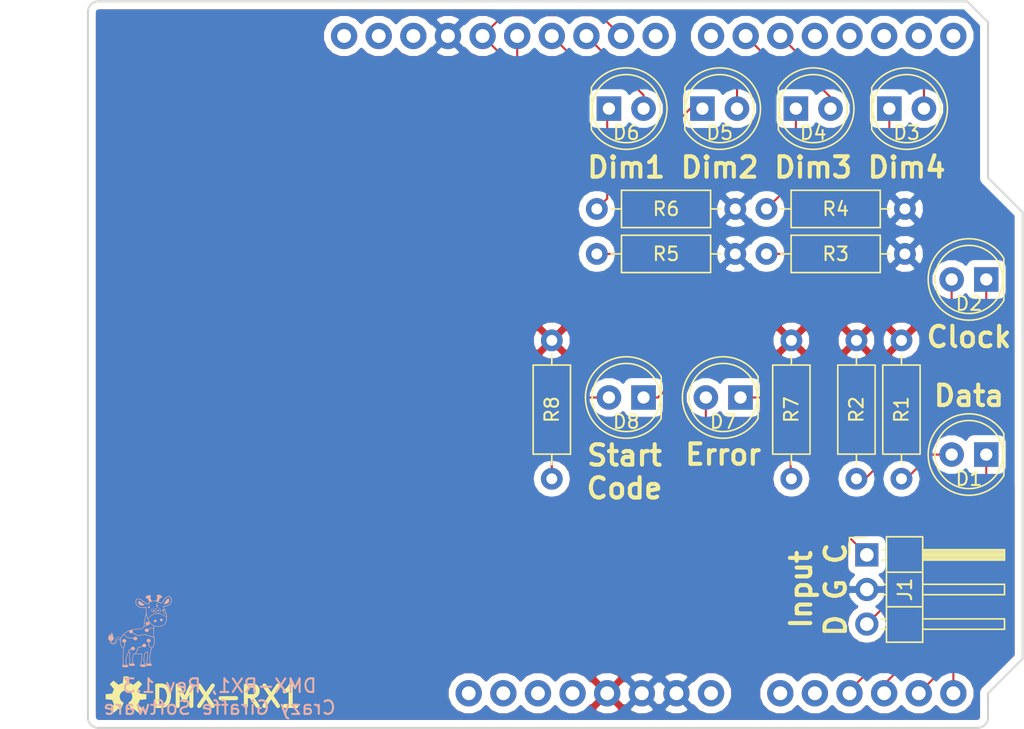
<source format=kicad_pcb>
(kicad_pcb (version 20171130) (host pcbnew "(5.0.0)")

  (general
    (thickness 1.6)
    (drawings 24)
    (tracks 114)
    (zones 0)
    (modules 20)
    (nets 38)
  )

  (page A4)
  (title_block
    (title "DMX Demonstrator - Receiver (DMX-RX1)")
    (date 2023-03-02)
    (rev 1.3)
    (company "Crazy Giraffe Software")
    (comment 2 "Designed by: SparkyBobo")
    (comment 3 https://creativecommons.org/licenses/by-sa/4.0/)
    (comment 4 "Released under the Creative Commons Attribution Share-Alike 4.0 License")
  )

  (layers
    (0 F.Cu signal)
    (31 B.Cu signal)
    (32 B.Adhes user)
    (33 F.Adhes user)
    (34 B.Paste user)
    (35 F.Paste user)
    (36 B.SilkS user)
    (37 F.SilkS user)
    (38 B.Mask user)
    (39 F.Mask user)
    (40 Dwgs.User user)
    (41 Cmts.User user)
    (42 Eco1.User user)
    (43 Eco2.User user)
    (44 Edge.Cuts user)
    (45 Margin user)
    (46 B.CrtYd user)
    (47 F.CrtYd user hide)
    (48 B.Fab user)
    (49 F.Fab user)
  )

  (setup
    (last_trace_width 0.1524)
    (trace_clearance 0.1524)
    (zone_clearance 0.508)
    (zone_45_only no)
    (trace_min 0.1524)
    (segment_width 0.2)
    (edge_width 0.15)
    (via_size 0.6858)
    (via_drill 0.3302)
    (via_min_size 0.508)
    (via_min_drill 0.254)
    (uvia_size 0.6858)
    (uvia_drill 0.3302)
    (uvias_allowed no)
    (uvia_min_size 0.2)
    (uvia_min_drill 0.1)
    (pcb_text_width 0.3)
    (pcb_text_size 1.5 1.5)
    (mod_edge_width 0.15)
    (mod_text_size 1 1)
    (mod_text_width 0.15)
    (pad_size 1.8 1.8)
    (pad_drill 0.9)
    (pad_to_mask_clearance 0.2)
    (aux_axis_origin 0 0)
    (visible_elements 7FFFFFFF)
    (pcbplotparams
      (layerselection 0x010fc_ffffffff)
      (usegerberextensions false)
      (usegerberattributes false)
      (usegerberadvancedattributes false)
      (creategerberjobfile false)
      (excludeedgelayer true)
      (linewidth 0.100000)
      (plotframeref false)
      (viasonmask false)
      (mode 1)
      (useauxorigin false)
      (hpglpennumber 1)
      (hpglpenspeed 20)
      (hpglpendiameter 15.000000)
      (psnegative false)
      (psa4output false)
      (plotreference true)
      (plotvalue true)
      (plotinvisibletext false)
      (padsonsilk false)
      (subtractmaskfromsilk false)
      (outputformat 1)
      (mirror false)
      (drillshape 1)
      (scaleselection 1)
      (outputdirectory ""))
  )

  (net 0 "")
  (net 1 +5V)
  (net 2 GND)
  (net 3 "Net-(D8-Pad2)")
  (net 4 "Net-(D7-Pad2)")
  (net 5 "Net-(D1-Pad2)")
  (net 6 "Net-(D2-Pad2)")
  (net 7 "Net-(A1-Pad32)")
  (net 8 "Net-(A1-Pad31)")
  (net 9 "Net-(A1-Pad1)")
  (net 10 "Net-(A1-Pad2)")
  (net 11 "Net-(A1-Pad3)")
  (net 12 "Net-(A1-Pad4)")
  (net 13 "Net-(A1-Pad8)")
  (net 14 "Net-(A1-Pad15)")
  (net 15 "Net-(A1-Pad16)")
  (net 16 /~DATA)
  (net 17 /~CLOCK)
  (net 18 /~DIM3)
  (net 19 /~DIM2)
  (net 20 /~DIM1)
  (net 21 /~DIM0)
  (net 22 /RX)
  (net 23 /RXCLK)
  (net 24 "Net-(A1-Pad30)")
  (net 25 "Net-(A1-Pad9)")
  (net 26 "Net-(A1-Pad10)")
  (net 27 "Net-(A1-Pad17)")
  (net 28 "Net-(A1-Pad18)")
  (net 29 "Net-(A1-Pad19)")
  (net 30 "Net-(A1-Pad22)")
  (net 31 "Net-(A1-Pad23)")
  (net 32 "Net-(D3-Pad1)")
  (net 33 "Net-(D4-Pad1)")
  (net 34 "Net-(D5-Pad1)")
  (net 35 "Net-(D6-Pad1)")
  (net 36 /~ERR)
  (net 37 /~SC)

  (net_class Default "This is the default net class."
    (clearance 0.1524)
    (trace_width 0.1524)
    (via_dia 0.6858)
    (via_drill 0.3302)
    (uvia_dia 0.6858)
    (uvia_drill 0.3302)
    (diff_pair_gap 0.1524)
    (diff_pair_width 0.1524)
    (add_net /RX)
    (add_net /RXCLK)
    (add_net /~CLOCK)
    (add_net /~DATA)
    (add_net /~DIM0)
    (add_net /~DIM1)
    (add_net /~DIM2)
    (add_net /~DIM3)
    (add_net /~ERR)
    (add_net /~SC)
    (add_net GND)
    (add_net "Net-(A1-Pad1)")
    (add_net "Net-(A1-Pad10)")
    (add_net "Net-(A1-Pad15)")
    (add_net "Net-(A1-Pad16)")
    (add_net "Net-(A1-Pad17)")
    (add_net "Net-(A1-Pad18)")
    (add_net "Net-(A1-Pad19)")
    (add_net "Net-(A1-Pad2)")
    (add_net "Net-(A1-Pad22)")
    (add_net "Net-(A1-Pad23)")
    (add_net "Net-(A1-Pad3)")
    (add_net "Net-(A1-Pad30)")
    (add_net "Net-(A1-Pad31)")
    (add_net "Net-(A1-Pad32)")
    (add_net "Net-(A1-Pad4)")
    (add_net "Net-(A1-Pad8)")
    (add_net "Net-(A1-Pad9)")
    (add_net "Net-(D1-Pad2)")
    (add_net "Net-(D2-Pad2)")
    (add_net "Net-(D3-Pad1)")
    (add_net "Net-(D4-Pad1)")
    (add_net "Net-(D5-Pad1)")
    (add_net "Net-(D6-Pad1)")
    (add_net "Net-(D7-Pad2)")
    (add_net "Net-(D8-Pad2)")
  )

  (net_class Power ""
    (clearance 0.1524)
    (trace_width 0.3048)
    (via_dia 1.27)
    (via_drill 0.635)
    (uvia_dia 1.27)
    (uvia_drill 0.635)
    (diff_pair_gap 0.3048)
    (diff_pair_width 0.3048)
    (add_net +5V)
  )

  (module Resistor_THT:R_Axial_DIN0207_L6.3mm_D2.5mm_P10.16mm_Horizontal (layer F.Cu) (tedit 5AE5139B) (tstamp 5FB5F175)
    (at 150.368 88.138 270)
    (descr "Resistor, Axial_DIN0207 series, Axial, Horizontal, pin pitch=10.16mm, 0.25W = 1/4W, length*diameter=6.3*2.5mm^2, http://cdn-reichelt.de/documents/datenblatt/B400/1_4W%23YAG.pdf")
    (tags "Resistor Axial_DIN0207 series Axial Horizontal pin pitch 10.16mm 0.25W = 1/4W length 6.3mm diameter 2.5mm")
    (path /5FA8D6DF)
    (fp_text reference R8 (at 5.08 0 270) (layer F.SilkS)
      (effects (font (size 1 1) (thickness 0.15)))
    )
    (fp_text value 330 (at 5.08 -0.508 270) (layer F.Fab)
      (effects (font (size 1 1) (thickness 0.15)))
    )
    (fp_text user %R (at 5.08 0 270) (layer F.Fab)
      (effects (font (size 1 1) (thickness 0.15)))
    )
    (fp_line (start 11.21 -1.5) (end -1.05 -1.5) (layer F.CrtYd) (width 0.05))
    (fp_line (start 11.21 1.5) (end 11.21 -1.5) (layer F.CrtYd) (width 0.05))
    (fp_line (start -1.05 1.5) (end 11.21 1.5) (layer F.CrtYd) (width 0.05))
    (fp_line (start -1.05 -1.5) (end -1.05 1.5) (layer F.CrtYd) (width 0.05))
    (fp_line (start 9.12 0) (end 8.35 0) (layer F.SilkS) (width 0.12))
    (fp_line (start 1.04 0) (end 1.81 0) (layer F.SilkS) (width 0.12))
    (fp_line (start 8.35 -1.37) (end 1.81 -1.37) (layer F.SilkS) (width 0.12))
    (fp_line (start 8.35 1.37) (end 8.35 -1.37) (layer F.SilkS) (width 0.12))
    (fp_line (start 1.81 1.37) (end 8.35 1.37) (layer F.SilkS) (width 0.12))
    (fp_line (start 1.81 -1.37) (end 1.81 1.37) (layer F.SilkS) (width 0.12))
    (fp_line (start 10.16 0) (end 8.23 0) (layer F.Fab) (width 0.1))
    (fp_line (start 0 0) (end 1.93 0) (layer F.Fab) (width 0.1))
    (fp_line (start 8.23 -1.25) (end 1.93 -1.25) (layer F.Fab) (width 0.1))
    (fp_line (start 8.23 1.25) (end 8.23 -1.25) (layer F.Fab) (width 0.1))
    (fp_line (start 1.93 1.25) (end 8.23 1.25) (layer F.Fab) (width 0.1))
    (fp_line (start 1.93 -1.25) (end 1.93 1.25) (layer F.Fab) (width 0.1))
    (pad 2 thru_hole oval (at 10.16 0 270) (size 1.6 1.6) (drill 0.8) (layers *.Cu *.Mask)
      (net 3 "Net-(D8-Pad2)"))
    (pad 1 thru_hole circle (at 0 0 270) (size 1.6 1.6) (drill 0.8) (layers *.Cu *.Mask)
      (net 1 +5V))
    (model ${KISYS3DMOD}/Resistor_THT.3dshapes/R_Axial_DIN0207_L6.3mm_D2.5mm_P10.16mm_Horizontal.wrl
      (at (xyz 0 0 0))
      (scale (xyz 1 1 1))
      (rotate (xyz 0 0 0))
    )
  )

  (module LED_THT:LED_D5.0mm (layer F.Cu) (tedit 5FD168DD) (tstamp 5FB5F135)
    (at 164.211 92.329 180)
    (descr "LED, diameter 5.0mm, 2 pins, http://cdn-reichelt.de/documents/datenblatt/A500/LL-504BC2E-009.pdf")
    (tags "LED diameter 5.0mm 2 pins")
    (path /5FA8D6CC)
    (fp_text reference D7 (at 1.27 -1.778 180) (layer F.SilkS)
      (effects (font (size 1 1) (thickness 0.15)))
    )
    (fp_text value ERROR (at 1.27 3.96 180) (layer F.Fab)
      (effects (font (size 1 1) (thickness 0.15)))
    )
    (fp_arc (start 1.27 0) (end -1.23 -1.469694) (angle 299.1) (layer F.Fab) (width 0.1))
    (fp_arc (start 1.27 0) (end -1.29 -1.54483) (angle 148.9) (layer F.SilkS) (width 0.12))
    (fp_arc (start 1.27 0) (end -1.29 1.54483) (angle -148.9) (layer F.SilkS) (width 0.12))
    (fp_circle (center 1.27 0) (end 3.77 0) (layer F.Fab) (width 0.1))
    (fp_circle (center 1.27 0) (end 3.77 0) (layer F.SilkS) (width 0.12))
    (fp_line (start -1.23 -1.469694) (end -1.23 1.469694) (layer F.Fab) (width 0.1))
    (fp_line (start -1.29 -1.545) (end -1.29 1.545) (layer F.SilkS) (width 0.12))
    (fp_line (start -1.95 -3.25) (end -1.95 3.25) (layer F.CrtYd) (width 0.05))
    (fp_line (start -1.95 3.25) (end 4.5 3.25) (layer F.CrtYd) (width 0.05))
    (fp_line (start 4.5 3.25) (end 4.5 -3.25) (layer F.CrtYd) (width 0.05))
    (fp_line (start 4.5 -3.25) (end -1.95 -3.25) (layer F.CrtYd) (width 0.05))
    (fp_text user %R (at 1.25 0 180) (layer F.Fab)
      (effects (font (size 0.8 0.8) (thickness 0.2)))
    )
    (pad 1 thru_hole rect (at 0 0 180) (size 1.8 1.8) (drill 0.9) (layers *.Cu *.Mask)
      (net 36 /~ERR))
    (pad 2 thru_hole circle (at 2.54 0 180) (size 1.8 1.8) (drill 0.9) (layers *.Cu *.Mask)
      (net 4 "Net-(D7-Pad2)"))
    (model ${KISYS3DMOD}/LED_THT.3dshapes/LED_D5.0mm.wrl
      (at (xyz 0 0 0))
      (scale (xyz 1 1 1))
      (rotate (xyz 0 0 0))
    )
  )

  (module footprints:ARDUINO_R3_NO_HOLES (layer F.Cu) (tedit 5FA36CC6) (tstamp 5FA70673)
    (at 150.622 89.916)
    (descr "ARDUINO UNO R3 FOOTPRINT")
    (tags "ARDUINO UNO R3 FOOTPRINT")
    (path /5F3035A0)
    (attr virtual)
    (fp_text reference A1 (at -32.766 -25.908) (layer F.SilkS) hide
      (effects (font (size 0.6096 0.6096) (thickness 0.127)))
    )
    (fp_text value Arduino_UNO_R3 (at -29.718 -24.892) (layer F.SilkS) hide
      (effects (font (size 0.6096 0.6096) (thickness 0.127)))
    )
    (fp_line (start -34.29 26.67) (end -34.29 -26.67) (layer Dwgs.User) (width 0.2032))
    (fp_line (start -34.29 -26.67) (end 30.226 -26.67) (layer Dwgs.User) (width 0.2032))
    (fp_line (start 30.226 -26.67) (end 31.75 -25.146) (layer Dwgs.User) (width 0.2032))
    (fp_line (start 31.75 -25.146) (end 31.75 -13.716) (layer Dwgs.User) (width 0.2032))
    (fp_line (start 31.75 -13.716) (end 34.29 -11.176) (layer Dwgs.User) (width 0.2032))
    (fp_line (start 34.29 -11.176) (end 34.29 21.59) (layer Dwgs.User) (width 0.2032))
    (fp_line (start 34.29 21.59) (end 31.75 24.13) (layer Dwgs.User) (width 0.2032))
    (fp_line (start 31.75 24.13) (end 31.75 26.67) (layer Dwgs.User) (width 0.2032))
    (fp_line (start 31.75 26.67) (end -34.29 26.67) (layer Dwgs.User) (width 0.2032))
    (fp_line (start -40.64 -17.145) (end -24.765 -17.145) (layer Dwgs.User) (width 0.2032))
    (fp_line (start -24.765 -17.145) (end -24.765 -5.715) (layer Dwgs.User) (width 0.2032))
    (fp_line (start -24.765 -5.715) (end -40.64 -5.715) (layer Dwgs.User) (width 0.2032))
    (fp_line (start -40.64 -5.715) (end -40.64 -17.145) (layer Dwgs.User) (width 0.2032))
    (fp_line (start -36.195 23.495) (end -36.195 14.605) (layer Dwgs.User) (width 0.2032))
    (fp_line (start -36.195 14.605) (end -22.86 14.605) (layer Dwgs.User) (width 0.2032))
    (fp_line (start -22.86 14.605) (end -22.86 23.495) (layer Dwgs.User) (width 0.2032))
    (fp_line (start -22.86 23.495) (end -36.195 23.495) (layer Dwgs.User) (width 0.2032))
    (fp_circle (center -20.32 24.13) (end -20.32 23.10638) (layer Dwgs.User) (width 0.127))
    (fp_circle (center 31.75 19.05) (end 31.75 18.02638) (layer Dwgs.User) (width 0.127))
    (fp_circle (center 31.75 -8.89) (end 31.75 -9.91362) (layer Dwgs.User) (width 0.127))
    (fp_circle (center -19.05 -24.13) (end -19.05 -25.15362) (layer Dwgs.User) (width 0.127))
    (fp_text user SCL (at -15.5194 -20.5232 90) (layer Dwgs.User)
      (effects (font (size 0.8128 0.8128) (thickness 0.127)))
    )
    (fp_text user SDA (at -12.9794 -20.5232 90) (layer Dwgs.User)
      (effects (font (size 0.8128 0.8128) (thickness 0.127)))
    )
    (fp_text user AREF (at -10.4394 -20.9296 90) (layer Dwgs.User)
      (effects (font (size 0.8128 0.8128) (thickness 0.127)))
    )
    (fp_text user GND (at -7.8994 -20.5232 90) (layer Dwgs.User)
      (effects (font (size 0.8128 0.8128) (thickness 0.127)))
    )
    (fp_text user D13 (at -5.3594 -20.5232 90) (layer Dwgs.User)
      (effects (font (size 0.8128 0.8128) (thickness 0.127)))
    )
    (fp_text user D12 (at -2.8194 -20.5232 90) (layer Dwgs.User)
      (effects (font (size 0.8128 0.8128) (thickness 0.127)))
    )
    (fp_text user D11 (at -0.2794 -20.5232 90) (layer Dwgs.User)
      (effects (font (size 0.8128 0.8128) (thickness 0.127)))
    )
    (fp_text user D10 (at 2.2606 -20.5232 90) (layer Dwgs.User)
      (effects (font (size 0.8128 0.8128) (thickness 0.127)))
    )
    (fp_text user D9 (at 4.79806 -20.1168 90) (layer Dwgs.User)
      (effects (font (size 0.8128 0.8128) (thickness 0.127)))
    )
    (fp_text user D8 (at 7.3406 -20.1168 90) (layer Dwgs.User)
      (effects (font (size 0.8128 0.8128) (thickness 0.127)))
    )
    (fp_text user D7 (at 11.4046 -20.1168 90) (layer Dwgs.User)
      (effects (font (size 0.8128 0.8128) (thickness 0.127)))
    )
    (fp_text user D6 (at 13.9446 -20.1168 90) (layer Dwgs.User)
      (effects (font (size 0.8128 0.8128) (thickness 0.127)))
    )
    (fp_text user D5 (at 16.4846 -20.1168 90) (layer Dwgs.User)
      (effects (font (size 0.8128 0.8128) (thickness 0.127)))
    )
    (fp_text user D4 (at 19.0246 -20.1168 90) (layer Dwgs.User)
      (effects (font (size 0.8128 0.8128) (thickness 0.127)))
    )
    (fp_text user D3 (at 21.5646 -20.1168 90) (layer Dwgs.User)
      (effects (font (size 0.8128 0.8128) (thickness 0.127)))
    )
    (fp_text user D2 (at 24.1046 -20.1168 90) (layer Dwgs.User)
      (effects (font (size 0.8128 0.8128) (thickness 0.127)))
    )
    (fp_text user D0/RXI (at 29.05506 -19.2024 90) (layer Dwgs.User)
      (effects (font (size 0.8128 0.8128) (thickness 0.127)))
    )
    (fp_text user D1/TXO (at 26.5176 -19.2024 90) (layer Dwgs.User)
      (effects (font (size 0.8128 0.8128) (thickness 0.127)))
    )
    (fp_text user !RESET! (at -1.6764 20.0152 90) (layer Dwgs.User)
      (effects (font (size 0.8128 0.8128) (thickness 0.127)))
    )
    (fp_text user 3.3V (at 0.8636 21.2344 90) (layer Dwgs.User)
      (effects (font (size 0.8128 0.8128) (thickness 0.127)))
    )
    (fp_text user 5V (at 3.4036 22.0472 90) (layer Dwgs.User)
      (effects (font (size 0.8128 0.8128) (thickness 0.127)))
    )
    (fp_text user GND (at 5.9436 21.6408 90) (layer Dwgs.User)
      (effects (font (size 0.8128 0.8128) (thickness 0.127)))
    )
    (fp_text user GND (at 8.4836 21.6408 90) (layer Dwgs.User)
      (effects (font (size 0.8128 0.8128) (thickness 0.127)))
    )
    (fp_text user VIN (at 11.0236 21.6408 90) (layer Dwgs.User)
      (effects (font (size 0.8128 0.8128) (thickness 0.127)))
    )
    (fp_text user A0 (at 16.1036 22.0472 90) (layer Dwgs.User)
      (effects (font (size 0.8128 0.8128) (thickness 0.127)))
    )
    (fp_text user A1 (at 18.6436 22.0472 90) (layer Dwgs.User)
      (effects (font (size 0.8128 0.8128) (thickness 0.127)))
    )
    (fp_text user A2 (at 21.1836 22.0472 90) (layer Dwgs.User)
      (effects (font (size 0.8128 0.8128) (thickness 0.127)))
    )
    (fp_text user A3 (at 23.7236 22.0472 90) (layer Dwgs.User)
      (effects (font (size 0.8128 0.8128) (thickness 0.127)))
    )
    (fp_text user A4 (at 26.2636 22.0472 90) (layer Dwgs.User)
      (effects (font (size 0.8128 0.8128) (thickness 0.127)))
    )
    (fp_text user A5 (at 28.80106 22.0472 90) (layer Dwgs.User)
      (effects (font (size 0.8128 0.8128) (thickness 0.127)))
    )
    (fp_text user IOREF (at -4.2164 20.828 90) (layer Dwgs.User)
      (effects (font (size 0.8128 0.8128) (thickness 0.127)))
    )
    (pad 4 thru_hole circle (at 1.27 24.13) (size 1.9304 1.9304) (drill 1.016) (layers *.Cu *.Mask)
      (net 12 "Net-(A1-Pad4)") (solder_mask_margin 0.1016))
    (pad 5 thru_hole circle (at 3.81 24.13) (size 1.9304 1.9304) (drill 1.016) (layers *.Cu *.Mask)
      (net 1 +5V) (solder_mask_margin 0.1016))
    (pad 9 thru_hole circle (at 16.51 24.13) (size 1.9304 1.9304) (drill 1.016) (layers *.Cu *.Mask)
      (net 25 "Net-(A1-Pad9)") (solder_mask_margin 0.1016))
    (pad 10 thru_hole circle (at 19.05 24.13) (size 1.9304 1.9304) (drill 1.016) (layers *.Cu *.Mask)
      (net 26 "Net-(A1-Pad10)") (solder_mask_margin 0.1016))
    (pad 11 thru_hole circle (at 21.59 24.13) (size 1.9304 1.9304) (drill 1.016) (layers *.Cu *.Mask)
      (net 36 /~ERR) (solder_mask_margin 0.1016))
    (pad 12 thru_hole circle (at 24.13 24.13) (size 1.9304 1.9304) (drill 1.016) (layers *.Cu *.Mask)
      (net 37 /~SC) (solder_mask_margin 0.1016))
    (pad 13 thru_hole circle (at 26.67 24.13) (size 1.9304 1.9304) (drill 1.016) (layers *.Cu *.Mask)
      (net 16 /~DATA) (solder_mask_margin 0.1016))
    (pad 14 thru_hole circle (at 29.21 24.13) (size 1.9304 1.9304) (drill 1.016) (layers *.Cu *.Mask)
      (net 17 /~CLOCK) (solder_mask_margin 0.1016))
    (pad 30 thru_hole circle (at -10.414 -24.13) (size 1.9304 1.9304) (drill 1.016) (layers *.Cu *.Mask)
      (net 24 "Net-(A1-Pad30)") (solder_mask_margin 0.1016))
    (pad 15 thru_hole circle (at 29.21 -24.13) (size 1.9304 1.9304) (drill 1.016) (layers *.Cu *.Mask)
      (net 14 "Net-(A1-Pad15)") (solder_mask_margin 0.1016))
    (pad 16 thru_hole circle (at 26.67 -24.13) (size 1.9304 1.9304) (drill 1.016) (layers *.Cu *.Mask)
      (net 15 "Net-(A1-Pad16)") (solder_mask_margin 0.1016))
    (pad 17 thru_hole circle (at 24.13 -24.13) (size 1.9304 1.9304) (drill 1.016) (layers *.Cu *.Mask)
      (net 27 "Net-(A1-Pad17)") (solder_mask_margin 0.1016))
    (pad 18 thru_hole circle (at 21.59 -24.13) (size 1.9304 1.9304) (drill 1.016) (layers *.Cu *.Mask)
      (net 28 "Net-(A1-Pad18)") (solder_mask_margin 0.1016))
    (pad 19 thru_hole circle (at 19.05 -24.13) (size 1.9304 1.9304) (drill 1.016) (layers *.Cu *.Mask)
      (net 29 "Net-(A1-Pad19)") (solder_mask_margin 0.1016))
    (pad 20 thru_hole circle (at 16.51 -24.13) (size 1.9304 1.9304) (drill 1.016) (layers *.Cu *.Mask)
      (net 18 /~DIM3) (solder_mask_margin 0.1016))
    (pad 21 thru_hole circle (at 13.97 -24.13) (size 1.9304 1.9304) (drill 1.016) (layers *.Cu *.Mask)
      (net 19 /~DIM2) (solder_mask_margin 0.1016))
    (pad 22 thru_hole circle (at 11.43 -24.13) (size 1.9304 1.9304) (drill 1.016) (layers *.Cu *.Mask)
      (net 30 "Net-(A1-Pad22)") (solder_mask_margin 0.1016))
    (pad 23 thru_hole circle (at 7.366 -24.13) (size 1.9304 1.9304) (drill 1.016) (layers *.Cu *.Mask)
      (net 31 "Net-(A1-Pad23)") (solder_mask_margin 0.1016))
    (pad 24 thru_hole circle (at 4.826 -24.13) (size 1.9304 1.9304) (drill 1.016) (layers *.Cu *.Mask)
      (net 23 /RXCLK) (solder_mask_margin 0.1016))
    (pad 25 thru_hole circle (at 2.286 -24.13) (size 1.9304 1.9304) (drill 1.016) (layers *.Cu *.Mask)
      (net 20 /~DIM1) (solder_mask_margin 0.1016))
    (pad 26 thru_hole circle (at -0.254 -24.13) (size 1.9304 1.9304) (drill 1.016) (layers *.Cu *.Mask)
      (net 21 /~DIM0) (solder_mask_margin 0.1016))
    (pad 27 thru_hole circle (at -2.794 -24.13) (size 1.9304 1.9304) (drill 1.016) (layers *.Cu *.Mask)
      (net 22 /RX) (solder_mask_margin 0.1016))
    (pad 28 thru_hole circle (at -5.334 -24.13) (size 1.9304 1.9304) (drill 1.016) (layers *.Cu *.Mask)
      (net 23 /RXCLK) (solder_mask_margin 0.1016))
    (pad 6 thru_hole circle (at 6.35 24.13) (size 1.9304 1.9304) (drill 1.016) (layers *.Cu *.Mask)
      (net 2 GND) (solder_mask_margin 0.1016))
    (pad 7 thru_hole circle (at 8.89 24.13) (size 1.9304 1.9304) (drill 1.016) (layers *.Cu *.Mask)
      (net 2 GND) (solder_mask_margin 0.1016))
    (pad 29 thru_hole circle (at -7.874 -24.13) (size 1.9304 1.9304) (drill 1.016) (layers *.Cu *.Mask)
      (net 2 GND) (solder_mask_margin 0.1016))
    (pad 2 thru_hole circle (at -3.81 24.13) (size 1.9304 1.9304) (drill 1.016) (layers *.Cu *.Mask)
      (net 10 "Net-(A1-Pad2)") (solder_mask_margin 0.1016))
    (pad 1 thru_hole circle (at -6.35 24.13) (size 1.9304 1.9304) (drill 1.016) (layers *.Cu *.Mask)
      (net 9 "Net-(A1-Pad1)") (solder_mask_margin 0.1016))
    (pad 3 thru_hole circle (at -1.27 24.13) (size 1.9304 1.9304) (drill 1.016) (layers *.Cu *.Mask)
      (net 11 "Net-(A1-Pad3)") (solder_mask_margin 0.1016))
    (pad 32 thru_hole circle (at -15.494 -24.13) (size 1.9304 1.9304) (drill 1.016) (layers *.Cu *.Mask)
      (net 7 "Net-(A1-Pad32)") (solder_mask_margin 0.1016))
    (pad 31 thru_hole circle (at -12.954 -24.13) (size 1.9304 1.9304) (drill 1.016) (layers *.Cu *.Mask)
      (net 8 "Net-(A1-Pad31)") (solder_mask_margin 0.1016))
    (pad 8 thru_hole circle (at 11.43 24.13) (size 1.9304 1.9304) (drill 1.016) (layers *.Cu *.Mask)
      (net 13 "Net-(A1-Pad8)") (solder_mask_margin 0.1016))
  )

  (module Resistor_THT:R_Axial_DIN0207_L6.3mm_D2.5mm_P10.16mm_Horizontal (layer F.Cu) (tedit 5AE5139B) (tstamp 5F6A106B)
    (at 172.72 88.138 270)
    (descr "Resistor, Axial_DIN0207 series, Axial, Horizontal, pin pitch=10.16mm, 0.25W = 1/4W, length*diameter=6.3*2.5mm^2, http://cdn-reichelt.de/documents/datenblatt/B400/1_4W%23YAG.pdf")
    (tags "Resistor Axial_DIN0207 series Axial Horizontal pin pitch 10.16mm 0.25W = 1/4W length 6.3mm diameter 2.5mm")
    (path /5F3048F0)
    (fp_text reference R2 (at 5.08 0 270) (layer F.SilkS)
      (effects (font (size 1 1) (thickness 0.15)))
    )
    (fp_text value 330 (at 5.08 -0.508 270) (layer F.Fab)
      (effects (font (size 1 1) (thickness 0.15)))
    )
    (fp_text user %R (at 5.08 0 270) (layer F.Fab)
      (effects (font (size 1 1) (thickness 0.15)))
    )
    (fp_line (start 11.21 -1.5) (end -1.05 -1.5) (layer F.CrtYd) (width 0.05))
    (fp_line (start 11.21 1.5) (end 11.21 -1.5) (layer F.CrtYd) (width 0.05))
    (fp_line (start -1.05 1.5) (end 11.21 1.5) (layer F.CrtYd) (width 0.05))
    (fp_line (start -1.05 -1.5) (end -1.05 1.5) (layer F.CrtYd) (width 0.05))
    (fp_line (start 9.12 0) (end 8.35 0) (layer F.SilkS) (width 0.12))
    (fp_line (start 1.04 0) (end 1.81 0) (layer F.SilkS) (width 0.12))
    (fp_line (start 8.35 -1.37) (end 1.81 -1.37) (layer F.SilkS) (width 0.12))
    (fp_line (start 8.35 1.37) (end 8.35 -1.37) (layer F.SilkS) (width 0.12))
    (fp_line (start 1.81 1.37) (end 8.35 1.37) (layer F.SilkS) (width 0.12))
    (fp_line (start 1.81 -1.37) (end 1.81 1.37) (layer F.SilkS) (width 0.12))
    (fp_line (start 10.16 0) (end 8.23 0) (layer F.Fab) (width 0.1))
    (fp_line (start 0 0) (end 1.93 0) (layer F.Fab) (width 0.1))
    (fp_line (start 8.23 -1.25) (end 1.93 -1.25) (layer F.Fab) (width 0.1))
    (fp_line (start 8.23 1.25) (end 8.23 -1.25) (layer F.Fab) (width 0.1))
    (fp_line (start 1.93 1.25) (end 8.23 1.25) (layer F.Fab) (width 0.1))
    (fp_line (start 1.93 -1.25) (end 1.93 1.25) (layer F.Fab) (width 0.1))
    (pad 2 thru_hole oval (at 10.16 0 270) (size 1.6 1.6) (drill 0.8) (layers *.Cu *.Mask)
      (net 6 "Net-(D2-Pad2)"))
    (pad 1 thru_hole circle (at 0 0 270) (size 1.6 1.6) (drill 0.8) (layers *.Cu *.Mask)
      (net 1 +5V))
    (model ${KISYS3DMOD}/Resistor_THT.3dshapes/R_Axial_DIN0207_L6.3mm_D2.5mm_P10.16mm_Horizontal.wrl
      (at (xyz 0 0 0))
      (scale (xyz 1 1 1))
      (rotate (xyz 0 0 0))
    )
  )

  (module Resistor_THT:R_Axial_DIN0207_L6.3mm_D2.5mm_P10.16mm_Horizontal (layer F.Cu) (tedit 5AE5139B) (tstamp 5F6A10EF)
    (at 176.276 81.788 180)
    (descr "Resistor, Axial_DIN0207 series, Axial, Horizontal, pin pitch=10.16mm, 0.25W = 1/4W, length*diameter=6.3*2.5mm^2, http://cdn-reichelt.de/documents/datenblatt/B400/1_4W%23YAG.pdf")
    (tags "Resistor Axial_DIN0207 series Axial Horizontal pin pitch 10.16mm 0.25W = 1/4W length 6.3mm diameter 2.5mm")
    (path /5F3BECD4)
    (fp_text reference R3 (at 5.08 0 180) (layer F.SilkS)
      (effects (font (size 1 1) (thickness 0.15)))
    )
    (fp_text value 330 (at 5.08 0.635 180) (layer F.Fab)
      (effects (font (size 1 1) (thickness 0.15)))
    )
    (fp_text user %R (at 5.08 0 180) (layer F.Fab)
      (effects (font (size 1 1) (thickness 0.15)))
    )
    (fp_line (start 11.21 -1.5) (end -1.05 -1.5) (layer F.CrtYd) (width 0.05))
    (fp_line (start 11.21 1.5) (end 11.21 -1.5) (layer F.CrtYd) (width 0.05))
    (fp_line (start -1.05 1.5) (end 11.21 1.5) (layer F.CrtYd) (width 0.05))
    (fp_line (start -1.05 -1.5) (end -1.05 1.5) (layer F.CrtYd) (width 0.05))
    (fp_line (start 9.12 0) (end 8.35 0) (layer F.SilkS) (width 0.12))
    (fp_line (start 1.04 0) (end 1.81 0) (layer F.SilkS) (width 0.12))
    (fp_line (start 8.35 -1.37) (end 1.81 -1.37) (layer F.SilkS) (width 0.12))
    (fp_line (start 8.35 1.37) (end 8.35 -1.37) (layer F.SilkS) (width 0.12))
    (fp_line (start 1.81 1.37) (end 8.35 1.37) (layer F.SilkS) (width 0.12))
    (fp_line (start 1.81 -1.37) (end 1.81 1.37) (layer F.SilkS) (width 0.12))
    (fp_line (start 10.16 0) (end 8.23 0) (layer F.Fab) (width 0.1))
    (fp_line (start 0 0) (end 1.93 0) (layer F.Fab) (width 0.1))
    (fp_line (start 8.23 -1.25) (end 1.93 -1.25) (layer F.Fab) (width 0.1))
    (fp_line (start 8.23 1.25) (end 8.23 -1.25) (layer F.Fab) (width 0.1))
    (fp_line (start 1.93 1.25) (end 8.23 1.25) (layer F.Fab) (width 0.1))
    (fp_line (start 1.93 -1.25) (end 1.93 1.25) (layer F.Fab) (width 0.1))
    (pad 2 thru_hole oval (at 10.16 0 180) (size 1.6 1.6) (drill 0.8) (layers *.Cu *.Mask)
      (net 32 "Net-(D3-Pad1)"))
    (pad 1 thru_hole circle (at 0 0 180) (size 1.6 1.6) (drill 0.8) (layers *.Cu *.Mask)
      (net 2 GND))
    (model ${KISYS3DMOD}/Resistor_THT.3dshapes/R_Axial_DIN0207_L6.3mm_D2.5mm_P10.16mm_Horizontal.wrl
      (at (xyz 0 0 0))
      (scale (xyz 1 1 1))
      (rotate (xyz 0 0 0))
    )
  )

  (module Resistor_THT:R_Axial_DIN0207_L6.3mm_D2.5mm_P10.16mm_Horizontal (layer F.Cu) (tedit 5AE5139B) (tstamp 5F6A10D9)
    (at 176.022 88.138 270)
    (descr "Resistor, Axial_DIN0207 series, Axial, Horizontal, pin pitch=10.16mm, 0.25W = 1/4W, length*diameter=6.3*2.5mm^2, http://cdn-reichelt.de/documents/datenblatt/B400/1_4W%23YAG.pdf")
    (tags "Resistor Axial_DIN0207 series Axial Horizontal pin pitch 10.16mm 0.25W = 1/4W length 6.3mm diameter 2.5mm")
    (path /5F3040DD)
    (fp_text reference R1 (at 5.08 0 270) (layer F.SilkS)
      (effects (font (size 1 1) (thickness 0.15)))
    )
    (fp_text value 330 (at 5.08 -0.508 270) (layer F.Fab)
      (effects (font (size 1 1) (thickness 0.15)))
    )
    (fp_line (start 1.93 -1.25) (end 1.93 1.25) (layer F.Fab) (width 0.1))
    (fp_line (start 1.93 1.25) (end 8.23 1.25) (layer F.Fab) (width 0.1))
    (fp_line (start 8.23 1.25) (end 8.23 -1.25) (layer F.Fab) (width 0.1))
    (fp_line (start 8.23 -1.25) (end 1.93 -1.25) (layer F.Fab) (width 0.1))
    (fp_line (start 0 0) (end 1.93 0) (layer F.Fab) (width 0.1))
    (fp_line (start 10.16 0) (end 8.23 0) (layer F.Fab) (width 0.1))
    (fp_line (start 1.81 -1.37) (end 1.81 1.37) (layer F.SilkS) (width 0.12))
    (fp_line (start 1.81 1.37) (end 8.35 1.37) (layer F.SilkS) (width 0.12))
    (fp_line (start 8.35 1.37) (end 8.35 -1.37) (layer F.SilkS) (width 0.12))
    (fp_line (start 8.35 -1.37) (end 1.81 -1.37) (layer F.SilkS) (width 0.12))
    (fp_line (start 1.04 0) (end 1.81 0) (layer F.SilkS) (width 0.12))
    (fp_line (start 9.12 0) (end 8.35 0) (layer F.SilkS) (width 0.12))
    (fp_line (start -1.05 -1.5) (end -1.05 1.5) (layer F.CrtYd) (width 0.05))
    (fp_line (start -1.05 1.5) (end 11.21 1.5) (layer F.CrtYd) (width 0.05))
    (fp_line (start 11.21 1.5) (end 11.21 -1.5) (layer F.CrtYd) (width 0.05))
    (fp_line (start 11.21 -1.5) (end -1.05 -1.5) (layer F.CrtYd) (width 0.05))
    (fp_text user %R (at 5.08 0 270) (layer F.Fab)
      (effects (font (size 1 1) (thickness 0.15)))
    )
    (pad 1 thru_hole circle (at 0 0 270) (size 1.6 1.6) (drill 0.8) (layers *.Cu *.Mask)
      (net 1 +5V))
    (pad 2 thru_hole oval (at 10.16 0 270) (size 1.6 1.6) (drill 0.8) (layers *.Cu *.Mask)
      (net 5 "Net-(D1-Pad2)"))
    (model ${KISYS3DMOD}/Resistor_THT.3dshapes/R_Axial_DIN0207_L6.3mm_D2.5mm_P10.16mm_Horizontal.wrl
      (at (xyz 0 0 0))
      (scale (xyz 1 1 1))
      (rotate (xyz 0 0 0))
    )
  )

  (module Resistor_THT:R_Axial_DIN0207_L6.3mm_D2.5mm_P10.16mm_Horizontal (layer F.Cu) (tedit 5AE5139B) (tstamp 5F6A10C3)
    (at 176.276 78.486 180)
    (descr "Resistor, Axial_DIN0207 series, Axial, Horizontal, pin pitch=10.16mm, 0.25W = 1/4W, length*diameter=6.3*2.5mm^2, http://cdn-reichelt.de/documents/datenblatt/B400/1_4W%23YAG.pdf")
    (tags "Resistor Axial_DIN0207 series Axial Horizontal pin pitch 10.16mm 0.25W = 1/4W length 6.3mm diameter 2.5mm")
    (path /5F3BFD2F)
    (fp_text reference R4 (at 5.08 0 180) (layer F.SilkS)
      (effects (font (size 1 1) (thickness 0.15)))
    )
    (fp_text value 330 (at 5.08 0.635 180) (layer F.Fab)
      (effects (font (size 1 1) (thickness 0.15)))
    )
    (fp_text user %R (at 5.08 0 180) (layer F.Fab)
      (effects (font (size 1 1) (thickness 0.15)))
    )
    (fp_line (start 11.21 -1.5) (end -1.05 -1.5) (layer F.CrtYd) (width 0.05))
    (fp_line (start 11.21 1.5) (end 11.21 -1.5) (layer F.CrtYd) (width 0.05))
    (fp_line (start -1.05 1.5) (end 11.21 1.5) (layer F.CrtYd) (width 0.05))
    (fp_line (start -1.05 -1.5) (end -1.05 1.5) (layer F.CrtYd) (width 0.05))
    (fp_line (start 9.12 0) (end 8.35 0) (layer F.SilkS) (width 0.12))
    (fp_line (start 1.04 0) (end 1.81 0) (layer F.SilkS) (width 0.12))
    (fp_line (start 8.35 -1.37) (end 1.81 -1.37) (layer F.SilkS) (width 0.12))
    (fp_line (start 8.35 1.37) (end 8.35 -1.37) (layer F.SilkS) (width 0.12))
    (fp_line (start 1.81 1.37) (end 8.35 1.37) (layer F.SilkS) (width 0.12))
    (fp_line (start 1.81 -1.37) (end 1.81 1.37) (layer F.SilkS) (width 0.12))
    (fp_line (start 10.16 0) (end 8.23 0) (layer F.Fab) (width 0.1))
    (fp_line (start 0 0) (end 1.93 0) (layer F.Fab) (width 0.1))
    (fp_line (start 8.23 -1.25) (end 1.93 -1.25) (layer F.Fab) (width 0.1))
    (fp_line (start 8.23 1.25) (end 8.23 -1.25) (layer F.Fab) (width 0.1))
    (fp_line (start 1.93 1.25) (end 8.23 1.25) (layer F.Fab) (width 0.1))
    (fp_line (start 1.93 -1.25) (end 1.93 1.25) (layer F.Fab) (width 0.1))
    (pad 2 thru_hole oval (at 10.16 0 180) (size 1.6 1.6) (drill 0.8) (layers *.Cu *.Mask)
      (net 33 "Net-(D4-Pad1)"))
    (pad 1 thru_hole circle (at 0 0 180) (size 1.6 1.6) (drill 0.8) (layers *.Cu *.Mask)
      (net 2 GND))
    (model ${KISYS3DMOD}/Resistor_THT.3dshapes/R_Axial_DIN0207_L6.3mm_D2.5mm_P10.16mm_Horizontal.wrl
      (at (xyz 0 0 0))
      (scale (xyz 1 1 1))
      (rotate (xyz 0 0 0))
    )
  )

  (module Resistor_THT:R_Axial_DIN0207_L6.3mm_D2.5mm_P10.16mm_Horizontal (layer F.Cu) (tedit 5AE5139B) (tstamp 5F6A10AD)
    (at 163.83 81.788 180)
    (descr "Resistor, Axial_DIN0207 series, Axial, Horizontal, pin pitch=10.16mm, 0.25W = 1/4W, length*diameter=6.3*2.5mm^2, http://cdn-reichelt.de/documents/datenblatt/B400/1_4W%23YAG.pdf")
    (tags "Resistor Axial_DIN0207 series Axial Horizontal pin pitch 10.16mm 0.25W = 1/4W length 6.3mm diameter 2.5mm")
    (path /5F3C1D1C)
    (fp_text reference R5 (at 5.08 0 180) (layer F.SilkS)
      (effects (font (size 1 1) (thickness 0.15)))
    )
    (fp_text value 330 (at 5.08 0.635 180) (layer F.Fab)
      (effects (font (size 1 1) (thickness 0.15)))
    )
    (fp_line (start 1.93 -1.25) (end 1.93 1.25) (layer F.Fab) (width 0.1))
    (fp_line (start 1.93 1.25) (end 8.23 1.25) (layer F.Fab) (width 0.1))
    (fp_line (start 8.23 1.25) (end 8.23 -1.25) (layer F.Fab) (width 0.1))
    (fp_line (start 8.23 -1.25) (end 1.93 -1.25) (layer F.Fab) (width 0.1))
    (fp_line (start 0 0) (end 1.93 0) (layer F.Fab) (width 0.1))
    (fp_line (start 10.16 0) (end 8.23 0) (layer F.Fab) (width 0.1))
    (fp_line (start 1.81 -1.37) (end 1.81 1.37) (layer F.SilkS) (width 0.12))
    (fp_line (start 1.81 1.37) (end 8.35 1.37) (layer F.SilkS) (width 0.12))
    (fp_line (start 8.35 1.37) (end 8.35 -1.37) (layer F.SilkS) (width 0.12))
    (fp_line (start 8.35 -1.37) (end 1.81 -1.37) (layer F.SilkS) (width 0.12))
    (fp_line (start 1.04 0) (end 1.81 0) (layer F.SilkS) (width 0.12))
    (fp_line (start 9.12 0) (end 8.35 0) (layer F.SilkS) (width 0.12))
    (fp_line (start -1.05 -1.5) (end -1.05 1.5) (layer F.CrtYd) (width 0.05))
    (fp_line (start -1.05 1.5) (end 11.21 1.5) (layer F.CrtYd) (width 0.05))
    (fp_line (start 11.21 1.5) (end 11.21 -1.5) (layer F.CrtYd) (width 0.05))
    (fp_line (start 11.21 -1.5) (end -1.05 -1.5) (layer F.CrtYd) (width 0.05))
    (fp_text user %R (at 5.08 0 180) (layer F.Fab)
      (effects (font (size 1 1) (thickness 0.15)))
    )
    (pad 1 thru_hole circle (at 0 0 180) (size 1.6 1.6) (drill 0.8) (layers *.Cu *.Mask)
      (net 2 GND))
    (pad 2 thru_hole oval (at 10.16 0 180) (size 1.6 1.6) (drill 0.8) (layers *.Cu *.Mask)
      (net 34 "Net-(D5-Pad1)"))
    (model ${KISYS3DMOD}/Resistor_THT.3dshapes/R_Axial_DIN0207_L6.3mm_D2.5mm_P10.16mm_Horizontal.wrl
      (at (xyz 0 0 0))
      (scale (xyz 1 1 1))
      (rotate (xyz 0 0 0))
    )
  )

  (module Resistor_THT:R_Axial_DIN0207_L6.3mm_D2.5mm_P10.16mm_Horizontal (layer F.Cu) (tedit 5AE5139B) (tstamp 5F6A1097)
    (at 163.83 78.486 180)
    (descr "Resistor, Axial_DIN0207 series, Axial, Horizontal, pin pitch=10.16mm, 0.25W = 1/4W, length*diameter=6.3*2.5mm^2, http://cdn-reichelt.de/documents/datenblatt/B400/1_4W%23YAG.pdf")
    (tags "Resistor Axial_DIN0207 series Axial Horizontal pin pitch 10.16mm 0.25W = 1/4W length 6.3mm diameter 2.5mm")
    (path /5F3C1D28)
    (fp_text reference R6 (at 5.08 0 180) (layer F.SilkS)
      (effects (font (size 1 1) (thickness 0.15)))
    )
    (fp_text value 330 (at 5.08 -0.635 180) (layer F.Fab)
      (effects (font (size 1 1) (thickness 0.15)))
    )
    (fp_text user %R (at 5.08 0 180) (layer F.Fab)
      (effects (font (size 1 1) (thickness 0.15)))
    )
    (fp_line (start 11.21 -1.5) (end -1.05 -1.5) (layer F.CrtYd) (width 0.05))
    (fp_line (start 11.21 1.5) (end 11.21 -1.5) (layer F.CrtYd) (width 0.05))
    (fp_line (start -1.05 1.5) (end 11.21 1.5) (layer F.CrtYd) (width 0.05))
    (fp_line (start -1.05 -1.5) (end -1.05 1.5) (layer F.CrtYd) (width 0.05))
    (fp_line (start 9.12 0) (end 8.35 0) (layer F.SilkS) (width 0.12))
    (fp_line (start 1.04 0) (end 1.81 0) (layer F.SilkS) (width 0.12))
    (fp_line (start 8.35 -1.37) (end 1.81 -1.37) (layer F.SilkS) (width 0.12))
    (fp_line (start 8.35 1.37) (end 8.35 -1.37) (layer F.SilkS) (width 0.12))
    (fp_line (start 1.81 1.37) (end 8.35 1.37) (layer F.SilkS) (width 0.12))
    (fp_line (start 1.81 -1.37) (end 1.81 1.37) (layer F.SilkS) (width 0.12))
    (fp_line (start 10.16 0) (end 8.23 0) (layer F.Fab) (width 0.1))
    (fp_line (start 0 0) (end 1.93 0) (layer F.Fab) (width 0.1))
    (fp_line (start 8.23 -1.25) (end 1.93 -1.25) (layer F.Fab) (width 0.1))
    (fp_line (start 8.23 1.25) (end 8.23 -1.25) (layer F.Fab) (width 0.1))
    (fp_line (start 1.93 1.25) (end 8.23 1.25) (layer F.Fab) (width 0.1))
    (fp_line (start 1.93 -1.25) (end 1.93 1.25) (layer F.Fab) (width 0.1))
    (pad 2 thru_hole oval (at 10.16 0 180) (size 1.6 1.6) (drill 0.8) (layers *.Cu *.Mask)
      (net 35 "Net-(D6-Pad1)"))
    (pad 1 thru_hole circle (at 0 0 180) (size 1.6 1.6) (drill 0.8) (layers *.Cu *.Mask)
      (net 2 GND))
    (model ${KISYS3DMOD}/Resistor_THT.3dshapes/R_Axial_DIN0207_L6.3mm_D2.5mm_P10.16mm_Horizontal.wrl
      (at (xyz 0 0 0))
      (scale (xyz 1 1 1))
      (rotate (xyz 0 0 0))
    )
  )

  (module LED_THT:LED_D5.0mm (layer F.Cu) (tedit 5995936A) (tstamp 5FA705C4)
    (at 182.245 96.52 180)
    (descr "LED, diameter 5.0mm, 2 pins, http://cdn-reichelt.de/documents/datenblatt/A500/LL-504BC2E-009.pdf")
    (tags "LED diameter 5.0mm 2 pins")
    (path /5F304057)
    (fp_text reference D1 (at 1.27 -1.778 180) (layer F.SilkS)
      (effects (font (size 1 1) (thickness 0.15)))
    )
    (fp_text value DATA (at 1.27 3.96 180) (layer F.Fab)
      (effects (font (size 1 1) (thickness 0.15)))
    )
    (fp_arc (start 1.27 0) (end -1.23 -1.469694) (angle 299.1) (layer F.Fab) (width 0.1))
    (fp_arc (start 1.27 0) (end -1.29 -1.54483) (angle 148.9) (layer F.SilkS) (width 0.12))
    (fp_arc (start 1.27 0) (end -1.29 1.54483) (angle -148.9) (layer F.SilkS) (width 0.12))
    (fp_circle (center 1.27 0) (end 3.77 0) (layer F.Fab) (width 0.1))
    (fp_circle (center 1.27 0) (end 3.77 0) (layer F.SilkS) (width 0.12))
    (fp_line (start -1.23 -1.469694) (end -1.23 1.469694) (layer F.Fab) (width 0.1))
    (fp_line (start -1.29 -1.545) (end -1.29 1.545) (layer F.SilkS) (width 0.12))
    (fp_line (start -1.95 -3.25) (end -1.95 3.25) (layer F.CrtYd) (width 0.05))
    (fp_line (start -1.95 3.25) (end 4.5 3.25) (layer F.CrtYd) (width 0.05))
    (fp_line (start 4.5 3.25) (end 4.5 -3.25) (layer F.CrtYd) (width 0.05))
    (fp_line (start 4.5 -3.25) (end -1.95 -3.25) (layer F.CrtYd) (width 0.05))
    (fp_text user %R (at 1.25 0 180) (layer F.Fab)
      (effects (font (size 0.8 0.8) (thickness 0.2)))
    )
    (pad 1 thru_hole rect (at 0 0 180) (size 1.8 1.8) (drill 0.9) (layers *.Cu *.Mask)
      (net 16 /~DATA))
    (pad 2 thru_hole circle (at 2.54 0 180) (size 1.8 1.8) (drill 0.9) (layers *.Cu *.Mask)
      (net 5 "Net-(D1-Pad2)"))
    (model ${KISYS3DMOD}/LED_THT.3dshapes/LED_D5.0mm.wrl
      (at (xyz 0 0 0))
      (scale (xyz 1 1 1))
      (rotate (xyz 0 0 0))
    )
  )

  (module LED_THT:LED_D5.0mm (layer F.Cu) (tedit 5995936A) (tstamp 5F44C1DF)
    (at 175.133 71.12)
    (descr "LED, diameter 5.0mm, 2 pins, http://cdn-reichelt.de/documents/datenblatt/A500/LL-504BC2E-009.pdf")
    (tags "LED diameter 5.0mm 2 pins")
    (path /5F3BEC78)
    (fp_text reference D3 (at 1.27 1.778) (layer F.SilkS)
      (effects (font (size 1 1) (thickness 0.15)))
    )
    (fp_text value DIM3 (at 1.27 3.96) (layer F.Fab)
      (effects (font (size 1 1) (thickness 0.15)))
    )
    (fp_arc (start 1.27 0) (end -1.23 -1.469694) (angle 299.1) (layer F.Fab) (width 0.1))
    (fp_arc (start 1.27 0) (end -1.29 -1.54483) (angle 148.9) (layer F.SilkS) (width 0.12))
    (fp_arc (start 1.27 0) (end -1.29 1.54483) (angle -148.9) (layer F.SilkS) (width 0.12))
    (fp_circle (center 1.27 0) (end 3.77 0) (layer F.Fab) (width 0.1))
    (fp_circle (center 1.27 0) (end 3.77 0) (layer F.SilkS) (width 0.12))
    (fp_line (start -1.23 -1.469694) (end -1.23 1.469694) (layer F.Fab) (width 0.1))
    (fp_line (start -1.29 -1.545) (end -1.29 1.545) (layer F.SilkS) (width 0.12))
    (fp_line (start -1.95 -3.25) (end -1.95 3.25) (layer F.CrtYd) (width 0.05))
    (fp_line (start -1.95 3.25) (end 4.5 3.25) (layer F.CrtYd) (width 0.05))
    (fp_line (start 4.5 3.25) (end 4.5 -3.25) (layer F.CrtYd) (width 0.05))
    (fp_line (start 4.5 -3.25) (end -1.95 -3.25) (layer F.CrtYd) (width 0.05))
    (fp_text user %R (at 1.25 0) (layer F.Fab)
      (effects (font (size 0.8 0.8) (thickness 0.2)))
    )
    (pad 1 thru_hole rect (at 0 0) (size 1.8 1.8) (drill 0.9) (layers *.Cu *.Mask)
      (net 32 "Net-(D3-Pad1)"))
    (pad 2 thru_hole circle (at 2.54 0) (size 1.8 1.8) (drill 0.9) (layers *.Cu *.Mask)
      (net 18 /~DIM3))
    (model ${KISYS3DMOD}/LED_THT.3dshapes/LED_D5.0mm.wrl
      (at (xyz 0 0 0))
      (scale (xyz 1 1 1))
      (rotate (xyz 0 0 0))
    )
  )

  (module LED_THT:LED_D5.0mm (layer F.Cu) (tedit 5995936A) (tstamp 5F4375F0)
    (at 168.275 71.12)
    (descr "LED, diameter 5.0mm, 2 pins, http://cdn-reichelt.de/documents/datenblatt/A500/LL-504BC2E-009.pdf")
    (tags "LED diameter 5.0mm 2 pins")
    (path /5F3BFD29)
    (fp_text reference D4 (at 1.27 1.778) (layer F.SilkS)
      (effects (font (size 1 1) (thickness 0.15)))
    )
    (fp_text value DIM2 (at 1.27 3.96) (layer F.Fab)
      (effects (font (size 1 1) (thickness 0.15)))
    )
    (fp_text user %R (at 1.25 0) (layer F.Fab)
      (effects (font (size 0.8 0.8) (thickness 0.2)))
    )
    (fp_line (start 4.5 -3.25) (end -1.95 -3.25) (layer F.CrtYd) (width 0.05))
    (fp_line (start 4.5 3.25) (end 4.5 -3.25) (layer F.CrtYd) (width 0.05))
    (fp_line (start -1.95 3.25) (end 4.5 3.25) (layer F.CrtYd) (width 0.05))
    (fp_line (start -1.95 -3.25) (end -1.95 3.25) (layer F.CrtYd) (width 0.05))
    (fp_line (start -1.29 -1.545) (end -1.29 1.545) (layer F.SilkS) (width 0.12))
    (fp_line (start -1.23 -1.469694) (end -1.23 1.469694) (layer F.Fab) (width 0.1))
    (fp_circle (center 1.27 0) (end 3.77 0) (layer F.SilkS) (width 0.12))
    (fp_circle (center 1.27 0) (end 3.77 0) (layer F.Fab) (width 0.1))
    (fp_arc (start 1.27 0) (end -1.29 1.54483) (angle -148.9) (layer F.SilkS) (width 0.12))
    (fp_arc (start 1.27 0) (end -1.29 -1.54483) (angle 148.9) (layer F.SilkS) (width 0.12))
    (fp_arc (start 1.27 0) (end -1.23 -1.469694) (angle 299.1) (layer F.Fab) (width 0.1))
    (pad 2 thru_hole circle (at 2.54 0) (size 1.8 1.8) (drill 0.9) (layers *.Cu *.Mask)
      (net 19 /~DIM2))
    (pad 1 thru_hole rect (at 0 0) (size 1.8 1.8) (drill 0.9) (layers *.Cu *.Mask)
      (net 33 "Net-(D4-Pad1)"))
    (model ${KISYS3DMOD}/LED_THT.3dshapes/LED_D5.0mm.wrl
      (at (xyz 0 0 0))
      (scale (xyz 1 1 1))
      (rotate (xyz 0 0 0))
    )
  )

  (module LED_THT:LED_D5.0mm (layer F.Cu) (tedit 5995936A) (tstamp 5F4375DE)
    (at 161.417 71.12)
    (descr "LED, diameter 5.0mm, 2 pins, http://cdn-reichelt.de/documents/datenblatt/A500/LL-504BC2E-009.pdf")
    (tags "LED diameter 5.0mm 2 pins")
    (path /5F3C1D16)
    (fp_text reference D5 (at 1.27 1.778) (layer F.SilkS)
      (effects (font (size 1 1) (thickness 0.15)))
    )
    (fp_text value DIM1 (at 1.27 3.96) (layer F.Fab)
      (effects (font (size 1 1) (thickness 0.15)))
    )
    (fp_arc (start 1.27 0) (end -1.23 -1.469694) (angle 299.1) (layer F.Fab) (width 0.1))
    (fp_arc (start 1.27 0) (end -1.29 -1.54483) (angle 148.9) (layer F.SilkS) (width 0.12))
    (fp_arc (start 1.27 0) (end -1.29 1.54483) (angle -148.9) (layer F.SilkS) (width 0.12))
    (fp_circle (center 1.27 0) (end 3.77 0) (layer F.Fab) (width 0.1))
    (fp_circle (center 1.27 0) (end 3.77 0) (layer F.SilkS) (width 0.12))
    (fp_line (start -1.23 -1.469694) (end -1.23 1.469694) (layer F.Fab) (width 0.1))
    (fp_line (start -1.29 -1.545) (end -1.29 1.545) (layer F.SilkS) (width 0.12))
    (fp_line (start -1.95 -3.25) (end -1.95 3.25) (layer F.CrtYd) (width 0.05))
    (fp_line (start -1.95 3.25) (end 4.5 3.25) (layer F.CrtYd) (width 0.05))
    (fp_line (start 4.5 3.25) (end 4.5 -3.25) (layer F.CrtYd) (width 0.05))
    (fp_line (start 4.5 -3.25) (end -1.95 -3.25) (layer F.CrtYd) (width 0.05))
    (fp_text user %R (at 1.25 0) (layer F.Fab)
      (effects (font (size 0.8 0.8) (thickness 0.2)))
    )
    (pad 1 thru_hole rect (at 0 0) (size 1.8 1.8) (drill 0.9) (layers *.Cu *.Mask)
      (net 34 "Net-(D5-Pad1)"))
    (pad 2 thru_hole circle (at 2.54 0) (size 1.8 1.8) (drill 0.9) (layers *.Cu *.Mask)
      (net 20 /~DIM1))
    (model ${KISYS3DMOD}/LED_THT.3dshapes/LED_D5.0mm.wrl
      (at (xyz 0 0 0))
      (scale (xyz 1 1 1))
      (rotate (xyz 0 0 0))
    )
  )

  (module LED_THT:LED_D5.0mm (layer F.Cu) (tedit 5995936A) (tstamp 5F440DB7)
    (at 154.559 71.12)
    (descr "LED, diameter 5.0mm, 2 pins, http://cdn-reichelt.de/documents/datenblatt/A500/LL-504BC2E-009.pdf")
    (tags "LED diameter 5.0mm 2 pins")
    (path /5F3C1D22)
    (fp_text reference D6 (at 1.27 1.778) (layer F.SilkS)
      (effects (font (size 1 1) (thickness 0.15)))
    )
    (fp_text value DIM0 (at 1.27 3.96) (layer F.Fab)
      (effects (font (size 1 1) (thickness 0.15)))
    )
    (fp_text user %R (at 1.25 0) (layer F.Fab)
      (effects (font (size 0.8 0.8) (thickness 0.2)))
    )
    (fp_line (start 4.5 -3.25) (end -1.95 -3.25) (layer F.CrtYd) (width 0.05))
    (fp_line (start 4.5 3.25) (end 4.5 -3.25) (layer F.CrtYd) (width 0.05))
    (fp_line (start -1.95 3.25) (end 4.5 3.25) (layer F.CrtYd) (width 0.05))
    (fp_line (start -1.95 -3.25) (end -1.95 3.25) (layer F.CrtYd) (width 0.05))
    (fp_line (start -1.29 -1.545) (end -1.29 1.545) (layer F.SilkS) (width 0.12))
    (fp_line (start -1.23 -1.469694) (end -1.23 1.469694) (layer F.Fab) (width 0.1))
    (fp_circle (center 1.27 0) (end 3.77 0) (layer F.SilkS) (width 0.12))
    (fp_circle (center 1.27 0) (end 3.77 0) (layer F.Fab) (width 0.1))
    (fp_arc (start 1.27 0) (end -1.29 1.54483) (angle -148.9) (layer F.SilkS) (width 0.12))
    (fp_arc (start 1.27 0) (end -1.29 -1.54483) (angle 148.9) (layer F.SilkS) (width 0.12))
    (fp_arc (start 1.27 0) (end -1.23 -1.469694) (angle 299.1) (layer F.Fab) (width 0.1))
    (pad 2 thru_hole circle (at 2.54 0) (size 1.8 1.8) (drill 0.9) (layers *.Cu *.Mask)
      (net 21 /~DIM0))
    (pad 1 thru_hole rect (at 0 0) (size 1.8 1.8) (drill 0.9) (layers *.Cu *.Mask)
      (net 35 "Net-(D6-Pad1)"))
    (model ${KISYS3DMOD}/LED_THT.3dshapes/LED_D5.0mm.wrl
      (at (xyz 0 0 0))
      (scale (xyz 1 1 1))
      (rotate (xyz 0 0 0))
    )
  )

  (module Connector_PinHeader_2.54mm:PinHeader_1x03_P2.54mm_Horizontal (layer F.Cu) (tedit 59FED5CB) (tstamp 5F4379DB)
    (at 173.482 103.886)
    (descr "Through hole angled pin header, 1x03, 2.54mm pitch, 6mm pin length, single row")
    (tags "Through hole angled pin header THT 1x03 2.54mm single row")
    (path /5F3037EB)
    (fp_text reference J1 (at 2.794 2.54 90) (layer F.SilkS)
      (effects (font (size 1 1) (thickness 0.15)))
    )
    (fp_text value Input (at 4.8768 2.4892 90) (layer F.Fab)
      (effects (font (size 1 1) (thickness 0.15)))
    )
    (fp_line (start 2.135 -1.27) (end 4.04 -1.27) (layer F.Fab) (width 0.1))
    (fp_line (start 4.04 -1.27) (end 4.04 6.35) (layer F.Fab) (width 0.1))
    (fp_line (start 4.04 6.35) (end 1.5 6.35) (layer F.Fab) (width 0.1))
    (fp_line (start 1.5 6.35) (end 1.5 -0.635) (layer F.Fab) (width 0.1))
    (fp_line (start 1.5 -0.635) (end 2.135 -1.27) (layer F.Fab) (width 0.1))
    (fp_line (start -0.32 -0.32) (end 1.5 -0.32) (layer F.Fab) (width 0.1))
    (fp_line (start -0.32 -0.32) (end -0.32 0.32) (layer F.Fab) (width 0.1))
    (fp_line (start -0.32 0.32) (end 1.5 0.32) (layer F.Fab) (width 0.1))
    (fp_line (start 4.04 -0.32) (end 10.04 -0.32) (layer F.Fab) (width 0.1))
    (fp_line (start 10.04 -0.32) (end 10.04 0.32) (layer F.Fab) (width 0.1))
    (fp_line (start 4.04 0.32) (end 10.04 0.32) (layer F.Fab) (width 0.1))
    (fp_line (start -0.32 2.22) (end 1.5 2.22) (layer F.Fab) (width 0.1))
    (fp_line (start -0.32 2.22) (end -0.32 2.86) (layer F.Fab) (width 0.1))
    (fp_line (start -0.32 2.86) (end 1.5 2.86) (layer F.Fab) (width 0.1))
    (fp_line (start 4.04 2.22) (end 10.04 2.22) (layer F.Fab) (width 0.1))
    (fp_line (start 10.04 2.22) (end 10.04 2.86) (layer F.Fab) (width 0.1))
    (fp_line (start 4.04 2.86) (end 10.04 2.86) (layer F.Fab) (width 0.1))
    (fp_line (start -0.32 4.76) (end 1.5 4.76) (layer F.Fab) (width 0.1))
    (fp_line (start -0.32 4.76) (end -0.32 5.4) (layer F.Fab) (width 0.1))
    (fp_line (start -0.32 5.4) (end 1.5 5.4) (layer F.Fab) (width 0.1))
    (fp_line (start 4.04 4.76) (end 10.04 4.76) (layer F.Fab) (width 0.1))
    (fp_line (start 10.04 4.76) (end 10.04 5.4) (layer F.Fab) (width 0.1))
    (fp_line (start 4.04 5.4) (end 10.04 5.4) (layer F.Fab) (width 0.1))
    (fp_line (start 1.44 -1.33) (end 1.44 6.41) (layer F.SilkS) (width 0.12))
    (fp_line (start 1.44 6.41) (end 4.1 6.41) (layer F.SilkS) (width 0.12))
    (fp_line (start 4.1 6.41) (end 4.1 -1.33) (layer F.SilkS) (width 0.12))
    (fp_line (start 4.1 -1.33) (end 1.44 -1.33) (layer F.SilkS) (width 0.12))
    (fp_line (start 4.1 -0.38) (end 10.1 -0.38) (layer F.SilkS) (width 0.12))
    (fp_line (start 10.1 -0.38) (end 10.1 0.38) (layer F.SilkS) (width 0.12))
    (fp_line (start 10.1 0.38) (end 4.1 0.38) (layer F.SilkS) (width 0.12))
    (fp_line (start 4.1 -0.32) (end 10.1 -0.32) (layer F.SilkS) (width 0.12))
    (fp_line (start 4.1 -0.2) (end 10.1 -0.2) (layer F.SilkS) (width 0.12))
    (fp_line (start 4.1 -0.08) (end 10.1 -0.08) (layer F.SilkS) (width 0.12))
    (fp_line (start 4.1 0.04) (end 10.1 0.04) (layer F.SilkS) (width 0.12))
    (fp_line (start 4.1 0.16) (end 10.1 0.16) (layer F.SilkS) (width 0.12))
    (fp_line (start 4.1 0.28) (end 10.1 0.28) (layer F.SilkS) (width 0.12))
    (fp_line (start 1.11 -0.38) (end 1.44 -0.38) (layer F.SilkS) (width 0.12))
    (fp_line (start 1.11 0.38) (end 1.44 0.38) (layer F.SilkS) (width 0.12))
    (fp_line (start 1.44 1.27) (end 4.1 1.27) (layer F.SilkS) (width 0.12))
    (fp_line (start 4.1 2.16) (end 10.1 2.16) (layer F.SilkS) (width 0.12))
    (fp_line (start 10.1 2.16) (end 10.1 2.92) (layer F.SilkS) (width 0.12))
    (fp_line (start 10.1 2.92) (end 4.1 2.92) (layer F.SilkS) (width 0.12))
    (fp_line (start 1.042929 2.16) (end 1.44 2.16) (layer F.SilkS) (width 0.12))
    (fp_line (start 1.042929 2.92) (end 1.44 2.92) (layer F.SilkS) (width 0.12))
    (fp_line (start 1.44 3.81) (end 4.1 3.81) (layer F.SilkS) (width 0.12))
    (fp_line (start 4.1 4.7) (end 10.1 4.7) (layer F.SilkS) (width 0.12))
    (fp_line (start 10.1 4.7) (end 10.1 5.46) (layer F.SilkS) (width 0.12))
    (fp_line (start 10.1 5.46) (end 4.1 5.46) (layer F.SilkS) (width 0.12))
    (fp_line (start 1.042929 4.7) (end 1.44 4.7) (layer F.SilkS) (width 0.12))
    (fp_line (start 1.042929 5.46) (end 1.44 5.46) (layer F.SilkS) (width 0.12))
    (fp_line (start -1.27 0) (end -1.27 -1.27) (layer F.SilkS) (width 0.12))
    (fp_line (start -1.27 -1.27) (end 0 -1.27) (layer F.SilkS) (width 0.12))
    (fp_line (start -1.8 -1.8) (end -1.8 6.85) (layer F.CrtYd) (width 0.05))
    (fp_line (start -1.8 6.85) (end 10.55 6.85) (layer F.CrtYd) (width 0.05))
    (fp_line (start 10.55 6.85) (end 10.55 -1.8) (layer F.CrtYd) (width 0.05))
    (fp_line (start 10.55 -1.8) (end -1.8 -1.8) (layer F.CrtYd) (width 0.05))
    (fp_text user %R (at 2.77 2.54 90) (layer F.Fab)
      (effects (font (size 1 1) (thickness 0.15)))
    )
    (pad 1 thru_hole rect (at 0 0) (size 1.7 1.7) (drill 1) (layers *.Cu *.Mask)
      (net 23 /RXCLK))
    (pad 2 thru_hole oval (at 0 2.54) (size 1.7 1.7) (drill 1) (layers *.Cu *.Mask)
      (net 2 GND))
    (pad 3 thru_hole oval (at 0 5.08) (size 1.7 1.7) (drill 1) (layers *.Cu *.Mask)
      (net 22 /RX))
    (model ${KISYS3DMOD}/Connector_PinHeader_2.54mm.3dshapes/PinHeader_1x03_P2.54mm_Horizontal.wrl
      (at (xyz 0 0 0))
      (scale (xyz 1 1 1))
      (rotate (xyz 0 0 0))
    )
  )

  (module LED_THT:LED_D5.0mm (layer F.Cu) (tedit 5995936A) (tstamp 5FA705F7)
    (at 182.245 83.662 180)
    (descr "LED, diameter 5.0mm, 2 pins, http://cdn-reichelt.de/documents/datenblatt/A500/LL-504BC2E-009.pdf")
    (tags "LED diameter 5.0mm 2 pins")
    (path /5F3048EA)
    (fp_text reference D2 (at 1.27 -1.778 180) (layer F.SilkS)
      (effects (font (size 1 1) (thickness 0.15)))
    )
    (fp_text value CLOCK (at 1.27 3.96 180) (layer F.Fab)
      (effects (font (size 1 1) (thickness 0.15)))
    )
    (fp_text user %R (at 1.25 0 180) (layer F.Fab)
      (effects (font (size 0.8 0.8) (thickness 0.2)))
    )
    (fp_line (start 4.5 -3.25) (end -1.95 -3.25) (layer F.CrtYd) (width 0.05))
    (fp_line (start 4.5 3.25) (end 4.5 -3.25) (layer F.CrtYd) (width 0.05))
    (fp_line (start -1.95 3.25) (end 4.5 3.25) (layer F.CrtYd) (width 0.05))
    (fp_line (start -1.95 -3.25) (end -1.95 3.25) (layer F.CrtYd) (width 0.05))
    (fp_line (start -1.29 -1.545) (end -1.29 1.545) (layer F.SilkS) (width 0.12))
    (fp_line (start -1.23 -1.469694) (end -1.23 1.469694) (layer F.Fab) (width 0.1))
    (fp_circle (center 1.27 0) (end 3.77 0) (layer F.SilkS) (width 0.12))
    (fp_circle (center 1.27 0) (end 3.77 0) (layer F.Fab) (width 0.1))
    (fp_arc (start 1.27 0) (end -1.29 1.54483) (angle -148.9) (layer F.SilkS) (width 0.12))
    (fp_arc (start 1.27 0) (end -1.29 -1.54483) (angle 148.9) (layer F.SilkS) (width 0.12))
    (fp_arc (start 1.27 0) (end -1.23 -1.469694) (angle 299.1) (layer F.Fab) (width 0.1))
    (pad 2 thru_hole circle (at 2.54 0 180) (size 1.8 1.8) (drill 0.9) (layers *.Cu *.Mask)
      (net 6 "Net-(D2-Pad2)"))
    (pad 1 thru_hole rect (at 0 0 180) (size 1.8 1.8) (drill 0.9) (layers *.Cu *.Mask)
      (net 17 /~CLOCK))
    (model ${KISYS3DMOD}/LED_THT.3dshapes/LED_D5.0mm.wrl
      (at (xyz 0 0 0))
      (scale (xyz 1 1 1))
      (rotate (xyz 0 0 0))
    )
  )

  (module footprints:OSHW-LOGO-S locked (layer F.Cu) (tedit 200000) (tstamp 5FA37D6A)
    (at 119.126 114.3)
    (descr "OPEN-SOURCE HARDWARE (OSHW) LOGO - SMALL - SILKSCREEN")
    (tags "OPEN-SOURCE HARDWARE (OSHW) LOGO - SMALL - SILKSCREEN")
    (attr virtual)
    (fp_text reference "" (at 0 0) (layer F.SilkS)
      (effects (font (size 1.524 1.524) (thickness 0.15)))
    )
    (fp_text value "" (at 0 0) (layer F.SilkS)
      (effects (font (size 1.524 1.524) (thickness 0.15)))
    )
    (fp_poly (pts (xy 0.3937 0.9525) (xy 0.5461 0.87376) (xy 0.92202 1.1811) (xy 1.1811 0.92202)
      (xy 0.87376 0.5461) (xy 0.9525 0.3937) (xy 1.0033 0.23114) (xy 1.48844 0.18034)
      (xy 1.48844 -0.18034) (xy 1.0033 -0.23114) (xy 0.9525 -0.3937) (xy 0.87376 -0.5461)
      (xy 1.1811 -0.92202) (xy 0.92202 -1.1811) (xy 0.5461 -0.87376) (xy 0.3937 -0.9525)
      (xy 0.23114 -1.0033) (xy 0.18034 -1.48844) (xy -0.18034 -1.48844) (xy -0.23114 -1.0033)
      (xy -0.3937 -0.9525) (xy -0.5461 -0.87376) (xy -0.92202 -1.1811) (xy -1.1811 -0.92202)
      (xy -0.87376 -0.5461) (xy -0.9525 -0.3937) (xy -1.0033 -0.23114) (xy -1.48844 -0.18034)
      (xy -1.48844 0.18034) (xy -1.0033 0.23114) (xy -0.9525 0.3937) (xy -0.87376 0.5461)
      (xy -1.1811 0.92202) (xy -0.92202 1.1811) (xy -0.5461 0.87376) (xy -0.3937 0.9525)
      (xy -0.1778 0.4318) (xy -0.27432 0.37846) (xy -0.3556 0.30226) (xy -0.41656 0.21082)
      (xy -0.45466 0.10922) (xy -0.46736 0) (xy -0.45466 -0.10922) (xy -0.41402 -0.2159)
      (xy -0.35052 -0.30734) (xy -0.2667 -0.38354) (xy -0.16764 -0.43434) (xy -0.06096 -0.46228)
      (xy 0.0508 -0.46482) (xy 0.16002 -0.43942) (xy 0.25908 -0.38862) (xy 0.34544 -0.31496)
      (xy 0.40894 -0.22352) (xy 0.45212 -0.11938) (xy 0.46736 -0.01016) (xy 0.4572 0.09906)
      (xy 0.4191 0.20574) (xy 0.35814 0.29972) (xy 0.27686 0.37592) (xy 0.1778 0.4318)) (layer F.SilkS) (width 0.01))
  )

  (module footprints:logo_cr_5x5 locked (layer B.Cu) (tedit 0) (tstamp 5FA37EA3)
    (at 120.142 109.474 180)
    (fp_text reference G*** (at 0 0 180) (layer B.SilkS) hide
      (effects (font (size 1.524 1.524) (thickness 0.3)) (justify mirror))
    )
    (fp_text value LOGO (at 0.75 0 180) (layer B.SilkS) hide
      (effects (font (size 1.524 1.524) (thickness 0.3)) (justify mirror))
    )
    (fp_poly (pts (xy -1.00174 1.539357) (xy -0.989414 1.537163) (xy -0.979007 1.533269) (xy -0.970707 1.528099)
      (xy -0.963328 1.521274) (xy -0.957047 1.513208) (xy -0.952043 1.504317) (xy -0.948493 1.495016)
      (xy -0.946575 1.485721) (xy -0.946466 1.476845) (xy -0.948343 1.468805) (xy -0.949974 1.465415)
      (xy -0.954322 1.458612) (xy -0.959282 1.451955) (xy -0.964312 1.446104) (xy -0.968868 1.44172)
      (xy -0.970367 1.440573) (xy -0.974356 1.438297) (xy -0.97962 1.435917) (xy -0.983808 1.434363)
      (xy -0.988679 1.432624) (xy -0.992874 1.430882) (xy -0.995213 1.429673) (xy -0.99774 1.428921)
      (xy -1.002232 1.42839) (xy -1.00799 1.428093) (xy -1.014313 1.428043) (xy -1.020501 1.428252)
      (xy -1.025855 1.428732) (xy -1.028031 1.429084) (xy -1.031464 1.430347) (xy -1.036535 1.432969)
      (xy -1.04277 1.436672) (xy -1.049693 1.441179) (xy -1.054614 1.444606) (xy -1.062953 1.452065)
      (xy -1.069053 1.460707) (xy -1.072895 1.470226) (xy -1.074463 1.480319) (xy -1.073739 1.490683)
      (xy -1.070706 1.501014) (xy -1.065348 1.511008) (xy -1.058808 1.519166) (xy -1.049541 1.527087)
      (xy -1.038739 1.533149) (xy -1.026864 1.537269) (xy -1.014377 1.539365) (xy -1.00174 1.539357)) (layer B.SilkS) (width 0.01))
    (fp_poly (pts (xy -1.323432 1.556563) (xy -1.312242 1.552681) (xy -1.302317 1.546749) (xy -1.295426 1.540485)
      (xy -1.28838 1.531464) (xy -1.283038 1.521874) (xy -1.279496 1.512112) (xy -1.277853 1.502572)
      (xy -1.278206 1.493651) (xy -1.280653 1.485744) (xy -1.28151 1.484131) (xy -1.285859 1.477328)
      (xy -1.290819 1.470671) (xy -1.295849 1.46482) (xy -1.300405 1.460435) (xy -1.301904 1.459288)
      (xy -1.305893 1.457013) (xy -1.311157 1.454633) (xy -1.315345 1.453079) (xy -1.320216 1.451339)
      (xy -1.324411 1.449598) (xy -1.32675 1.448389) (xy -1.329277 1.447636) (xy -1.333769 1.447106)
      (xy -1.339527 1.446809) (xy -1.34585 1.446759) (xy -1.352038 1.446967) (xy -1.357392 1.447448)
      (xy -1.359568 1.4478) (xy -1.363001 1.449063) (xy -1.368072 1.451685) (xy -1.374307 1.455388)
      (xy -1.38123 1.459895) (xy -1.386151 1.463322) (xy -1.394426 1.470672) (xy -1.400432 1.479033)
      (xy -1.404245 1.488128) (xy -1.405939 1.497678) (xy -1.40559 1.507408) (xy -1.403272 1.51704)
      (xy -1.39906 1.526299) (xy -1.39303 1.534905) (xy -1.385256 1.542584) (xy -1.375813 1.549057)
      (xy -1.364776 1.554048) (xy -1.361284 1.55518) (xy -1.348284 1.557887) (xy -1.335556 1.558324)
      (xy -1.323432 1.556563)) (layer B.SilkS) (width 0.01))
    (fp_poly (pts (xy -2.08694 2.377093) (xy -2.077414 2.374577) (xy -2.066844 2.369829) (xy -2.055084 2.362822)
      (xy -2.05185 2.360652) (xy -2.024284 2.340686) (xy -1.998163 2.319582) (xy -1.973699 2.29755)
      (xy -1.9511 2.274798) (xy -1.930575 2.251537) (xy -1.912333 2.227974) (xy -1.898676 2.2077)
      (xy -1.895862 2.203081) (xy -1.892099 2.196721) (xy -1.887734 2.189214) (xy -1.883114 2.181158)
      (xy -1.878898 2.173705) (xy -1.861644 2.143962) (xy -1.844613 2.116619) (xy -1.827635 2.091433)
      (xy -1.810541 2.068162) (xy -1.793161 2.04656) (xy -1.780025 2.031516) (xy -1.773758 2.024521)
      (xy -1.769104 2.01913) (xy -1.765835 2.015012) (xy -1.763719 2.011838) (xy -1.762525 2.009277)
      (xy -1.762023 2.006998) (xy -1.761958 2.00564) (xy -1.763077 1.999922) (xy -1.766112 1.993678)
      (xy -1.770581 1.987562) (xy -1.775999 1.982227) (xy -1.781885 1.978329) (xy -1.78227 1.978142)
      (xy -1.784443 1.977277) (xy -1.787016 1.976646) (xy -1.790272 1.976255) (xy -1.794492 1.976109)
      (xy -1.799958 1.976215) (xy -1.806952 1.976577) (xy -1.815755 1.977201) (xy -1.826649 1.978093)
      (xy -1.839917 1.979258) (xy -1.84014 1.979278) (xy -1.860896 1.981232) (xy -1.879298 1.983181)
      (xy -1.895663 1.985178) (xy -1.910311 1.987279) (xy -1.923559 1.989536) (xy -1.935726 1.992006)
      (xy -1.947131 1.994741) (xy -1.958092 1.997797) (xy -1.968927 2.001228) (xy -1.969168 2.001309)
      (xy -1.991576 2.009929) (xy -2.01333 2.020476) (xy -2.034069 2.032708) (xy -2.053436 2.046386)
      (xy -2.07107 2.061266) (xy -2.086612 2.07711) (xy -2.09237 2.083921) (xy -2.107427 2.104586)
      (xy -2.120586 2.126776) (xy -2.131656 2.150086) (xy -2.140447 2.174113) (xy -2.146767 2.198452)
      (xy -2.147035 2.199774) (xy -2.149137 2.2132) (xy -2.150414 2.227939) (xy -2.150899 2.243526)
      (xy -2.150627 2.259498) (xy -2.149633 2.275392) (xy -2.147949 2.290745) (xy -2.145611 2.305092)
      (xy -2.142652 2.317972) (xy -2.139107 2.328919) (xy -2.13719 2.333388) (xy -2.133402 2.340681)
      (xy -2.128892 2.348294) (xy -2.124031 2.355694) (xy -2.119189 2.362346) (xy -2.114737 2.367716)
      (xy -2.111045 2.371272) (xy -2.11072 2.371516) (xy -2.103446 2.375535) (xy -2.095568 2.377403)
      (xy -2.08694 2.377093)) (layer B.SilkS) (width 0.01))
    (fp_poly (pts (xy 0.087808 2.189746) (xy 0.090941 2.189084) (xy 0.093817 2.187832) (xy 0.09716 2.185874)
      (xy 0.102425 2.181765) (xy 0.107169 2.176516) (xy 0.110784 2.170919) (xy 0.112659 2.16577)
      (xy 0.112674 2.165684) (xy 0.113406 2.162265) (xy 0.113993 2.160337) (xy 0.118217 2.146225)
      (xy 0.120411 2.130975) (xy 0.120589 2.114384) (xy 0.118762 2.096247) (xy 0.118225 2.092827)
      (xy 0.117602 2.088662) (xy 0.116987 2.083997) (xy 0.116951 2.083702) (xy 0.11639 2.080116)
      (xy 0.115781 2.077741) (xy 0.115664 2.077496) (xy 0.115052 2.07553) (xy 0.114449 2.072167)
      (xy 0.114387 2.071699) (xy 0.113739 2.068626) (xy 0.112409 2.063619) (xy 0.110577 2.057264)
      (xy 0.108427 2.050145) (xy 0.106141 2.04285) (xy 0.103901 2.035961) (xy 0.10189 2.030066)
      (xy 0.100291 2.02575) (xy 0.099512 2.023979) (xy 0.098118 2.021196) (xy 0.095997 2.016835)
      (xy 0.093557 2.011738) (xy 0.093023 2.010611) (xy 0.089288 2.002948) (xy 0.086034 1.996719)
      (xy 0.08343 1.992229) (xy 0.081644 1.989778) (xy 0.081213 1.989444) (xy 0.080296 1.987905)
      (xy 0.080211 1.987105) (xy 0.079452 1.985398) (xy 0.078874 1.985211) (xy 0.077669 1.984136)
      (xy 0.077537 1.983317) (xy 0.076898 1.981319) (xy 0.076466 1.980977) (xy 0.075253 1.979748)
      (xy 0.072944 1.976857) (xy 0.069962 1.972841) (xy 0.068779 1.971187) (xy 0.065666 1.967213)
      (xy 0.061056 1.961867) (xy 0.055394 1.955614) (xy 0.049123 1.94892) (xy 0.042688 1.942251)
      (xy 0.036534 1.936075) (xy 0.031103 1.930857) (xy 0.026841 1.927063) (xy 0.026408 1.926708)
      (xy 0.009301 1.913831) (xy -0.007908 1.902878) (xy -0.02599 1.893416) (xy -0.045717 1.88501)
      (xy -0.051468 1.882849) (xy -0.055238 1.881581) (xy -0.059503 1.880449) (xy -0.059823 1.880371)
      (xy -0.061797 1.879798) (xy -0.062163 1.8796) (xy -0.06325 1.879164) (xy -0.064502 1.87883)
      (xy -0.067979 1.877988) (xy -0.069181 1.877697) (xy -0.071155 1.877125) (xy -0.071521 1.876927)
      (xy -0.072625 1.876549) (xy -0.074022 1.87625) (xy -0.076813 1.875663) (xy -0.080913 1.874736)
      (xy -0.082711 1.874315) (xy -0.088865 1.872882) (xy -0.093247 1.871932) (xy -0.096681 1.871297)
      (xy -0.099929 1.87082) (xy -0.104382 1.870194) (xy -0.109143 1.869478) (xy -0.109287 1.869455)
      (xy -0.11191 1.869218) (xy -0.116524 1.868976) (xy -0.122674 1.868739) (xy -0.129905 1.868515)
      (xy -0.13776 1.868315) (xy -0.145785 1.868147) (xy -0.153524 1.86802) (xy -0.16052 1.867945)
      (xy -0.16632 1.86793) (xy -0.170467 1.867985) (xy -0.172505 1.868118) (xy -0.17263 1.868163)
      (xy -0.174122 1.868548) (xy -0.177449 1.869053) (xy -0.180473 1.869412) (xy -0.188084 1.870239)
      (xy -0.193794 1.870904) (xy -0.198367 1.871505) (xy -0.202561 1.872144) (xy -0.20714 1.872921)
      (xy -0.207271 1.872944) (xy -0.212188 1.873798) (xy -0.216349 1.87451) (xy -0.218573 1.87488)
      (xy -0.221302 1.875365) (xy -0.22559 1.876179) (xy -0.229268 1.8769) (xy -0.234345 1.87785)
      (xy -0.238974 1.878615) (xy -0.2413 1.878931) (xy -0.245691 1.879782) (xy -0.249165 1.880855)
      (xy -0.253214 1.882053) (xy -0.257819 1.882945) (xy -0.25812 1.882984) (xy -0.26258 1.883793)
      (xy -0.266558 1.884897) (xy -0.266817 1.884992) (xy -0.26959 1.88579) (xy -0.271017 1.885755)
      (xy -0.272527 1.885786) (xy -0.275599 1.886581) (xy -0.276962 1.887036) (xy -0.281527 1.888408)
      (xy -0.28589 1.88936) (xy -0.286533 1.889453) (xy -0.292666 1.890531) (xy -0.300824 1.892441)
      (xy -0.31053 1.895067) (xy -0.313056 1.895797) (xy -0.319009 1.897897) (xy -0.323243 1.900389)
      (xy -0.326222 1.903237) (xy -0.330912 1.909851) (xy -0.334208 1.917125) (xy -0.335938 1.924416)
      (xy -0.335933 1.931084) (xy -0.33471 1.935245) (xy -0.333057 1.938176) (xy -0.331685 1.939698)
      (xy -0.33148 1.939758) (xy -0.329724 1.940601) (xy -0.328549 1.9416) (xy -0.326459 1.943166)
      (xy -0.322813 1.945444) (xy -0.318761 1.94774) (xy -0.312024 1.951456) (xy -0.305801 1.955019)
      (xy -0.300763 1.95804) (xy -0.298116 1.959749) (xy -0.295931 1.961207) (xy -0.292388 1.963529)
      (xy -0.289426 1.965452) (xy -0.285778 1.967929) (xy -0.283172 1.969917) (xy -0.282296 1.970809)
      (xy -0.280766 1.971827) (xy -0.280536 1.971842) (xy -0.278724 1.972593) (xy -0.275812 1.974466)
      (xy -0.27484 1.975184) (xy -0.271761 1.977292) (xy -0.269455 1.97845) (xy -0.269056 1.978527)
      (xy -0.267407 1.979595) (xy -0.266885 1.980532) (xy -0.26516 1.982309) (xy -0.264179 1.982537)
      (xy -0.262158 1.98313) (xy -0.261798 1.98355) (xy -0.260579 1.98487) (xy -0.258018 1.987095)
      (xy -0.254882 1.989615) (xy -0.251936 1.991823) (xy -0.249946 1.99311) (xy -0.2496 1.993232)
      (xy -0.248236 1.994046) (xy -0.245531 1.996142) (xy -0.242122 1.999) (xy -0.238642 2.0021)
      (xy -0.23776 2.002924) (xy -0.235433 2.00471) (xy -0.234059 2.005263) (xy -0.232448 2.00615)
      (xy -0.232388 2.006266) (xy -0.23118 2.007564) (xy -0.228472 2.009956) (xy -0.225258 2.012594)
      (xy -0.219024 2.017734) (xy -0.212588 2.023328) (xy -0.207051 2.028415) (xy -0.206451 2.028992)
      (xy -0.204617 2.030423) (xy -0.203988 2.030663) (xy -0.20267 2.031509) (xy -0.200171 2.033652)
      (xy -0.19872 2.035008) (xy -0.196002 2.037581) (xy -0.191862 2.041459) (xy -0.186841 2.046136)
      (xy -0.181484 2.051105) (xy -0.180982 2.051569) (xy -0.175228 2.056906) (xy -0.169381 2.062357)
      (xy -0.164131 2.067275) (xy -0.160236 2.070953) (xy -0.155628 2.075227) (xy -0.150855 2.079483)
      (xy -0.147033 2.08273) (xy -0.143565 2.085601) (xy -0.140833 2.08795) (xy -0.139865 2.088841)
      (xy -0.137822 2.090598) (xy -0.134266 2.093382) (xy -0.129659 2.096857) (xy -0.124462 2.100691)
      (xy -0.119136 2.104549) (xy -0.11414 2.108097) (xy -0.109937 2.111001) (xy -0.106987 2.112927)
      (xy -0.105781 2.113548) (xy -0.103899 2.114532) (xy -0.103337 2.115219) (xy -0.101951 2.116778)
      (xy -0.099424 2.118613) (xy -0.09527 2.121047) (xy -0.091573 2.123047) (xy -0.087822 2.125191)
      (xy -0.084857 2.127141) (xy -0.084221 2.127644) (xy -0.082261 2.128951) (xy -0.078494 2.131144)
      (xy -0.073496 2.133896) (xy -0.068847 2.136359) (xy -0.06191 2.139975) (xy -0.054392 2.143897)
      (xy -0.047461 2.147515) (xy -0.04445 2.149088) (xy -0.039679 2.151515) (xy -0.035947 2.153283)
      (xy -0.033769 2.154157) (xy -0.033421 2.154168) (xy -0.032384 2.154311) (xy -0.029773 2.155475)
      (xy -0.028408 2.156185) (xy -0.024512 2.158093) (xy -0.018897 2.160601) (xy -0.012224 2.163438)
      (xy -0.005152 2.166336) (xy 0.001656 2.169026) (xy 0.00754 2.171237) (xy 0.011839 2.1727)
      (xy 0.0127 2.172947) (xy 0.015099 2.173717) (xy 0.016042 2.17406) (xy 0.019882 2.17549)
      (xy 0.024198 2.177065) (xy 0.028201 2.1785) (xy 0.031099 2.179512) (xy 0.032084 2.179825)
      (xy 0.033757 2.180352) (xy 0.035092 2.180839) (xy 0.039291 2.182404) (xy 0.041933 2.183288)
      (xy 0.043949 2.183789) (xy 0.044784 2.183948) (xy 0.048073 2.184784) (xy 0.049463 2.185285)
      (xy 0.052506 2.186258) (xy 0.054142 2.186622) (xy 0.057431 2.187459) (xy 0.058821 2.18796)
      (xy 0.061115 2.188811) (xy 0.063637 2.189371) (xy 0.067026 2.189709) (xy 0.071922 2.189894)
      (xy 0.077551 2.18998) (xy 0.083613 2.189989) (xy 0.087808 2.189746)) (layer B.SilkS) (width 0.01))
    (fp_poly (pts (xy -1.300028 1.707702) (xy -1.278809 1.704363) (xy -1.259124 1.698848) (xy -1.240947 1.691144)
      (xy -1.224255 1.68124) (xy -1.209024 1.669126) (xy -1.195228 1.654791) (xy -1.19054 1.648995)
      (xy -1.179936 1.634488) (xy -1.171474 1.621141) (xy -1.165014 1.608716) (xy -1.160883 1.598382)
      (xy -1.158035 1.591144) (xy -1.155273 1.586492) (xy -1.152541 1.584339) (xy -1.151476 1.584158)
      (xy -1.149909 1.585034) (xy -1.146812 1.587445) (xy -1.142577 1.591063) (xy -1.137591 1.595562)
      (xy -1.135306 1.597694) (xy -1.117808 1.613388) (xy -1.101065 1.626749) (xy -1.084862 1.637934)
      (xy -1.06898 1.647099) (xy -1.062538 1.650297) (xy -1.041691 1.658973) (xy -1.021253 1.665055)
      (xy -1.00109 1.668564) (xy -0.981069 1.669524) (xy -0.961054 1.667957) (xy -0.95995 1.667798)
      (xy -0.939272 1.663579) (xy -0.920049 1.657262) (xy -0.902391 1.648899) (xy -0.886403 1.638542)
      (xy -0.872194 1.62624) (xy -0.871255 1.625295) (xy -0.866558 1.620334) (xy -0.862879 1.615902)
      (xy -0.859704 1.611245) (xy -0.856519 1.605611) (xy -0.8529 1.598434) (xy -0.844841 1.579084)
      (xy -0.839437 1.55942) (xy -0.836687 1.539442) (xy -0.836594 1.519153) (xy -0.839155 1.498554)
      (xy -0.841527 1.487761) (xy -0.847926 1.467355) (xy -0.856687 1.447137) (xy -0.867544 1.427482)
      (xy -0.880234 1.408766) (xy -0.894492 1.391367) (xy -0.910053 1.375659) (xy -0.926653 1.362019)
      (xy -0.933197 1.357443) (xy -0.946589 1.349313) (xy -0.961396 1.341704) (xy -0.977129 1.334784)
      (xy -0.993302 1.328717) (xy -1.009426 1.32367) (xy -1.025013 1.319809) (xy -1.039576 1.3173)
      (xy -1.052627 1.316309) (xy -1.0541 1.3163) (xy -1.066291 1.317123) (xy -1.079219 1.319407)
      (xy -1.092474 1.322966) (xy -1.105642 1.327615) (xy -1.118313 1.333167) (xy -1.130074 1.339439)
      (xy -1.140513 1.346243) (xy -1.14922 1.353394) (xy -1.155782 1.360707) (xy -1.157186 1.36277)
      (xy -1.161088 1.36873) (xy -1.165455 1.375033) (xy -1.169921 1.381189) (xy -1.174118 1.386705)
      (xy -1.177678 1.39109) (xy -1.180235 1.393852) (xy -1.180675 1.394231) (xy -1.185793 1.39716)
      (xy -1.190446 1.397495) (xy -1.19468 1.395218) (xy -1.198542 1.390311) (xy -1.200439 1.38667)
      (xy -1.204009 1.38082) (xy -1.209601 1.374028) (xy -1.216866 1.366584) (xy -1.225453 1.358779)
      (xy -1.235014 1.350904) (xy -1.245199 1.343249) (xy -1.255657 1.336107) (xy -1.26604 1.329769)
      (xy -1.273798 1.325601) (xy -1.288368 1.318853) (xy -1.302003 1.313812) (xy -1.315514 1.310279)
      (xy -1.32971 1.308055) (xy -1.345401 1.30694) (xy -1.35021 1.306799) (xy -1.357932 1.306672)
      (xy -1.364988 1.30663) (xy -1.370824 1.306672) (xy -1.374887 1.306794) (xy -1.376279 1.306911)
      (xy -1.397954 1.31111) (xy -1.417718 1.317082) (xy -1.435742 1.324923) (xy -1.452197 1.334729)
      (xy -1.467255 1.346594) (xy -1.481086 1.360614) (xy -1.488477 1.369595) (xy -1.499973 1.385866)
      (xy -1.50932 1.40231) (xy -1.516684 1.419371) (xy -1.522233 1.43749) (xy -1.526132 1.45711)
      (xy -1.528245 1.474954) (xy -1.52875 1.491137) (xy -1.510459 1.491137) (xy -1.510324 1.483818)
      (xy -1.509713 1.476804) (xy -1.508533 1.469583) (xy -1.506691 1.461647) (xy -1.504097 1.452485)
      (xy -1.500656 1.441586) (xy -1.498708 1.435679) (xy -1.493314 1.420091) (xy -1.488223 1.406774)
      (xy -1.483246 1.39537) (xy -1.478192 1.385521) (xy -1.472871 1.37687) (xy -1.467093 1.369059)
      (xy -1.460668 1.361731) (xy -1.45786 1.35884) (xy -1.445365 1.347696) (xy -1.431826 1.338381)
      (xy -1.416961 1.330767) (xy -1.400485 1.324723) (xy -1.382117 1.320121) (xy -1.367589 1.317632)
      (xy -1.361061 1.317099) (xy -1.352836 1.317017) (xy -1.343848 1.31736) (xy -1.335032 1.3181)
      (xy -1.330158 1.318731) (xy -1.318529 1.320862) (xy -1.307927 1.323684) (xy -1.297366 1.327515)
      (xy -1.285861 1.33267) (xy -1.284037 1.333555) (xy -1.265984 1.343822) (xy -1.248802 1.35641)
      (xy -1.23268 1.371054) (xy -1.21781 1.387489) (xy -1.204381 1.40545) (xy -1.193919 1.422496)
      (xy -1.170281 1.422496) (xy -1.169962 1.41596) (xy -1.168558 1.40957) (xy -1.166076 1.402756)
      (xy -1.165435 1.401253) (xy -1.160203 1.390156) (xy -1.154859 1.380882) (xy -1.148888 1.372609)
      (xy -1.143844 1.366738) (xy -1.130701 1.354251) (xy -1.116163 1.344043) (xy -1.100255 1.336129)
      (xy -1.083006 1.330525) (xy -1.078831 1.32956) (xy -1.071991 1.328538) (xy -1.06329 1.327895)
      (xy -1.053514 1.327629) (xy -1.043448 1.32774) (xy -1.033879 1.328229) (xy -1.025592 1.329094)
      (xy -1.022596 1.329586) (xy -1.000481 1.335131) (xy -0.979189 1.343212) (xy -0.958752 1.353811)
      (xy -0.939203 1.366908) (xy -0.920575 1.382486) (xy -0.909721 1.393155) (xy -0.894643 1.410566)
      (xy -0.881674 1.429111) (xy -0.870937 1.44855) (xy -0.862555 1.468643) (xy -0.856652 1.489149)
      (xy -0.854392 1.501274) (xy -0.853411 1.509676) (xy -0.852689 1.519502) (xy -0.852247 1.529963)
      (xy -0.852105 1.540269) (xy -0.852284 1.549629) (xy -0.852804 1.557254) (xy -0.852917 1.558232)
      (xy -0.856387 1.575729) (xy -0.862315 1.592205) (xy -0.87064 1.60754) (xy -0.881305 1.621611)
      (xy -0.885658 1.626296) (xy -0.89949 1.638691) (xy -0.914314 1.648618) (xy -0.930146 1.656081)
      (xy -0.947001 1.661084) (xy -0.964896 1.663632) (xy -0.983844 1.663729) (xy -1.003863 1.661379)
      (xy -1.009567 1.660303) (xy -1.030872 1.654607) (xy -1.051644 1.646307) (xy -1.071838 1.635431)
      (xy -1.091409 1.622003) (xy -1.11031 1.60605) (xy -1.117708 1.598932) (xy -1.126218 1.589937)
      (xy -1.133185 1.581288) (xy -1.138784 1.572555) (xy -1.143192 1.563303) (xy -1.146584 1.553101)
      (xy -1.149135 1.541514) (xy -1.151022 1.528111) (xy -1.152338 1.513577) (xy -1.154259 1.494679)
      (xy -1.157249 1.476968) (xy -1.161549 1.459171) (xy -1.164624 1.44868) (xy -1.167622 1.438286)
      (xy -1.169504 1.429748) (xy -1.170281 1.422496) (xy -1.193919 1.422496) (xy -1.192584 1.424671)
      (xy -1.18261 1.444889) (xy -1.174648 1.465838) (xy -1.168891 1.487252) (xy -1.167226 1.496019)
      (xy -1.165631 1.507458) (xy -1.16448 1.519621) (xy -1.163794 1.531871) (xy -1.163595 1.543565)
      (xy -1.163903 1.554066) (xy -1.164739 1.562732) (xy -1.164998 1.564341) (xy -1.168114 1.577394)
      (xy -1.172923 1.591546) (xy -1.179124 1.606213) (xy -1.186414 1.620813) (xy -1.194493 1.634762)
      (xy -1.203058 1.647477) (xy -1.21181 1.658374) (xy -1.215709 1.66251) (xy -1.229467 1.674395)
      (xy -1.244822 1.684204) (xy -1.261626 1.691884) (xy -1.279728 1.69738) (xy -1.298978 1.700641)
      (xy -1.319226 1.701613) (xy -1.325465 1.701451) (xy -1.346842 1.699313) (xy -1.367154 1.694754)
      (xy -1.386466 1.687745) (xy -1.404845 1.678257) (xy -1.422354 1.666259) (xy -1.439058 1.651723)
      (xy -1.441784 1.649036) (xy -1.451676 1.638597) (xy -1.460223 1.62834) (xy -1.46781 1.617684)
      (xy -1.474821 1.606051) (xy -1.481642 1.59286) (xy -1.487498 1.580168) (xy -1.494169 1.564525)
      (xy -1.499499 1.550669) (xy -1.503613 1.538153) (xy -1.506636 1.52653) (xy -1.508694 1.515352)
      (xy -1.509912 1.504172) (xy -1.510209 1.499269) (xy -1.510459 1.491137) (xy -1.52875 1.491137)
      (xy -1.528966 1.498031) (xy -1.527051 1.520696) (xy -1.522497 1.542953) (xy -1.515305 1.564806)
      (xy -1.505472 1.58626) (xy -1.492997 1.607317) (xy -1.477879 1.627982) (xy -1.469381 1.638108)
      (xy -1.452998 1.655255) (xy -1.436017 1.669884) (xy -1.41823 1.68212) (xy -1.399426 1.69209)
      (xy -1.379396 1.699919) (xy -1.35793 1.705735) (xy -1.356895 1.705959) (xy -1.349897 1.707299)
      (xy -1.343263 1.708181) (xy -1.336121 1.70868) (xy -1.327599 1.70887) (xy -1.322805 1.708874)
      (xy -1.300028 1.707702)) (layer B.SilkS) (width 0.01))
    (fp_poly (pts (xy -1.569432 0.894624) (xy -1.561093 0.893887) (xy -1.554333 0.892559) (xy -1.554079 0.892484)
      (xy -1.540331 0.887064) (xy -1.527229 0.879326) (xy -1.51519 0.86962) (xy -1.504626 0.85829)
      (xy -1.495953 0.845685) (xy -1.494053 0.842231) (xy -1.489045 0.831338) (xy -1.485676 0.82065)
      (xy -1.483689 0.809182) (xy -1.482951 0.799432) (xy -1.483106 0.785025) (xy -1.484968 0.772584)
      (xy -1.488614 0.761961) (xy -1.494116 0.753006) (xy -1.501549 0.745569) (xy -1.510989 0.7395)
      (xy -1.513379 0.738316) (xy -1.530005 0.731798) (xy -1.547634 0.727351) (xy -1.565684 0.725055)
      (xy -1.583576 0.724989) (xy -1.597987 0.726703) (xy -1.61367 0.730581) (xy -1.62977 0.736484)
      (xy -1.645483 0.744061) (xy -1.660004 0.752958) (xy -1.663229 0.755256) (xy -1.670435 0.761699)
      (xy -1.675921 0.769293) (xy -1.679758 0.778267) (xy -1.682018 0.788851) (xy -1.682771 0.801274)
      (xy -1.682089 0.815765) (xy -1.682076 0.815913) (xy -1.680475 0.828263) (xy -1.677926 0.838513)
      (xy -1.674191 0.84714) (xy -1.669035 0.85462) (xy -1.662222 0.861429) (xy -1.657754 0.865007)
      (xy -1.651747 0.868948) (xy -1.64378 0.873342) (xy -1.634465 0.877919) (xy -1.624418 0.882408)
      (xy -1.61425 0.886537) (xy -1.604575 0.890038) (xy -1.596008 0.892638) (xy -1.594033 0.893134)
      (xy -1.58689 0.894264) (xy -1.57836 0.894755) (xy -1.569432 0.894624)) (layer B.SilkS) (width 0.01))
    (fp_poly (pts (xy -1.119396 0.825578) (xy -1.109855 0.824982) (xy -1.101195 0.8239) (xy -1.094474 0.822443)
      (xy -1.078448 0.816602) (xy -1.06405 0.808691) (xy -1.051169 0.798627) (xy -1.039693 0.786326)
      (xy -1.031804 0.775369) (xy -1.024785 0.763009) (xy -1.019881 0.751016) (xy -1.017166 0.739644)
      (xy -1.016711 0.729143) (xy -1.017301 0.724569) (xy -1.020595 0.714093) (xy -1.02628 0.70375)
      (xy -1.03408 0.693798) (xy -1.043714 0.684496) (xy -1.054905 0.676104) (xy -1.067374 0.668881)
      (xy -1.080842 0.663086) (xy -1.084847 0.661724) (xy -1.091355 0.660217) (xy -1.099914 0.659095)
      (xy -1.109925 0.658385) (xy -1.120787 0.658113) (xy -1.131903 0.658307) (xy -1.142674 0.658995)
      (xy -1.143487 0.65907) (xy -1.157876 0.660962) (xy -1.170259 0.663814) (xy -1.181199 0.667844)
      (xy -1.191261 0.673273) (xy -1.201007 0.680319) (xy -1.203557 0.682442) (xy -1.213383 0.691638)
      (xy -1.220741 0.700512) (xy -1.225677 0.709338) (xy -1.228234 0.718392) (xy -1.228458 0.727949)
      (xy -1.226394 0.738284) (xy -1.222085 0.749674) (xy -1.216324 0.761055) (xy -1.206474 0.77735)
      (xy -1.196242 0.791407) (xy -1.185748 0.803075) (xy -1.176421 0.811226) (xy -1.171586 0.814332)
      (xy -1.165078 0.817714) (xy -1.157799 0.82093) (xy -1.152358 0.822976) (xy -1.1463 0.824388)
      (xy -1.13832 0.825288) (xy -1.129118 0.825682) (xy -1.119396 0.825578)) (layer B.SilkS) (width 0.01))
    (fp_poly (pts (xy -1.36631 2.655905) (xy -1.345626 2.654439) (xy -1.324978 2.651765) (xy -1.305126 2.647964)
      (xy -1.286833 2.643115) (xy -1.284003 2.642215) (xy -1.271018 2.636707) (xy -1.259838 2.629334)
      (xy -1.250589 2.620269) (xy -1.243399 2.609686) (xy -1.238396 2.597758) (xy -1.235707 2.584656)
      (xy -1.235258 2.576187) (xy -1.236275 2.562853) (xy -1.239409 2.550648) (xy -1.244841 2.539058)
      (xy -1.252102 2.528395) (xy -1.263119 2.512659) (xy -1.271546 2.496991) (xy -1.277455 2.481204)
      (xy -1.280918 2.465104) (xy -1.282008 2.448817) (xy -1.281818 2.442219) (xy -1.281216 2.435597)
      (xy -1.280117 2.428618) (xy -1.278437 2.420946) (xy -1.276091 2.41225) (xy -1.272994 2.402195)
      (xy -1.269062 2.390448) (xy -1.264209 2.376676) (xy -1.262439 2.371761) (xy -1.255755 2.354328)
      (xy -1.247856 2.335489) (xy -1.239094 2.316007) (xy -1.229823 2.296642) (xy -1.220394 2.278156)
      (xy -1.211901 2.262612) (xy -1.20839 2.256179) (xy -1.204995 2.249537) (xy -1.202188 2.243624)
      (xy -1.200875 2.240554) (xy -1.196564 2.230388) (xy -1.192557 2.222398) (xy -1.188939 2.216741)
      (xy -1.186316 2.213947) (xy -1.182247 2.212017) (xy -1.176246 2.211187) (xy -1.168164 2.211455)
      (xy -1.157856 2.212821) (xy -1.152754 2.213735) (xy -1.124249 2.218296) (xy -1.095332 2.22115)
      (xy -1.065563 2.222317) (xy -1.034501 2.221816) (xy -1.005973 2.220028) (xy -0.987035 2.218358)
      (xy -0.970364 2.216637) (xy -0.955553 2.214801) (xy -0.942196 2.212785) (xy -0.929885 2.210526)
      (xy -0.918216 2.20796) (xy -0.90678 2.205023) (xy -0.902077 2.203701) (xy -0.893491 2.201346)
      (xy -0.886985 2.199889) (xy -0.882131 2.199307) (xy -0.878498 2.199575) (xy -0.875658 2.20067)
      (xy -0.873682 2.202113) (xy -0.87229 2.203971) (xy -0.869803 2.207983) (xy -0.866345 2.213924)
      (xy -0.862037 2.221567) (xy -0.857 2.230686) (xy -0.851357 2.241054) (xy -0.845229 2.252445)
      (xy -0.838738 2.264634) (xy -0.832007 2.277392) (xy -0.825157 2.290495) (xy -0.818309 2.303716)
      (xy -0.811587 2.316828) (xy -0.806201 2.327442) (xy -0.798699 2.342412) (xy -0.792377 2.355328)
      (xy -0.787135 2.366485) (xy -0.782876 2.376176) (xy -0.779501 2.384698) (xy -0.776912 2.392343)
      (xy -0.775011 2.399408) (xy -0.7737 2.406187) (xy -0.77288 2.412974) (xy -0.772453 2.420064)
      (xy -0.772321 2.427752) (xy -0.77232 2.429042) (xy -0.772407 2.437544) (xy -0.772695 2.444169)
      (xy -0.773268 2.44971) (xy -0.774209 2.454962) (xy -0.775602 2.460718) (xy -0.77571 2.461127)
      (xy -0.779962 2.475381) (xy -0.785018 2.488654) (xy -0.791318 2.502023) (xy -0.795955 2.510677)
      (xy -0.801129 2.520446) (xy -0.80485 2.528728) (xy -0.807314 2.536139) (xy -0.808715 2.543296)
      (xy -0.80925 2.550818) (xy -0.809271 2.5527) (xy -0.80813 2.565114) (xy -0.804817 2.577162)
      (xy -0.799566 2.588308) (xy -0.792611 2.598015) (xy -0.787282 2.603302) (xy -0.780208 2.608314)
      (xy -0.770926 2.613247) (xy -0.759897 2.617912) (xy -0.747585 2.622118) (xy -0.734451 2.625674)
      (xy -0.731198 2.626416) (xy -0.724459 2.627487) (xy -0.715603 2.628285) (xy -0.705174 2.628809)
      (xy -0.693714 2.62906) (xy -0.681767 2.629038) (xy -0.669875 2.628743) (xy -0.658582 2.628174)
      (xy -0.64843 2.627333) (xy -0.641016 2.62639) (xy -0.613661 2.621078) (xy -0.587188 2.613889)
      (xy -0.561828 2.60493) (xy -0.537808 2.59431) (xy -0.515357 2.582139) (xy -0.494703 2.568525)
      (xy -0.476076 2.553576) (xy -0.464457 2.542472) (xy -0.454938 2.532132) (xy -0.447116 2.522342)
      (xy -0.440393 2.512277) (xy -0.434171 2.501113) (xy -0.433443 2.499686) (xy -0.430623 2.494031)
      (xy -0.428798 2.489869) (xy -0.427751 2.48631) (xy -0.427267 2.482466) (xy -0.427128 2.477445)
      (xy -0.427121 2.473724) (xy -0.427168 2.467491) (xy -0.427457 2.46299) (xy -0.428203 2.459283)
      (xy -0.429626 2.455429) (xy -0.431942 2.450489) (xy -0.433007 2.448324) (xy -0.436543 2.441704)
      (xy -0.440261 2.436115) (xy -0.444851 2.430616) (xy -0.449717 2.425547) (xy -0.455478 2.420175)
      (xy -0.461485 2.415488) (xy -0.468127 2.411291) (xy -0.475791 2.407388) (xy -0.484866 2.403585)
      (xy -0.495739 2.399687) (xy -0.508799 2.395498) (xy -0.510673 2.394924) (xy -0.526253 2.389893)
      (xy -0.539591 2.384927) (xy -0.551104 2.379799) (xy -0.561209 2.374278) (xy -0.570322 2.368138)
      (xy -0.578858 2.361149) (xy -0.587235 2.353082) (xy -0.587646 2.352657) (xy -0.592435 2.347573)
      (xy -0.596643 2.342754) (xy -0.600494 2.337845) (xy -0.604213 2.332492) (xy -0.608026 2.326339)
      (xy -0.612158 2.319033) (xy -0.616832 2.310217) (xy -0.622274 2.299538) (xy -0.6259 2.292292)
      (xy -0.636493 2.270859) (xy -0.646305 2.250661) (xy -0.655266 2.231848) (xy -0.663308 2.214575)
      (xy -0.67036 2.198991) (xy -0.676353 2.18525) (xy -0.681218 2.173503) (xy -0.684885 2.163903)
      (xy -0.685726 2.161508) (xy -0.690264 2.150394) (xy -0.695463 2.141528) (xy -0.695986 2.140813)
      (xy -0.699427 2.135783) (xy -0.701406 2.131506) (xy -0.701785 2.127654) (xy -0.700422 2.123902)
      (xy -0.697179 2.119924) (xy -0.691915 2.115394) (xy -0.68449 2.109985) (xy -0.68203 2.108286)
      (xy -0.675095 2.103265) (xy -0.666596 2.096679) (xy -0.656881 2.08883) (xy -0.646302 2.08002)
      (xy -0.635207 2.070551) (xy -0.623946 2.060724) (xy -0.612869 2.050841) (xy -0.602326 2.041204)
      (xy -0.592665 2.032116) (xy -0.584238 2.023878) (xy -0.584102 2.023741) (xy -0.577854 2.017543)
      (xy -0.572903 2.013071) (xy -0.568658 2.010157) (xy -0.564531 2.008632) (xy -0.55993 2.00833)
      (xy -0.554265 2.00908) (xy -0.546947 2.010716) (xy -0.542347 2.011847) (xy -0.514073 2.019667)
      (xy -0.486989 2.028803) (xy -0.461417 2.039123) (xy -0.437677 2.050493) (xy -0.416092 2.062781)
      (xy -0.410464 2.066377) (xy -0.404923 2.070041) (xy -0.400032 2.073371) (xy -0.395487 2.076612)
      (xy -0.390988 2.08001) (xy -0.386229 2.083811) (xy -0.38091 2.088261) (xy -0.374728 2.093606)
      (xy -0.367379 2.100093) (xy -0.35856 2.107966) (xy -0.351589 2.11422) (xy -0.324927 2.137789)
      (xy -0.297978 2.160875) (xy -0.270992 2.183285) (xy -0.244217 2.204826) (xy -0.217901 2.225305)
      (xy -0.192293 2.244529) (xy -0.167642 2.262304) (xy -0.144196 2.278438) (xy -0.122203 2.292737)
      (xy -0.120408 2.293863) (xy -0.089259 2.312347) (xy -0.058763 2.328477) (xy -0.028966 2.342239)
      (xy 0.000087 2.353617) (xy 0.028349 2.362597) (xy 0.055774 2.369165) (xy 0.082317 2.373305)
      (xy 0.10793 2.375003) (xy 0.132348 2.374263) (xy 0.156245 2.371303) (xy 0.178294 2.366449)
      (xy 0.198574 2.35966) (xy 0.217163 2.350894) (xy 0.234141 2.34011) (xy 0.249587 2.327267)
      (xy 0.26358 2.312323) (xy 0.271907 2.301501) (xy 0.277678 2.292971) (xy 0.282679 2.284512)
      (xy 0.287124 2.275629) (xy 0.29123 2.265832) (xy 0.295211 2.254626) (xy 0.299284 2.241521)
      (xy 0.301444 2.234027) (xy 0.307196 2.212058) (xy 0.31154 2.191581) (xy 0.31448 2.172118)
      (xy 0.316021 2.153194) (xy 0.316169 2.13433) (xy 0.314927 2.115049) (xy 0.312301 2.094875)
      (xy 0.308295 2.07333) (xy 0.303286 2.051439) (xy 0.296255 2.024662) (xy 0.288833 2.000184)
      (xy 0.280841 1.97764) (xy 0.272102 1.956663) (xy 0.262437 1.936888) (xy 0.251668 1.917948)
      (xy 0.239616 1.899479) (xy 0.226104 1.881113) (xy 0.21164 1.863296) (xy 0.189839 1.8395)
      (xy 0.165901 1.81703) (xy 0.140121 1.796095) (xy 0.11279 1.776907) (xy 0.084201 1.759675)
      (xy 0.05465 1.744609) (xy 0.032753 1.735146) (xy 0.012036 1.727399) (xy -0.00991 1.720175)
      (xy -0.03248 1.71363) (xy -0.05507 1.707918) (xy -0.077075 1.703195) (xy -0.097893 1.699616)
      (xy -0.112963 1.697714) (xy -0.124587 1.696893) (xy -0.138525 1.696546) (xy -0.154465 1.696658)
      (xy -0.172093 1.697213) (xy -0.191094 1.698198) (xy -0.211156 1.699595) (xy -0.231965 1.701391)
      (xy -0.253207 1.70357) (xy -0.266702 1.705137) (xy -0.280168 1.706802) (xy -0.294422 1.708618)
      (xy -0.309152 1.710542) (xy -0.324047 1.712529) (xy -0.338794 1.714536) (xy -0.35308 1.716519)
      (xy -0.366594 1.718434) (xy -0.379024 1.720238) (xy -0.390057 1.721887) (xy -0.399382 1.723336)
      (xy -0.406685 1.724543) (xy -0.411656 1.725462) (xy -0.411747 1.725481) (xy -0.421057 1.727399)
      (xy -0.428098 1.728721) (xy -0.433225 1.729373) (xy -0.436791 1.729279) (xy -0.439152 1.728364)
      (xy -0.440662 1.726553) (xy -0.441673 1.723771) (xy -0.442541 1.719943) (xy -0.442758 1.718908)
      (xy -0.44334 1.715635) (xy -0.443528 1.712609) (xy -0.44325 1.709199) (xy -0.442436 1.704775)
      (xy -0.441018 1.698706) (xy -0.440103 1.695029) (xy -0.434495 1.667916) (xy -0.430854 1.639117)
      (xy -0.429178 1.608755) (xy -0.429467 1.576957) (xy -0.43172 1.543847) (xy -0.435938 1.50955)
      (xy -0.440589 1.482069) (xy -0.442401 1.470911) (xy -0.443659 1.45926) (xy -0.444454 1.446198)
      (xy -0.444639 1.441116) (xy -0.4451 1.431344) (xy -0.44588 1.420064) (xy -0.446885 1.408408)
      (xy -0.448024 1.397509) (xy -0.448576 1.39299) (xy -0.450354 1.379082) (xy -0.451782 1.367402)
      (xy -0.452899 1.357532) (xy -0.45374 1.349053) (xy -0.454343 1.341548) (xy -0.454744 1.334599)
      (xy -0.45498 1.327787) (xy -0.455087 1.320695) (xy -0.455099 1.318795) (xy -0.455015 1.310226)
      (xy -0.454623 1.302415) (xy -0.45383 1.294894) (xy -0.452545 1.287191) (xy -0.450676 1.278837)
      (xy -0.448132 1.269362) (xy -0.444822 1.258295) (xy -0.440946 1.246073) (xy -0.437454 1.235045)
      (xy -0.434309 1.224615) (xy -0.431415 1.214392) (xy -0.42868 1.203984) (xy -0.426009 1.193002)
      (xy -0.423307 1.181052) (xy -0.420482 1.167746) (xy -0.417438 1.152692) (xy -0.414082 1.135498)
      (xy -0.413084 1.1303) (xy -0.411397 1.12213) (xy -0.409161 1.112223) (xy -0.406573 1.101411)
      (xy -0.403833 1.090523) (xy -0.401139 1.080391) (xy -0.401078 1.080169) (xy -0.398952 1.07239)
      (xy -0.397112 1.065484) (xy -0.395484 1.059094) (xy -0.393996 1.052865) (xy -0.392575 1.046443)
      (xy -0.391146 1.039471) (xy -0.389638 1.031594) (xy -0.387977 1.022457) (xy -0.386089 1.011705)
      (xy -0.383903 0.998982) (xy -0.381681 0.985921) (xy -0.378763 0.968858) (xy -0.376177 0.954057)
      (xy -0.373853 0.941137) (xy -0.371716 0.929716) (xy -0.369695 0.919414) (xy -0.367717 0.90985)
      (xy -0.36571 0.900642) (xy -0.364282 0.894348) (xy -0.361487 0.881926) (xy -0.358941 0.86996)
      (xy -0.356583 0.858084) (xy -0.354354 0.845936) (xy -0.352194 0.833152) (xy -0.350041 0.819366)
      (xy -0.347837 0.804217) (xy -0.345522 0.787339) (xy -0.343034 0.768369) (xy -0.341538 0.756653)
      (xy -0.339107 0.737834) (xy -0.336819 0.720953) (xy -0.334564 0.705288) (xy -0.332234 0.690115)
      (xy -0.329718 0.674711) (xy -0.326908 0.658354) (xy -0.325498 0.650374) (xy -0.322159 0.630944)
      (xy -0.319276 0.612586) (xy -0.316788 0.594767) (xy -0.314636 0.576953) (xy -0.312761 0.558609)
      (xy -0.311103 0.539203) (xy -0.309604 0.5182) (xy -0.308203 0.495068) (xy -0.308178 0.494632)
      (xy -0.307126 0.476772) (xy -0.306081 0.461253) (xy -0.304989 0.447742) (xy -0.303798 0.435909)
      (xy -0.302452 0.42542) (xy -0.300898 0.415943) (xy -0.299082 0.407147) (xy -0.29695 0.398699)
      (xy -0.294448 0.390268) (xy -0.291523 0.381521) (xy -0.288437 0.372979) (xy -0.279508 0.350313)
      (xy -0.270311 0.329931) (xy -0.260603 0.311443) (xy -0.250141 0.294461) (xy -0.238683 0.278594)
      (xy -0.225987 0.263454) (xy -0.211809 0.24865) (xy -0.209698 0.246588) (xy -0.188253 0.227601)
      (xy -0.165411 0.210873) (xy -0.141139 0.196388) (xy -0.115403 0.184125) (xy -0.088169 0.174068)
      (xy -0.063823 0.167241) (xy -0.057623 0.165745) (xy -0.052109 0.164463) (xy -0.047021 0.16338)
      (xy -0.042103 0.162479) (xy -0.037096 0.161746) (xy -0.031743 0.161166) (xy -0.025787 0.160723)
      (xy -0.018968 0.160402) (xy -0.01103 0.160188) (xy -0.001715 0.160064) (xy 0.009235 0.160017)
      (xy 0.022077 0.16003) (xy 0.03707 0.160089) (xy 0.054471 0.160177) (xy 0.055037 0.16018)
      (xy 0.111228 0.160043) (xy 0.165109 0.159012) (xy 0.216896 0.157064) (xy 0.266805 0.154176)
      (xy 0.315053 0.150325) (xy 0.361857 0.145489) (xy 0.407434 0.139645) (xy 0.452 0.13277)
      (xy 0.495772 0.124842) (xy 0.538966 0.115837) (xy 0.5818 0.105733) (xy 0.587542 0.10429)
      (xy 0.63526 0.091569) (xy 0.68067 0.078123) (xy 0.724066 0.063836) (xy 0.765743 0.048593)
      (xy 0.805996 0.032278) (xy 0.84512 0.014775) (xy 0.88341 -0.00403) (xy 0.92116 -0.024254)
      (xy 0.934077 -0.031562) (xy 0.952127 -0.042067) (xy 0.969131 -0.052313) (xy 0.98554 -0.0626)
      (xy 1.001806 -0.073228) (xy 1.01838 -0.084495) (xy 1.035715 -0.096702) (xy 1.054261 -0.110147)
      (xy 1.069474 -0.121401) (xy 1.085042 -0.133062) (xy 1.098764 -0.143495) (xy 1.110987 -0.152998)
      (xy 1.122061 -0.161869) (xy 1.132334 -0.170405) (xy 1.142155 -0.178905) (xy 1.151872 -0.187666)
      (xy 1.161834 -0.196986) (xy 1.17239 -0.207164) (xy 1.183888 -0.218497) (xy 1.188581 -0.223172)
      (xy 1.212313 -0.247333) (xy 1.234373 -0.270808) (xy 1.255293 -0.29421) (xy 1.275606 -0.31815)
      (xy 1.295845 -0.343244) (xy 1.31654 -0.370103) (xy 1.31921 -0.373647) (xy 1.329054 -0.386802)
      (xy 1.337457 -0.39819) (xy 1.34463 -0.40815) (xy 1.350783 -0.417019) (xy 1.356124 -0.425135)
      (xy 1.360865 -0.432837) (xy 1.365213 -0.440461) (xy 1.36938 -0.448345) (xy 1.373575 -0.456827)
      (xy 1.378007 -0.466246) (xy 1.381655 -0.474218) (xy 1.384197 -0.479126) (xy 1.387013 -0.483529)
      (xy 1.389141 -0.486097) (xy 1.39174 -0.488013) (xy 1.394804 -0.488966) (xy 1.398683 -0.488894)
      (xy 1.403724 -0.487737) (xy 1.410276 -0.485432) (xy 1.418687 -0.481919) (xy 1.422468 -0.480244)
      (xy 1.445492 -0.470646) (xy 1.467409 -0.463062) (xy 1.488727 -0.457374) (xy 1.509957 -0.453469)
      (xy 1.531611 -0.451229) (xy 1.553813 -0.45054) (xy 1.57017 -0.450876) (xy 1.585117 -0.451931)
      (xy 1.599311 -0.453829) (xy 1.613409 -0.456694) (xy 1.628068 -0.460651) (xy 1.643944 -0.465824)
      (xy 1.654342 -0.469568) (xy 1.675451 -0.478447) (xy 1.694573 -0.488767) (xy 1.71185 -0.500673)
      (xy 1.727424 -0.514309) (xy 1.741434 -0.529819) (xy 1.754022 -0.547349) (xy 1.76533 -0.567041)
      (xy 1.775499 -0.589042) (xy 1.778517 -0.596544) (xy 1.781748 -0.605131) (xy 1.784613 -0.613445)
      (xy 1.787194 -0.621842) (xy 1.789573 -0.630673) (xy 1.791832 -0.640296) (xy 1.794051 -0.651062)
      (xy 1.796313 -0.663328) (xy 1.7987 -0.677447) (xy 1.801293 -0.693774) (xy 1.802023 -0.6985)
      (xy 1.804855 -0.71642) (xy 1.807518 -0.731979) (xy 1.810106 -0.745475) (xy 1.812715 -0.757209)
      (xy 1.815442 -0.767479) (xy 1.81838 -0.776584) (xy 1.821627 -0.784824) (xy 1.825278 -0.792497)
      (xy 1.829429 -0.799903) (xy 1.834175 -0.807341) (xy 1.839101 -0.814404) (xy 1.843377 -0.81981)
      (xy 1.849116 -0.826327) (xy 1.855733 -0.833348) (xy 1.862641 -0.840269) (xy 1.869251 -0.846485)
      (xy 1.874967 -0.851381) (xy 1.885724 -0.859039) (xy 1.898172 -0.86641) (xy 1.911422 -0.873044)
      (xy 1.924586 -0.878492) (xy 1.935236 -0.881906) (xy 1.940666 -0.88328) (xy 1.945469 -0.884254)
      (xy 1.950326 -0.884898) (xy 1.955916 -0.885281) (xy 1.962921 -0.885475) (xy 1.970505 -0.885542)
      (xy 1.979352 -0.88553) (xy 1.986154 -0.885366) (xy 1.991537 -0.884997) (xy 1.996128 -0.884368)
      (xy 2.000554 -0.883424) (xy 2.003374 -0.882689) (xy 2.020804 -0.876811) (xy 2.037119 -0.869085)
      (xy 2.052023 -0.859719) (xy 2.065217 -0.848918) (xy 2.076402 -0.83689) (xy 2.083267 -0.827229)
      (xy 2.088339 -0.81786) (xy 2.09305 -0.80689) (xy 2.096999 -0.795391) (xy 2.099782 -0.784434)
      (xy 2.100224 -0.782052) (xy 2.10093 -0.776505) (xy 2.10151 -0.769314) (xy 2.101894 -0.761507)
      (xy 2.102013 -0.75569) (xy 2.102003 -0.74864) (xy 2.101837 -0.74371) (xy 2.101442 -0.740347)
      (xy 2.100743 -0.737998) (xy 2.099666 -0.73611) (xy 2.099331 -0.735648) (xy 2.096249 -0.732761)
      (xy 2.092707 -0.731005) (xy 2.09269 -0.731001) (xy 2.089695 -0.730295) (xy 2.084903 -0.729188)
      (xy 2.079125 -0.727867) (xy 2.076116 -0.727184) (xy 2.058948 -0.722301) (xy 2.042139 -0.715619)
      (xy 2.026313 -0.707443) (xy 2.012098 -0.698077) (xy 2.005263 -0.692592) (xy 2.001158 -0.689177)
      (xy 1.997433 -0.686316) (xy 1.994887 -0.684622) (xy 1.994868 -0.684612) (xy 1.992314 -0.682615)
      (xy 1.989183 -0.679323) (xy 1.987516 -0.677249) (xy 1.984581 -0.673482) (xy 1.980633 -0.668602)
      (xy 1.976408 -0.663518) (xy 1.975356 -0.662275) (xy 1.969271 -0.654609) (xy 1.962525 -0.645245)
      (xy 1.955595 -0.634905) (xy 1.948961 -0.624312) (xy 1.943099 -0.614186) (xy 1.941345 -0.610937)
      (xy 1.932211 -0.591763) (xy 1.923721 -0.57009) (xy 1.91591 -0.546024) (xy 1.908812 -0.519667)
      (xy 1.90246 -0.491125) (xy 1.902359 -0.490621) (xy 1.90053 -0.481638) (xy 1.898659 -0.472653)
      (xy 1.896887 -0.464336) (xy 1.895359 -0.457359) (xy 1.894297 -0.452732) (xy 1.892718 -0.445032)
      (xy 1.892249 -0.43938) (xy 1.892942 -0.435368) (xy 1.89485 -0.432587) (xy 1.897079 -0.43108)
      (xy 1.900527 -0.42985) (xy 1.903929 -0.430029) (xy 1.907732 -0.431806) (xy 1.912382 -0.435369)
      (xy 1.91675 -0.439381) (xy 1.922258 -0.444354) (xy 1.928582 -0.449603) (xy 1.934483 -0.454106)
      (xy 1.935292 -0.45468) (xy 1.943385 -0.461302) (xy 1.952152 -0.470333) (xy 1.956552 -0.475461)
      (xy 1.96354 -0.483507) (xy 1.969973 -0.490185) (xy 1.975623 -0.495289) (xy 1.980261 -0.498616)
      (xy 1.983657 -0.49996) (xy 1.983994 -0.499979) (xy 1.985689 -0.498746) (xy 1.986599 -0.495224)
      (xy 1.986738 -0.489671) (xy 1.986121 -0.48235) (xy 1.984761 -0.47352) (xy 1.982673 -0.463444)
      (xy 1.981828 -0.459895) (xy 1.976163 -0.433633) (xy 1.972471 -0.408826) (xy 1.970744 -0.385134)
      (xy 1.970972 -0.362218) (xy 1.973147 -0.339738) (xy 1.977259 -0.317355) (xy 1.977959 -0.314336)
      (xy 1.979566 -0.307387) (xy 1.981471 -0.298879) (xy 1.983438 -0.289874) (xy 1.985234 -0.281434)
      (xy 1.985288 -0.281177) (xy 1.990472 -0.259439) (xy 1.996481 -0.24003) (xy 2.003389 -0.222717)
      (xy 2.005644 -0.217905) (xy 2.008018 -0.213482) (xy 2.011531 -0.207516) (xy 2.015781 -0.200647)
      (xy 2.020365 -0.193517) (xy 2.024881 -0.186767) (xy 2.027783 -0.182616) (xy 2.033945 -0.174427)
      (xy 2.04096 -0.165808) (xy 2.048513 -0.157083) (xy 2.056292 -0.148578) (xy 2.063982 -0.14062)
      (xy 2.07127 -0.133534) (xy 2.077842 -0.127646) (xy 2.083385 -0.123282) (xy 2.08711 -0.120986)
      (xy 2.093425 -0.117917) (xy 2.092457 -0.126135) (xy 2.092222 -0.129497) (xy 2.092011 -0.135134)
      (xy 2.091834 -0.142649) (xy 2.091695 -0.151642) (xy 2.091603 -0.161717) (xy 2.091564 -0.172475)
      (xy 2.091566 -0.1778) (xy 2.0916 -0.189994) (xy 2.091667 -0.199886) (xy 2.091789 -0.207846)
      (xy 2.091985 -0.214245) (xy 2.092274 -0.219454) (xy 2.092678 -0.223844) (xy 2.093214 -0.227786)
      (xy 2.093905 -0.23165) (xy 2.094656 -0.235284) (xy 2.096598 -0.242944) (xy 2.099198 -0.251353)
      (xy 2.102004 -0.259096) (xy 2.103078 -0.26168) (xy 2.105669 -0.267111) (xy 2.10883 -0.273002)
      (xy 2.112262 -0.278879) (xy 2.115666 -0.284269) (xy 2.118742 -0.288696) (xy 2.121191 -0.291687)
      (xy 2.1227 -0.292768) (xy 2.124432 -0.293854) (xy 2.127201 -0.296819) (xy 2.130706 -0.301231)
      (xy 2.134649 -0.306653) (xy 2.138728 -0.31265) (xy 2.142645 -0.318788) (xy 2.146098 -0.324631)
      (xy 2.14879 -0.329745) (xy 2.149883 -0.332205) (xy 2.154059 -0.342371) (xy 2.158144 -0.351827)
      (xy 2.161997 -0.360282) (xy 2.165477 -0.367447) (xy 2.168442 -0.373031) (xy 2.17075 -0.376745)
      (xy 2.172259 -0.378297) (xy 2.172409 -0.378326) (xy 2.172986 -0.377758) (xy 2.173713 -0.375907)
      (xy 2.174641 -0.372554) (xy 2.175819 -0.36748) (xy 2.177299 -0.360467) (xy 2.179131 -0.351295)
      (xy 2.181364 -0.339745) (xy 2.181783 -0.337552) (xy 2.18426 -0.324973) (xy 2.18651 -0.314608)
      (xy 2.188678 -0.306023) (xy 2.19091 -0.298783) (xy 2.193352 -0.292455) (xy 2.196147 -0.286605)
      (xy 2.199443 -0.280799) (xy 2.202331 -0.276211) (xy 2.205599 -0.270845) (xy 2.208795 -0.26506)
      (xy 2.210712 -0.261197) (xy 2.213014 -0.2565) (xy 2.214864 -0.253868) (xy 2.216751 -0.252865)
      (xy 2.219162 -0.253051) (xy 2.219654 -0.253169) (xy 2.221982 -0.254748) (xy 2.225251 -0.258344)
      (xy 2.229216 -0.263576) (xy 2.233629 -0.270066) (xy 2.238245 -0.277434) (xy 2.242817 -0.285301)
      (xy 2.247098 -0.293288) (xy 2.250842 -0.301015) (xy 2.251042 -0.301458) (xy 2.262224 -0.327495)
      (xy 2.271576 -0.351922) (xy 2.27918 -0.374995) (xy 2.285117 -0.396971) (xy 2.289469 -0.418109)
      (xy 2.290794 -0.426452) (xy 2.29183 -0.434718) (xy 2.292347 -0.442234) (xy 2.292386 -0.450117)
      (xy 2.291984 -0.459486) (xy 2.291961 -0.459873) (xy 2.291518 -0.468756) (xy 2.291143 -0.478782)
      (xy 2.290883 -0.488585) (xy 2.290788 -0.495279) (xy 2.290788 -0.502531) (xy 2.290924 -0.50752)
      (xy 2.29124 -0.510655) (xy 2.291782 -0.512346) (xy 2.292594 -0.513003) (xy 2.292727 -0.513034)
      (xy 2.294484 -0.512459) (xy 2.298027 -0.510615) (xy 2.302936 -0.507744) (xy 2.308791 -0.504088)
      (xy 2.312978 -0.501357) (xy 2.321195 -0.496061) (xy 2.327557 -0.492348) (xy 2.332295 -0.49013)
      (xy 2.335643 -0.489319) (xy 2.337834 -0.489829) (xy 2.339088 -0.491543) (xy 2.339424 -0.494332)
      (xy 2.339281 -0.499299) (xy 2.338722 -0.506003) (xy 2.337806 -0.514003) (xy 2.336596 -0.522858)
      (xy 2.335154 -0.532127) (xy 2.33354 -0.54137) (xy 2.331817 -0.550145) (xy 2.330046 -0.558012)
      (xy 2.329513 -0.560137) (xy 2.327239 -0.567649) (xy 2.323949 -0.576804) (xy 2.319932 -0.586912)
      (xy 2.315477 -0.597282) (xy 2.310872 -0.607223) (xy 2.306408 -0.616045) (xy 2.305184 -0.618289)
      (xy 2.298012 -0.62974) (xy 2.289051 -0.641776) (xy 2.278819 -0.653837) (xy 2.267835 -0.665359)
      (xy 2.256617 -0.67578) (xy 2.245685 -0.684538) (xy 2.241173 -0.687671) (xy 2.235631 -0.691319)
      (xy 2.230386 -0.694775) (xy 2.226173 -0.697553) (xy 2.224374 -0.698741) (xy 2.220101 -0.701194)
      (xy 2.214984 -0.703635) (xy 2.213011 -0.704444) (xy 2.202741 -0.708535) (xy 2.194762 -0.712076)
      (xy 2.188796 -0.715251) (xy 2.184561 -0.718243) (xy 2.18178 -0.721236) (xy 2.180172 -0.724414)
      (xy 2.179686 -0.726307) (xy 2.179468 -0.728722) (xy 2.179246 -0.733428) (xy 2.179032 -0.740041)
      (xy 2.178836 -0.748179) (xy 2.178667 -0.757458) (xy 2.178537 -0.767496) (xy 2.178518 -0.769352)
      (xy 2.178398 -0.780736) (xy 2.178258 -0.789849) (xy 2.178069 -0.797093) (xy 2.177802 -0.802872)
      (xy 2.177429 -0.807588) (xy 2.176919 -0.811644) (xy 2.176245 -0.815443) (xy 2.175377 -0.819387)
      (xy 2.17471 -0.822158) (xy 2.168132 -0.84448) (xy 2.159777 -0.864857) (xy 2.149559 -0.883415)
      (xy 2.137393 -0.900279) (xy 2.123193 -0.915574) (xy 2.106875 -0.929425) (xy 2.096837 -0.93656)
      (xy 2.08684 -0.943037) (xy 2.077989 -0.94826) (xy 2.069386 -0.952698) (xy 2.060134 -0.956818)
      (xy 2.051384 -0.960309) (xy 2.024407 -0.969398) (xy 1.997686 -0.975825) (xy 1.971218 -0.979591)
      (xy 1.945003 -0.980696) (xy 1.919041 -0.979139) (xy 1.893329 -0.974921) (xy 1.867868 -0.968041)
      (xy 1.844071 -0.959109) (xy 1.838426 -0.956737) (xy 1.833681 -0.954814) (xy 1.830375 -0.953556)
      (xy 1.829084 -0.953168) (xy 1.827302 -0.952422) (xy 1.825396 -0.951123) (xy 1.823086 -0.949555)
      (xy 1.819141 -0.947109) (xy 1.814258 -0.944214) (xy 1.81209 -0.942964) (xy 1.800294 -0.935972)
      (xy 1.789469 -0.928972) (xy 1.778804 -0.9214) (xy 1.767486 -0.912696) (xy 1.76195 -0.908248)
      (xy 1.743613 -0.891682) (xy 1.726599 -0.87289) (xy 1.711018 -0.852027) (xy 1.696977 -0.829247)
      (xy 1.684584 -0.804707) (xy 1.676926 -0.786506) (xy 1.674121 -0.779056) (xy 1.671534 -0.771651)
      (xy 1.669036 -0.763851) (xy 1.666499 -0.755216) (xy 1.663794 -0.745306) (xy 1.660791 -0.733682)
      (xy 1.657362 -0.719904) (xy 1.657194 -0.719221) (xy 1.653739 -0.705596) (xy 1.650516 -0.693976)
      (xy 1.647313 -0.683729) (xy 1.643919 -0.674222) (xy 1.640121 -0.664822) (xy 1.635707 -0.6549)
      (xy 1.635469 -0.654384) (xy 1.632311 -0.647539) (xy 1.629202 -0.64078) (xy 1.626502 -0.634887)
      (xy 1.624578 -0.63066) (xy 1.620431 -0.62315) (xy 1.61536 -0.617238) (xy 1.609084 -0.612802)
      (xy 1.601325 -0.60972) (xy 1.591803 -0.60787) (xy 1.580239 -0.607131) (xy 1.57079 -0.60721)
      (xy 1.562923 -0.607515) (xy 1.556946 -0.60796) (xy 1.552072 -0.608668) (xy 1.547516 -0.60976)
      (xy 1.542495 -0.611359) (xy 1.54112 -0.611837) (xy 1.529007 -0.617011) (xy 1.516931 -0.623844)
      (xy 1.506015 -0.631673) (xy 1.502698 -0.634507) (xy 1.499368 -0.637809) (xy 1.494915 -0.64266)
      (xy 1.489844 -0.648488) (xy 1.48466 -0.654722) (xy 1.482921 -0.656883) (xy 1.477252 -0.663809)
      (xy 1.470971 -0.671184) (xy 1.464785 -0.678192) (xy 1.459402 -0.684021) (xy 1.458661 -0.684792)
      (xy 1.454536 -0.689055) (xy 1.451441 -0.692512) (xy 1.449276 -0.695626) (xy 1.447945 -0.698858)
      (xy 1.447348 -0.70267) (xy 1.447386 -0.707524) (xy 1.447963 -0.713881) (xy 1.448978 -0.722203)
      (xy 1.449619 -0.727242) (xy 1.450887 -0.739568) (xy 1.451859 -0.753833) (xy 1.452519 -0.769318)
      (xy 1.45285 -0.785303) (xy 1.452836 -0.801069) (xy 1.45246 -0.815896) (xy 1.451916 -0.826168)
      (xy 1.4483 -0.864181) (xy 1.442662 -0.902162) (xy 1.43509 -0.939838) (xy 1.425673 -0.976937)
      (xy 1.414499 -1.013187) (xy 1.401654 -1.048315) (xy 1.387228 -1.082048) (xy 1.371308 -1.114113)
      (xy 1.353982 -1.144239) (xy 1.344671 -1.15871) (xy 1.333864 -1.174187) (xy 1.321866 -1.190156)
      (xy 1.309002 -1.206247) (xy 1.2956 -1.222091) (xy 1.281986 -1.23732) (xy 1.268486 -1.251565)
      (xy 1.255427 -1.264458) (xy 1.243135 -1.275629) (xy 1.235644 -1.281846) (xy 1.230162 -1.28628)
      (xy 1.225906 -1.290109) (xy 1.222701 -1.293766) (xy 1.220373 -1.297688) (xy 1.218751 -1.302306)
      (xy 1.217661 -1.308056) (xy 1.216929 -1.315371) (xy 1.216383 -1.324685) (xy 1.216098 -1.330826)
      (xy 1.215551 -1.345939) (xy 1.215167 -1.362875) (xy 1.214939 -1.381279) (xy 1.214861 -1.400796)
      (xy 1.214927 -1.421071) (xy 1.215129 -1.441748) (xy 1.215463 -1.462471) (xy 1.21592 -1.482886)
      (xy 1.216495 -1.502636) (xy 1.217181 -1.521368) (xy 1.217972 -1.538724) (xy 1.218861 -1.55435)
      (xy 1.219842 -1.56789) (xy 1.220527 -1.575415) (xy 1.221329 -1.58428) (xy 1.222159 -1.595043)
      (xy 1.222964 -1.606928) (xy 1.223695 -1.61916) (xy 1.224301 -1.630964) (xy 1.224534 -1.636295)
      (xy 1.22524 -1.651792) (xy 1.226046 -1.665305) (xy 1.227024 -1.677522) (xy 1.228244 -1.689133)
      (xy 1.229778 -1.700825) (xy 1.231698 -1.713289) (xy 1.233837 -1.725863) (xy 1.235864 -1.7375)
      (xy 1.237466 -1.747051) (xy 1.238715 -1.755055) (xy 1.239677 -1.762053) (xy 1.240423 -1.768586)
      (xy 1.241019 -1.775196) (xy 1.241536 -1.782423) (xy 1.242011 -1.79029) (xy 1.242669 -1.799858)
      (xy 1.243576 -1.81049) (xy 1.244625 -1.821039) (xy 1.245708 -1.830357) (xy 1.245977 -1.8324)
      (xy 1.247305 -1.843231) (xy 1.248442 -1.854843) (xy 1.249397 -1.867478) (xy 1.25018 -1.881375)
      (xy 1.250801 -1.896777) (xy 1.25127 -1.913922) (xy 1.251598 -1.933052) (xy 1.251793 -1.954408)
      (xy 1.251863 -1.974516) (xy 1.251863 -1.991997) (xy 1.251809 -2.007137) (xy 1.251692 -2.020265)
      (xy 1.251505 -2.031713) (xy 1.25124 -2.041812) (xy 1.250891 -2.050892) (xy 1.250448 -2.059285)
      (xy 1.249904 -2.067321) (xy 1.249636 -2.070768) (xy 1.248943 -2.079954) (xy 1.248177 -2.091113)
      (xy 1.24738 -2.103545) (xy 1.246598 -2.116552) (xy 1.245872 -2.129435) (xy 1.245274 -2.140952)
      (xy 1.244334 -2.159594) (xy 1.243461 -2.175965) (xy 1.24263 -2.190466) (xy 1.241815 -2.203497)
      (xy 1.240989 -2.215459) (xy 1.240127 -2.226754) (xy 1.239202 -2.237783) (xy 1.23836 -2.247106)
      (xy 1.237563 -2.256241) (xy 1.237103 -2.263047) (xy 1.236973 -2.267847) (xy 1.237163 -2.270965)
      (xy 1.237666 -2.272722) (xy 1.237725 -2.272822) (xy 1.238152 -2.274512) (xy 1.238507 -2.278177)
      (xy 1.238795 -2.283934) (xy 1.239018 -2.291898) (xy 1.239179 -2.302188) (xy 1.239282 -2.31492)
      (xy 1.23933 -2.329763) (xy 1.239362 -2.343679) (xy 1.239423 -2.355201) (xy 1.239523 -2.364609)
      (xy 1.239672 -2.372184) (xy 1.239881 -2.378206) (xy 1.240161 -2.382955) (xy 1.240522 -2.386711)
      (xy 1.240974 -2.389753) (xy 1.241528 -2.392363) (xy 1.241704 -2.393056) (xy 1.244979 -2.402431)
      (xy 1.249881 -2.411196) (xy 1.25673 -2.419834) (xy 1.264767 -2.427848) (xy 1.270682 -2.433633)
      (xy 1.275731 -2.439267) (xy 1.279368 -2.444122) (xy 1.280141 -2.445405) (xy 1.281955 -2.448906)
      (xy 1.2831 -2.451997) (xy 1.283728 -2.455475) (xy 1.283989 -2.460134) (xy 1.284037 -2.465805)
      (xy 1.283871 -2.472803) (xy 1.28321 -2.478649) (xy 1.281813 -2.483759) (xy 1.279439 -2.488551)
      (xy 1.275845 -2.493442) (xy 1.270791 -2.498849) (xy 1.264033 -2.50519) (xy 1.258232 -2.510344)
      (xy 1.253684 -2.514441) (xy 1.250833 -2.517386) (xy 1.249296 -2.519705) (xy 1.248689 -2.521923)
      (xy 1.248611 -2.523533) (xy 1.249193 -2.527069) (xy 1.251064 -2.531124) (xy 1.254411 -2.535957)
      (xy 1.259422 -2.541826) (xy 1.266284 -2.548987) (xy 1.269307 -2.551994) (xy 1.27745 -2.560676)
      (xy 1.283382 -2.568636) (xy 1.287317 -2.576278) (xy 1.289467 -2.584008) (xy 1.290053 -2.591385)
      (xy 1.289276 -2.59997) (xy 1.286762 -2.607543) (xy 1.282234 -2.614675) (xy 1.275416 -2.621936)
      (xy 1.275131 -2.622201) (xy 1.267526 -2.628361) (xy 1.258801 -2.633683) (xy 1.248627 -2.638302)
      (xy 1.236672 -2.642354) (xy 1.222608 -2.645973) (xy 1.211574 -2.648275) (xy 1.20417 -2.64967)
      (xy 1.197286 -2.65087) (xy 1.190654 -2.651891) (xy 1.184003 -2.652749) (xy 1.177063 -2.653458)
      (xy 1.169563 -2.654035) (xy 1.161234 -2.654494) (xy 1.151805 -2.654852) (xy 1.141007 -2.655122)
      (xy 1.128569 -2.655321) (xy 1.114221 -2.655464) (xy 1.097693 -2.655567) (xy 1.082174 -2.655632)
      (xy 1.067513 -2.655676) (xy 1.05345 -2.655703) (xy 1.040247 -2.655712) (xy 1.028166 -2.655705)
      (xy 1.017471 -2.655682) (xy 1.008425 -2.655643) (xy 1.00129 -2.655589) (xy 0.99633 -2.65552)
      (xy 0.993942 -2.655447) (xy 0.983461 -2.654744) (xy 0.971597 -2.65381) (xy 0.959047 -2.65271)
      (xy 0.946509 -2.651511) (xy 0.934679 -2.650279) (xy 0.924254 -2.649079) (xy 0.91729 -2.648173)
      (xy 0.905345 -2.646253) (xy 0.895458 -2.644025) (xy 0.887017 -2.641239) (xy 0.879406 -2.637647)
      (xy 0.872013 -2.633) (xy 0.864222 -2.627049) (xy 0.863299 -2.626292) (xy 0.857377 -2.621044)
      (xy 0.853423 -2.616465) (xy 0.851081 -2.6119) (xy 0.849996 -2.606696) (xy 0.849793 -2.601495)
      (xy 0.85098 -2.589755) (xy 0.85446 -2.577958) (xy 0.860316 -2.565909) (xy 0.868631 -2.55341)
      (xy 0.872493 -2.548453) (xy 0.885806 -2.533502) (xy 0.899409 -2.521209) (xy 0.913305 -2.511571)
      (xy 0.927495 -2.504588) (xy 0.927656 -2.504525) (xy 0.932108 -2.502675) (xy 0.935243 -2.500871)
      (xy 0.937362 -2.498594) (xy 0.938766 -2.495327) (xy 0.939756 -2.490553) (xy 0.940633 -2.483754)
      (xy 0.940851 -2.481847) (xy 0.942441 -2.471838) (xy 0.944985 -2.462422) (xy 0.948696 -2.453153)
      (xy 0.953786 -2.44359) (xy 0.960469 -2.433287) (xy 0.968956 -2.421802) (xy 0.970738 -2.419516)
      (xy 0.976365 -2.412156) (xy 0.981032 -2.405497) (xy 0.984885 -2.399137) (xy 0.98807 -2.392674)
      (xy 0.990733 -2.385705) (xy 0.99302 -2.377829) (xy 0.995079 -2.368642) (xy 0.997055 -2.357744)
      (xy 0.999096 -2.344731) (xy 0.999871 -2.339473) (xy 1.002477 -2.320881) (xy 1.00465 -2.303634)
      (xy 1.006398 -2.287366) (xy 1.007727 -2.271708) (xy 1.008647 -2.256293) (xy 1.009166 -2.240752)
      (xy 1.009292 -2.224719) (xy 1.009033 -2.207826) (xy 1.008397 -2.189704) (xy 1.007392 -2.169986)
      (xy 1.006026 -2.148304) (xy 1.004553 -2.127584) (xy 1.002102 -2.097506) (xy 0.999325 -2.069517)
      (xy 0.996132 -2.043045) (xy 0.992435 -2.017515) (xy 0.988143 -1.992356) (xy 0.983169 -1.966992)
      (xy 0.977422 -1.940851) (xy 0.971908 -1.917771) (xy 0.969214 -1.906957) (xy 0.966738 -1.897329)
      (xy 0.964353 -1.888469) (xy 0.961928 -1.87996) (xy 0.959335 -1.871382) (xy 0.956444 -1.862319)
      (xy 0.953125 -1.852352) (xy 0.949249 -1.841063) (xy 0.944687 -1.828035) (xy 0.940226 -1.815431)
      (xy 0.934432 -1.799233) (xy 0.929282 -1.785161) (xy 0.924593 -1.772801) (xy 0.92018 -1.761735)
      (xy 0.915859 -1.751549) (xy 0.911446 -1.741828) (xy 0.906758 -1.732154) (xy 0.901609 -1.722113)
      (xy 0.895817 -1.71129) (xy 0.889197 -1.699267) (xy 0.887256 -1.695784) (xy 0.880158 -1.682744)
      (xy 0.872516 -1.668136) (xy 0.864681 -1.652666) (xy 0.857002 -1.637038) (xy 0.849829 -1.621958)
      (xy 0.84351 -1.608134) (xy 0.840907 -1.602205) (xy 0.836849 -1.593261) (xy 0.833298 -1.586631)
      (xy 0.829996 -1.58207) (xy 0.826682 -1.579331) (xy 0.823097 -1.578168) (xy 0.81898 -1.578335)
      (xy 0.816346 -1.578918) (xy 0.813122 -1.579974) (xy 0.808058 -1.581865) (xy 0.801763 -1.584356)
      (xy 0.794845 -1.587208) (xy 0.792322 -1.588277) (xy 0.784621 -1.591461) (xy 0.776626 -1.594595)
      (xy 0.769195 -1.597351) (xy 0.763183 -1.599406) (xy 0.762259 -1.599694) (xy 0.756677 -1.601515)
      (xy 0.75177 -1.603326) (xy 0.748334 -1.604827) (xy 0.747576 -1.605255) (xy 0.743535 -1.609444)
      (xy 0.741162 -1.615393) (xy 0.740611 -1.620664) (xy 0.740814 -1.624362) (xy 0.741386 -1.63031)
      (xy 0.742275 -1.63812) (xy 0.743427 -1.647401) (xy 0.744788 -1.657765) (xy 0.746305 -1.668822)
      (xy 0.747923 -1.680183) (xy 0.749589 -1.691458) (xy 0.75125 -1.702258) (xy 0.752852 -1.712194)
      (xy 0.754342 -1.720876) (xy 0.754638 -1.722521) (xy 0.756233 -1.731643) (xy 0.757751 -1.741)
      (xy 0.759079 -1.749835) (xy 0.760102 -1.757395) (xy 0.760618 -1.761958) (xy 0.761598 -1.774079)
      (xy 0.76245 -1.788715) (xy 0.763169 -1.805708) (xy 0.763751 -1.824903) (xy 0.764192 -1.846141)
      (xy 0.764488 -1.869268) (xy 0.764633 -1.894126) (xy 0.764648 -1.906337) (xy 0.764611 -1.928113)
      (xy 0.764491 -1.947656) (xy 0.764268 -1.965406) (xy 0.763923 -1.981801) (xy 0.763433 -1.997282)
      (xy 0.762779 -2.012289) (xy 0.76194 -2.02726) (xy 0.760896 -2.042636) (xy 0.759626 -2.058856)
      (xy 0.758109 -2.07636) (xy 0.756325 -2.095588) (xy 0.755306 -2.106195) (xy 0.753529 -2.124971)
      (xy 0.752063 -2.141588) (xy 0.750879 -2.156539) (xy 0.749953 -2.170315) (xy 0.749257 -2.183411)
      (xy 0.748764 -2.196318) (xy 0.748448 -2.209529) (xy 0.748283 -2.223538) (xy 0.748241 -2.237205)
      (xy 0.748252 -2.249782) (xy 0.748293 -2.259995) (xy 0.748377 -2.268155) (xy 0.748521 -2.274571)
      (xy 0.74874 -2.279555) (xy 0.749048 -2.283416) (xy 0.74946 -2.286465) (xy 0.749992 -2.289012)
      (xy 0.750659 -2.291366) (xy 0.750912 -2.292155) (xy 0.753156 -2.297966) (xy 0.756182 -2.303757)
      (xy 0.760265 -2.309924) (xy 0.765681 -2.316864) (xy 0.772704 -2.324975) (xy 0.77673 -2.329404)
      (xy 0.784885 -2.338727) (xy 0.791037 -2.346886) (xy 0.79538 -2.354242) (xy 0.798108 -2.361155)
      (xy 0.799415 -2.367985) (xy 0.799599 -2.371936) (xy 0.798723 -2.381213) (xy 0.796961 -2.386785)
      (xy 0.792328 -2.394464) (xy 0.785353 -2.402142) (xy 0.776351 -2.409536) (xy 0.76564 -2.416367)
      (xy 0.760737 -2.418985) (xy 0.753457 -2.422667) (xy 0.758551 -2.425145) (xy 0.766606 -2.429976)
      (xy 0.773537 -2.436285) (xy 0.778302 -2.442159) (xy 0.78163 -2.446671) (xy 0.785873 -2.452378)
      (xy 0.79033 -2.458341) (xy 0.792352 -2.461033) (xy 0.798549 -2.470201) (xy 0.802498 -2.478496)
      (xy 0.804267 -2.48638) (xy 0.803926 -2.494315) (xy 0.801542 -2.502762) (xy 0.799324 -2.507924)
      (xy 0.793426 -2.517358) (xy 0.78525 -2.525779) (xy 0.775065 -2.532992) (xy 0.763141 -2.5388)
      (xy 0.751974 -2.54245) (xy 0.74296 -2.544574) (xy 0.732145 -2.546745) (xy 0.720394 -2.548812)
      (xy 0.708573 -2.550621) (xy 0.697832 -2.551989) (xy 0.68832 -2.552884) (xy 0.67657 -2.553718)
      (xy 0.662976 -2.554483) (xy 0.647933 -2.55517) (xy 0.631836 -2.55577) (xy 0.615079 -2.556275)
      (xy 0.598056 -2.556675) (xy 0.581161 -2.556963) (xy 0.56479 -2.557129) (xy 0.549337 -2.557164)
      (xy 0.535196 -2.557061) (xy 0.522762 -2.55681) (xy 0.512429 -2.556402) (xy 0.508669 -2.556172)
      (xy 0.493877 -2.555003) (xy 0.478905 -2.553576) (xy 0.4641 -2.551939) (xy 0.449807 -2.550143)
      (xy 0.436371 -2.548237) (xy 0.424138 -2.546272) (xy 0.413455 -2.544296) (xy 0.404665 -2.54236)
      (xy 0.398115 -2.540513) (xy 0.396902 -2.540083) (xy 0.386193 -2.534941) (xy 0.37736 -2.528358)
      (xy 0.370539 -2.52058) (xy 0.365868 -2.511849) (xy 0.363484 -2.50241) (xy 0.363524 -2.492506)
      (xy 0.365456 -2.484229) (xy 0.367586 -2.479379) (xy 0.371089 -2.473015) (xy 0.375611 -2.465665)
      (xy 0.380799 -2.457858) (xy 0.386301 -2.450121) (xy 0.391762 -2.442983) (xy 0.39683 -2.436972)
      (xy 0.397607 -2.436124) (xy 0.406872 -2.426919) (xy 0.416331 -2.419288) (xy 0.426833 -2.412613)
      (xy 0.437972 -2.40687) (xy 0.44377 -2.403977) (xy 0.448655 -2.401276) (xy 0.452122 -2.399063)
      (xy 0.453668 -2.397636) (xy 0.45368 -2.397609) (xy 0.454086 -2.395263) (xy 0.454386 -2.391077)
      (xy 0.454523 -2.385885) (xy 0.454527 -2.384958) (xy 0.455768 -2.372115) (xy 0.459525 -2.359656)
      (xy 0.465849 -2.347456) (xy 0.474792 -2.335395) (xy 0.475639 -2.334413) (xy 0.483009 -2.325684)
      (xy 0.488824 -2.318108) (xy 0.493519 -2.311053) (xy 0.497531 -2.303889) (xy 0.499433 -2.300037)
      (xy 0.502929 -2.292177) (xy 0.50585 -2.284349) (xy 0.508365 -2.275953) (xy 0.510644 -2.266389)
      (xy 0.512857 -2.255057) (xy 0.513986 -2.248568) (xy 0.517001 -2.229982) (xy 0.519438 -2.213095)
      (xy 0.521318 -2.197416) (xy 0.522662 -2.182456) (xy 0.523489 -2.167723) (xy 0.523819 -2.152729)
      (xy 0.523674 -2.136981) (xy 0.523073 -2.119991) (xy 0.522037 -2.101267) (xy 0.520818 -2.083468)
      (xy 0.518921 -2.058158) (xy 0.517076 -2.035191) (xy 0.515228 -2.014242) (xy 0.513322 -1.994983)
      (xy 0.511302 -1.977087) (xy 0.509113 -1.960226) (xy 0.506699 -1.944074) (xy 0.504005 -1.928304)
      (xy 0.500975 -1.912587) (xy 0.497555 -1.896598) (xy 0.493688 -1.880009) (xy 0.489319 -1.862492)
      (xy 0.484393 -1.843721) (xy 0.478854 -1.823368) (xy 0.473452 -1.803971) (xy 0.469187 -1.789033)
      (xy 0.465413 -1.776379) (xy 0.462024 -1.765689) (xy 0.458916 -1.756639) (xy 0.455982 -1.748908)
      (xy 0.453848 -1.743813) (xy 0.45118 -1.737676) (xy 0.448163 -1.730664) (xy 0.444971 -1.723188)
      (xy 0.441775 -1.715658) (xy 0.43875 -1.708485) (xy 0.436068 -1.702077) (xy 0.433902 -1.696845)
      (xy 0.432424 -1.6932) (xy 0.431808 -1.691551) (xy 0.4318 -1.691506) (xy 0.430751 -1.690738)
      (xy 0.428191 -1.689308) (xy 0.427856 -1.689134) (xy 0.422788 -1.687598) (xy 0.41569 -1.687226)
      (xy 0.406432 -1.688021) (xy 0.396374 -1.689691) (xy 0.37886 -1.692816) (xy 0.361056 -1.695434)
      (xy 0.342491 -1.697593) (xy 0.3227 -1.69934) (xy 0.301212 -1.700722) (xy 0.277561 -1.701788)
      (xy 0.276058 -1.701843) (xy 0.264339 -1.702303) (xy 0.251706 -1.702864) (xy 0.238935 -1.703484)
      (xy 0.226804 -1.704127) (xy 0.21609 -1.704753) (xy 0.210553 -1.705112) (xy 0.193217 -1.70624)
      (xy 0.177995 -1.707095) (xy 0.164341 -1.707685) (xy 0.151709 -1.708016) (xy 0.139555 -1.708095)
      (xy 0.127332 -1.70793) (xy 0.114496 -1.707527) (xy 0.1005 -1.706894) (xy 0.094916 -1.706602)
      (xy 0.066523 -1.705) (xy 0.040583 -1.703367) (xy 0.016876 -1.701682) (xy -0.004819 -1.699924)
      (xy -0.024723 -1.698071) (xy -0.043055 -1.6961) (xy -0.060036 -1.693991) (xy -0.075886 -1.691721)
      (xy -0.090827 -1.689268) (xy -0.10265 -1.687087) (xy -0.110314 -1.685662) (xy -0.11584 -1.68483)
      (xy -0.119695 -1.684588) (xy -0.122348 -1.684933) (xy -0.124265 -1.685859) (xy -0.125463 -1.686894)
      (xy -0.125896 -1.687426) (xy -0.126278 -1.688212) (xy -0.126615 -1.689422) (xy -0.12691 -1.691225)
      (xy -0.127168 -1.693788) (xy -0.127395 -1.697281) (xy -0.127595 -1.701872) (xy -0.127774 -1.70773)
      (xy -0.127935 -1.715024) (xy -0.128084 -1.723923) (xy -0.128226 -1.734594) (xy -0.128365 -1.747208)
      (xy -0.128507 -1.761932) (xy -0.128656 -1.778935) (xy -0.128817 -1.798386) (xy -0.128875 -1.805539)
      (xy -0.129052 -1.828567) (xy -0.129184 -1.849193) (xy -0.12926 -1.867688) (xy -0.12927 -1.884325)
      (xy -0.129202 -1.899373) (xy -0.129047 -1.913106) (xy -0.128794 -1.925794) (xy -0.128432 -1.937709)
      (xy -0.127951 -1.949123) (xy -0.12734 -1.960306) (xy -0.126589 -1.971531) (xy -0.125686 -1.983068)
      (xy -0.124623 -1.99519) (xy -0.123387 -2.008167) (xy -0.121969 -2.022272) (xy -0.120358 -2.037775)
      (xy -0.119558 -2.045368) (xy -0.116972 -2.068452) (xy -0.11421 -2.090152) (xy -0.111152 -2.111254)
      (xy -0.107677 -2.132546) (xy -0.103663 -2.154814) (xy -0.098988 -2.178846) (xy -0.098947 -2.179052)
      (xy -0.095342 -2.197312) (xy -0.092244 -2.213677) (xy -0.089539 -2.228856) (xy -0.08711 -2.243554)
      (xy -0.084843 -2.258479) (xy -0.082622 -2.274336) (xy -0.080332 -2.291832) (xy -0.079632 -2.297363)
      (xy -0.077723 -2.311459) (xy -0.075785 -2.323353) (xy -0.073712 -2.333517) (xy -0.071398 -2.342419)
      (xy -0.068737 -2.350532) (xy -0.066218 -2.356935) (xy -0.059259 -2.370818) (xy -0.050578 -2.383312)
      (xy -0.039864 -2.394801) (xy -0.026804 -2.405669) (xy -0.026465 -2.405921) (xy -0.01774 -2.413023)
      (xy -0.011348 -2.419806) (xy -0.007046 -2.426675) (xy -0.004593 -2.434035) (xy -0.003748 -2.44229)
      (xy -0.003749 -2.443965) (xy -0.005191 -2.453721) (xy -0.009112 -2.462944) (xy -0.015325 -2.471299)
      (xy -0.022555 -2.477678) (xy -0.026206 -2.480147) (xy -0.031469 -2.483463) (xy -0.037617 -2.487177)
      (xy -0.043447 -2.49057) (xy -0.049053 -2.493778) (xy -0.053769 -2.4965) (xy -0.057134 -2.498467)
      (xy -0.058688 -2.499413) (xy -0.058729 -2.499444) (xy -0.058259 -2.500608) (xy -0.0564 -2.50298)
      (xy -0.055244 -2.504259) (xy -0.050982 -2.509283) (xy -0.046174 -2.515748) (xy -0.041101 -2.52319)
      (xy -0.036043 -2.531141) (xy -0.031281 -2.539135) (xy -0.027096 -2.546707) (xy -0.023769 -2.55339)
      (xy -0.02158 -2.558717) (xy -0.020889 -2.561309) (xy -0.020809 -2.57013) (xy -0.0233 -2.579019)
      (xy -0.028272 -2.587773) (xy -0.035634 -2.596191) (xy -0.036909 -2.597385) (xy -0.042774 -2.602217)
      (xy -0.04923 -2.60641) (xy -0.056634 -2.610103) (xy -0.065342 -2.613435) (xy -0.075708 -2.616544)
      (xy -0.088088 -2.61957) (xy -0.100263 -2.622142) (xy -0.113773 -2.62468) (xy -0.127274 -2.626857)
      (xy -0.141029 -2.628688) (xy -0.1553 -2.630185) (xy -0.170353 -2.631363) (xy -0.186449 -2.632235)
      (xy -0.203852 -2.632815) (xy -0.222826 -2.633117) (xy -0.243634 -2.633154) (xy -0.266538 -2.632942)
      (xy -0.291803 -2.632492) (xy -0.295949 -2.632402) (xy -0.310167 -2.632066) (xy -0.32392 -2.631701)
      (xy -0.336912 -2.631319) (xy -0.348847 -2.630928) (xy -0.35943 -2.630541) (xy -0.368366 -2.630166)
      (xy -0.37536 -2.629816) (xy -0.380114 -2.6295) (xy -0.381495 -2.629365) (xy -0.396333 -2.626628)
      (xy -0.409408 -2.622061) (xy -0.421034 -2.615519) (xy -0.431526 -2.606857) (xy -0.432874 -2.605516)
      (xy -0.439542 -2.597701) (xy -0.444083 -2.589794) (xy -0.446511 -2.581518) (xy -0.446838 -2.572596)
      (xy -0.44508 -2.562751) (xy -0.44125 -2.551708) (xy -0.436111 -2.540651) (xy -0.427825 -2.526729)
      (xy -0.417517 -2.513268) (xy -0.405682 -2.50077) (xy -0.392815 -2.489737) (xy -0.37941 -2.480672)
      (xy -0.374029 -2.477719) (xy -0.370176 -2.475431) (xy -0.367297 -2.473145) (xy -0.36644 -2.472093)
      (xy -0.365869 -2.469926) (xy -0.365197 -2.465655) (xy -0.364497 -2.459842) (xy -0.363844 -2.453051)
      (xy -0.363678 -2.451036) (xy -0.362637 -2.439287) (xy -0.36137 -2.42783) (xy -0.359817 -2.416373)
      (xy -0.357916 -2.404623) (xy -0.355608 -2.392289) (xy -0.352833 -2.379079) (xy -0.349529 -2.364701)
      (xy -0.345636 -2.348863) (xy -0.341094 -2.331273) (xy -0.335842 -2.311639) (xy -0.331574 -2.296026)
      (xy -0.325771 -2.274033) (xy -0.320993 -2.253752) (xy -0.317127 -2.234479) (xy -0.314056 -2.21551)
      (xy -0.311666 -2.196139) (xy -0.309841 -2.175661) (xy -0.308566 -2.155321) (xy -0.307873 -2.133964)
      (xy -0.307897 -2.110394) (xy -0.308628 -2.084969) (xy -0.310055 -2.058049) (xy -0.312055 -2.031331)
      (xy -0.312854 -2.021625) (xy -0.313703 -2.010774) (xy -0.314514 -1.999938) (xy -0.3152 -1.990274)
      (xy -0.31536 -1.987884) (xy -0.316088 -1.979546) (xy -0.317304 -1.968905) (xy -0.318967 -1.956279)
      (xy -0.321033 -1.941985) (xy -0.323459 -1.926342) (xy -0.324752 -1.918368) (xy -0.329758 -1.88734)
      (xy -0.334357 -1.857655) (xy -0.338511 -1.829589) (xy -0.342177 -1.803418) (xy -0.345318 -1.779419)
      (xy -0.346878 -1.766637) (xy -0.348724 -1.75175) (xy -0.350533 -1.738826) (xy -0.352431 -1.727155)
      (xy -0.354544 -1.716032) (xy -0.356996 -1.704749) (xy -0.359914 -1.692598) (xy -0.360287 -1.691105)
      (xy -0.363728 -1.677136) (xy -0.366507 -1.665266) (xy -0.368722 -1.655034) (xy -0.370472 -1.645976)
      (xy -0.371854 -1.637629) (xy -0.372308 -1.634512) (xy -0.373305 -1.628528) (xy -0.374462 -1.623268)
      (xy -0.375602 -1.619487) (xy -0.376164 -1.618299) (xy -0.378822 -1.615978) (xy -0.38376 -1.613418)
      (xy -0.38861 -1.611505) (xy -0.424586 -1.597711) (xy -0.460432 -1.582041) (xy -0.496635 -1.564277)
      (xy -0.516321 -1.553835) (xy -0.523726 -1.549942) (xy -0.529925 -1.54695) (xy -0.534579 -1.545012)
      (xy -0.537351 -1.544279) (xy -0.537643 -1.544289) (xy -0.539791 -1.545085) (xy -0.541658 -1.546987)
      (xy -0.543341 -1.550272) (xy -0.544939 -1.555222) (xy -0.54655 -1.562115) (xy -0.548273 -1.571231)
      (xy -0.549334 -1.577473) (xy -0.552271 -1.596682) (xy -0.554698 -1.61583) (xy -0.556633 -1.635264)
      (xy -0.558092 -1.655329) (xy -0.559092 -1.676368) (xy -0.559651 -1.698728) (xy -0.559785 -1.722753)
      (xy -0.559512 -1.748788) (xy -0.558974 -1.772652) (xy -0.55831 -1.795266) (xy -0.5576 -1.815543)
      (xy -0.556815 -1.833818) (xy -0.555928 -1.850428) (xy -0.554912 -1.865709) (xy -0.553739 -1.879998)
      (xy -0.552382 -1.89363) (xy -0.550814 -1.906941) (xy -0.549006 -1.920268) (xy -0.546932 -1.933947)
      (xy -0.544654 -1.947779) (xy -0.542502 -1.960523) (xy -0.540717 -1.97135) (xy -0.539218 -1.980852)
      (xy -0.537924 -1.989619) (xy -0.536753 -1.998241) (xy -0.535624 -2.00731) (xy -0.534457 -2.017416)
      (xy -0.533171 -2.029151) (xy -0.532081 -2.039352) (xy -0.530577 -2.052858) (xy -0.528851 -2.06725)
      (xy -0.526959 -2.082117) (xy -0.524962 -2.097048) (xy -0.522916 -2.111632) (xy -0.520881 -2.125459)
      (xy -0.518915 -2.138118) (xy -0.517077 -2.149197) (xy -0.515425 -2.158286) (xy -0.514508 -2.162795)
      (xy -0.512941 -2.16953) (xy -0.510891 -2.177607) (xy -0.508674 -2.185816) (xy -0.507313 -2.190573)
      (xy -0.504941 -2.198903) (xy -0.502958 -2.206576) (xy -0.501255 -2.214162) (xy -0.499722 -2.222229)
      (xy -0.49825 -2.231349) (xy -0.496727 -2.24209) (xy -0.495356 -2.252579) (xy -0.493649 -2.265303)
      (xy -0.491969 -2.275754) (xy -0.490118 -2.28432) (xy -0.4879 -2.291393) (xy -0.485119 -2.297362)
      (xy -0.481579 -2.302618) (xy -0.477083 -2.30755) (xy -0.471436 -2.31255) (xy -0.464441 -2.318007)
      (xy -0.461253 -2.320381) (xy -0.45608 -2.324772) (xy -0.449817 -2.331014) (xy -0.442822 -2.338713)
      (xy -0.435454 -2.347473) (xy -0.428071 -2.356898) (xy -0.427702 -2.357387) (xy -0.424537 -2.363708)
      (xy -0.423758 -2.370735) (xy -0.425415 -2.377874) (xy -0.425898 -2.378962) (xy -0.427884 -2.381919)
      (xy -0.431431 -2.386084) (xy -0.436034 -2.390966) (xy -0.441192 -2.396071) (xy -0.4464 -2.400908)
      (xy -0.451157 -2.404984) (xy -0.454958 -2.407808) (xy -0.45602 -2.408436) (xy -0.459612 -2.410124)
      (xy -0.464617 -2.412237) (xy -0.469757 -2.414243) (xy -0.475631 -2.416834) (xy -0.479947 -2.419554)
      (xy -0.48156 -2.421146) (xy -0.483185 -2.423744) (xy -0.483344 -2.426029) (xy -0.482242 -2.429167)
      (xy -0.480245 -2.432358) (xy -0.476862 -2.4363) (xy -0.472941 -2.440036) (xy -0.466408 -2.446433)
      (xy -0.461043 -2.453661) (xy -0.45646 -2.462337) (xy -0.45232 -2.472938) (xy -0.448952 -2.48513)
      (xy -0.4478 -2.495886) (xy -0.448902 -2.505319) (xy -0.452294 -2.513542) (xy -0.458014 -2.520667)
      (xy -0.466099 -2.526807) (xy -0.470888 -2.529467) (xy -0.478197 -2.532733) (xy -0.487387 -2.536196)
      (xy -0.497702 -2.539612) (xy -0.508385 -2.542741) (xy -0.518679 -2.54534) (xy -0.524042 -2.546483)
      (xy -0.53347 -2.548245) (xy -0.542591 -2.549753) (xy -0.551762 -2.551039) (xy -0.561337 -2.552133)
      (xy -0.57167 -2.553066) (xy -0.583119 -2.553867) (xy -0.596036 -2.554568) (xy -0.610778 -2.555199)
      (xy -0.627699 -2.555791) (xy -0.635 -2.556018) (xy -0.645985 -2.556366) (xy -0.656374 -2.556725)
      (xy -0.665797 -2.557078) (xy -0.673884 -2.557411) (xy -0.680267 -2.557709) (xy -0.684576 -2.557958)
      (xy -0.686045 -2.55808) (xy -0.688475 -2.558237) (xy -0.692164 -2.558287) (xy -0.697271 -2.558225)
      (xy -0.703951 -2.558043) (xy -0.712361 -2.557736) (xy -0.72266 -2.557297) (xy -0.735002 -2.556721)
      (xy -0.749547 -2.556) (xy -0.76645 -2.555129) (xy -0.785395 -2.554126) (xy -0.797258 -2.553458)
      (xy -0.806874 -2.552802) (xy -0.814666 -2.552077) (xy -0.821059 -2.551199) (xy -0.826478 -2.550088)
      (xy -0.831345 -2.54866) (xy -0.836087 -2.546835) (xy -0.841126 -2.544529) (xy -0.845048 -2.542591)
      (xy -0.853383 -2.537723) (xy -0.85961 -2.532358) (xy -0.863964 -2.526075) (xy -0.866682 -2.518451)
      (xy -0.868002 -2.509063) (xy -0.86822 -2.501231) (xy -0.867733 -2.490439) (xy -0.866211 -2.481033)
      (xy -0.8634 -2.471843) (xy -0.860122 -2.464013) (xy -0.852126 -2.44961) (xy -0.841811 -2.436373)
      (xy -0.829135 -2.424261) (xy -0.814058 -2.413236) (xy -0.800934 -2.405539) (xy -0.796838 -2.403233)
      (xy -0.793885 -2.401052) (xy -0.791895 -2.398521) (xy -0.790688 -2.395164) (xy -0.790083 -2.390506)
      (xy -0.7899 -2.38407) (xy -0.789945 -2.37654) (xy -0.789768 -2.362328) (xy -0.788838 -2.348614)
      (xy -0.787065 -2.33488) (xy -0.784358 -2.320606) (xy -0.780625 -2.305273) (xy -0.775777 -2.288362)
      (xy -0.772861 -2.279013) (xy -0.770659 -2.271695) (xy -0.768072 -2.262416) (xy -0.765269 -2.251834)
      (xy -0.762422 -2.240601) (xy -0.759701 -2.229374) (xy -0.758038 -2.222197) (xy -0.755711 -2.212077)
      (xy -0.753377 -2.20218) (xy -0.751157 -2.192996) (xy -0.749169 -2.185018) (xy -0.747535 -2.178734)
      (xy -0.746499 -2.175042) (xy -0.745245 -2.170479) (xy -0.744231 -2.165727) (xy -0.743392 -2.16029)
      (xy -0.742663 -2.153669) (xy -0.741981 -2.145369) (xy -0.741282 -2.134937) (xy -0.740545 -2.124337)
      (xy -0.739607 -2.112684) (xy -0.738555 -2.100941) (xy -0.737474 -2.090073) (xy -0.736584 -2.082131)
      (xy -0.735134 -2.067277) (xy -0.734389 -2.052926) (xy -0.734345 -2.039548) (xy -0.734998 -2.027611)
      (xy -0.736344 -2.017585) (xy -0.737142 -2.013952) (xy -0.738254 -2.007495) (xy -0.738946 -1.998518)
      (xy -0.739221 -1.986962) (xy -0.739226 -1.98578) (xy -0.739466 -1.9709) (xy -0.740098 -1.953896)
      (xy -0.741085 -1.935286) (xy -0.742388 -1.915584) (xy -0.743972 -1.895308) (xy -0.745797 -1.874972)
      (xy -0.747829 -1.855094) (xy -0.750028 -1.836188) (xy -0.750032 -1.836152) (xy -0.752878 -1.81431)
      (xy -0.756239 -1.790271) (xy -0.760047 -1.764447) (xy -0.764233 -1.73725) (xy -0.768729 -1.709092)
      (xy -0.773466 -1.680387) (xy -0.778375 -1.651544) (xy -0.783389 -1.622978) (xy -0.788437 -1.5951)
      (xy -0.793453 -1.568322) (xy -0.798366 -1.543056) (xy -0.800987 -1.530016) (xy -0.803587 -1.517249)
      (xy -0.806599 -1.502461) (xy -0.809901 -1.486249) (xy -0.813372 -1.469212) (xy -0.816889 -1.451947)
      (xy -0.820331 -1.435054) (xy -0.823575 -1.419129) (xy -0.824921 -1.412523) (xy -0.827608 -1.39947)
      (xy -0.830217 -1.387053) (xy -0.832686 -1.37555) (xy -0.834952 -1.36524) (xy -0.836953 -1.356403)
      (xy -0.838626 -1.349317) (xy -0.83991 -1.344262) (xy -0.840743 -1.341516) (xy -0.84081 -1.341353)
      (xy -0.843511 -1.335915) (xy -0.84694 -1.330332) (xy -0.851345 -1.324289) (xy -0.856974 -1.317469)
      (xy -0.864076 -1.309558) (xy -0.8729 -1.300239) (xy -0.874314 -1.298777) (xy -0.881727 -1.290936)
      (xy -0.890485 -1.281359) (xy -0.900271 -1.270407) (xy -0.910771 -1.25844) (xy -0.921671 -1.245821)
      (xy -0.932654 -1.232909) (xy -0.943408 -1.220067) (xy -0.951285 -1.21051) (xy -0.961432 -1.197252)
      (xy -0.972071 -1.181772) (xy -0.983006 -1.16443) (xy -0.994044 -1.145589) (xy -1.004991 -1.125611)
      (xy -1.015654 -1.104856) (xy -1.025838 -1.083688) (xy -1.035351 -1.062468) (xy -1.043997 -1.041557)
      (xy -1.049437 -1.02728) (xy -1.054585 -1.012739) (xy -1.059254 -0.998431) (xy -1.063502 -0.984069)
      (xy -1.067385 -0.969371) (xy -1.070963 -0.954049) (xy -1.074292 -0.93782) (xy -1.077431 -0.920397)
      (xy -1.080437 -0.901497) (xy -1.083368 -0.880833) (xy -1.086282 -0.85812) (xy -1.089237 -0.833074)
      (xy -1.089791 -0.828173) (xy -1.091397 -0.810062) (xy -1.092418 -0.789713) (xy -1.092857 -0.767498)
      (xy -1.092747 -0.749441) (xy -1.059722 -0.749441) (xy -1.05951 -0.786127) (xy -1.058211 -0.820846)
      (xy -1.055779 -0.853854) (xy -1.052171 -0.885409) (xy -1.047342 -0.915765) (xy -1.041247 -0.945181)
      (xy -1.033844 -0.973912) (xy -1.025086 -1.002215) (xy -1.01493 -1.030346) (xy -1.003332 -1.058562)
      (xy -0.995881 -1.075165) (xy -0.978636 -1.110103) (xy -0.96005 -1.143071) (xy -0.939817 -1.174563)
      (xy -0.917634 -1.205073) (xy -0.909425 -1.215522) (xy -0.904637 -1.221358) (xy -0.900052 -1.226696)
      (xy -0.896094 -1.231055) (xy -0.89319 -1.233959) (xy -0.892463 -1.234572) (xy -0.888336 -1.236978)
      (xy -0.884144 -1.23773) (xy -0.879605 -1.236713) (xy -0.874434 -1.233813) (xy -0.868348 -1.228915)
      (xy -0.861072 -1.221914) (xy -0.856975 -1.218135) (xy -0.851341 -1.213455) (xy -0.844873 -1.208436)
      (xy -0.838272 -1.203638) (xy -0.837403 -1.203033) (xy -0.830192 -1.19801) (xy -0.823478 -1.19324)
      (xy -0.816879 -1.188437) (xy -0.810013 -1.183312) (xy -0.8025 -1.17758) (xy -0.79396 -1.170953)
      (xy -0.78401 -1.163144) (xy -0.775368 -1.15632) (xy -0.759544 -1.143884) (xy -0.745497 -1.133027)
      (xy -0.732988 -1.123573) (xy -0.721782 -1.115343) (xy -0.711639 -1.10816) (xy -0.704234 -1.103116)
      (xy -0.698214 -1.099025) (xy -0.694066 -1.095977) (xy -0.691394 -1.093601) (xy -0.689802 -1.091526)
      (xy -0.688893 -1.089381) (xy -0.688658 -1.088529) (xy -0.688303 -1.086088) (xy -0.687833 -1.081303)
      (xy -0.687275 -1.074501) (xy -0.68665 -1.066008) (xy -0.685983 -1.056152) (xy -0.685299 -1.045257)
      (xy -0.68462 -1.033652) (xy -0.68453 -1.032042) (xy -0.683716 -1.017718) (xy -0.682774 -1.001535)
      (xy -0.68175 -0.984301) (xy -0.680694 -0.966824) (xy -0.679654 -0.949912) (xy -0.678679 -0.934374)
      (xy -0.678257 -0.927768) (xy -0.677478 -0.915326) (xy -0.676751 -0.903017) (xy -0.676098 -0.89126)
      (xy -0.675539 -0.880473) (xy -0.675096 -0.871078) (xy -0.674792 -0.863493) (xy -0.674648 -0.858137)
      (xy -0.674646 -0.857957) (xy -0.674437 -0.840951) (xy -0.678521 -0.836853) (xy -0.682396 -0.833976)
      (xy -0.68837 -0.830849) (xy -0.694993 -0.828094) (xy -0.714744 -0.819538) (xy -0.732219 -0.809589)
      (xy -0.747433 -0.798236) (xy -0.760398 -0.785466) (xy -0.771127 -0.771268) (xy -0.779595 -0.755722)
      (xy -0.784384 -0.742466) (xy -0.787457 -0.728016) (xy -0.788722 -0.713191) (xy -0.788088 -0.698807)
      (xy -0.786841 -0.691114) (xy -0.782404 -0.675942) (xy -0.775689 -0.660793) (xy -0.767045 -0.646191)
      (xy -0.756821 -0.632658) (xy -0.745365 -0.620716) (xy -0.733579 -0.611268) (xy -0.720416 -0.603085)
      (xy -0.707255 -0.596817) (xy -0.693576 -0.592312) (xy -0.678859 -0.589422) (xy -0.662585 -0.587994)
      (xy -0.652379 -0.587777) (xy -0.630273 -0.588773) (xy -0.609639 -0.59179) (xy -0.590552 -0.596793)
      (xy -0.573092 -0.603747) (xy -0.557336 -0.612617) (xy -0.54336 -0.623368) (xy -0.531244 -0.635967)
      (xy -0.524471 -0.645026) (xy -0.517603 -0.656326) (xy -0.511537 -0.668502) (xy -0.50653 -0.680902)
      (xy -0.50284 -0.69287) (xy -0.500722 -0.703753) (xy -0.500482 -0.706071) (xy -0.50062 -0.719605)
      (xy -0.503131 -0.733667) (xy -0.50786 -0.74791) (xy -0.514653 -0.761986) (xy -0.523357 -0.775547)
      (xy -0.533819 -0.788246) (xy -0.5393 -0.793819) (xy -0.554658 -0.806857) (xy -0.571037 -0.817436)
      (xy -0.588529 -0.825601) (xy -0.607226 -0.8314) (xy -0.616967 -0.833411) (xy -0.624527 -0.834891)
      (xy -0.629947 -0.836575) (xy -0.633617 -0.838917) (xy -0.635927 -0.842372) (xy -0.637265 -0.847394)
      (xy -0.638022 -0.854437) (xy -0.638268 -0.858252) (xy -0.640053 -0.88913) (xy -0.641616 -0.917347)
      (xy -0.642956 -0.942908) (xy -0.644075 -0.965816) (xy -0.644971 -0.986076) (xy -0.645647 -1.00369)
      (xy -0.645687 -1.004872) (xy -0.646112 -1.015717) (xy -0.646635 -1.026544) (xy -0.647225 -1.036819)
      (xy -0.647848 -1.046004) (xy -0.648471 -1.053564) (xy -0.649035 -1.058779) (xy -0.649986 -1.06686)
      (xy -0.650857 -1.075838) (xy -0.651518 -1.084318) (xy -0.651743 -1.088189) (xy -0.652087 -1.094243)
      (xy -0.652481 -1.099439) (xy -0.652868 -1.103107) (xy -0.653105 -1.104405) (xy -0.653933 -1.105493)
      (xy -0.656064 -1.107521) (xy -0.659581 -1.110551) (xy -0.664564 -1.114647) (xy -0.671093 -1.119873)
      (xy -0.67925 -1.126292) (xy -0.689114 -1.133968) (xy -0.700768 -1.142963) (xy -0.714292 -1.153341)
      (xy -0.729766 -1.165166) (xy -0.747271 -1.178501) (xy -0.754647 -1.18411) (xy -0.765173 -1.192143)
      (xy -0.77541 -1.200018) (xy -0.785083 -1.207518) (xy -0.793918 -1.214428) (xy -0.801639 -1.220531)
      (xy -0.807971 -1.225612) (xy -0.812639 -1.229455) (xy -0.814805 -1.231325) (xy -0.823606 -1.239031)
      (xy -0.831163 -1.245145) (xy -0.838016 -1.250064) (xy -0.844708 -1.254186) (xy -0.849255 -1.25664)
      (xy -0.854185 -1.259447) (xy -0.858442 -1.262352) (xy -0.861212 -1.264792) (xy -0.861462 -1.2651)
      (xy -0.863123 -1.267673) (xy -0.863312 -1.269792) (xy -0.862117 -1.27281) (xy -0.861992 -1.273073)
      (xy -0.85932 -1.276659) (xy -0.854546 -1.280908) (xy -0.850292 -1.283996) (xy -0.839424 -1.292524)
      (xy -0.830364 -1.30232) (xy -0.822659 -1.313912) (xy -0.819255 -1.320381) (xy -0.817118 -1.324924)
      (xy -0.815206 -1.329462) (xy -0.813392 -1.334402) (xy -0.811548 -1.340153) (xy -0.809546 -1.347126)
      (xy -0.807259 -1.355727) (xy -0.804557 -1.366367) (xy -0.803358 -1.371181) (xy -0.798403 -1.391467)
      (xy -0.794099 -1.409844) (xy -0.790307 -1.426959) (xy -0.78689 -1.443458) (xy -0.78371 -1.459987)
      (xy -0.78063 -1.477194) (xy -0.779996 -1.480876) (xy -0.778206 -1.49071) (xy -0.775928 -1.502265)
      (xy -0.773346 -1.514673) (xy -0.770639 -1.527065) (xy -0.767991 -1.538576) (xy -0.767304 -1.541444)
      (xy -0.764811 -1.551939) (xy -0.762728 -1.561254) (xy -0.760947 -1.569991) (xy -0.759362 -1.578753)
      (xy -0.757867 -1.588141) (xy -0.756356 -1.598759) (xy -0.754721 -1.611207) (xy -0.754052 -1.616494)
      (xy -0.752013 -1.632499) (xy -0.750183 -1.646308) (xy -0.748486 -1.658382) (xy -0.746846 -1.669182)
      (xy -0.745185 -1.679171) (xy -0.743429 -1.688809) (xy -0.7415 -1.698559) (xy -0.739323 -1.708883)
      (xy -0.737208 -1.71851) (xy -0.733911 -1.733741) (xy -0.731083 -1.747838) (xy -0.728619 -1.76145)
      (xy -0.726416 -1.775223) (xy -0.724369 -1.789806) (xy -0.722373 -1.805846) (xy -0.720592 -1.821536)
      (xy -0.719292 -1.833385) (xy -0.717877 -1.846307) (xy -0.716433 -1.859489) (xy -0.715051 -1.872114)
      (xy -0.71382 -1.88337) (xy -0.713209 -1.888958) (xy -0.711995 -1.90144) (xy -0.71089 -1.915394)
      (xy -0.709972 -1.929647) (xy -0.709322 -1.943024) (xy -0.70912 -1.949116) (xy -0.708745 -1.959436)
      (xy -0.708178 -1.970352) (xy -0.70747 -1.981063) (xy -0.706676 -1.99077) (xy -0.705848 -1.998672)
      (xy -0.705777 -1.999247) (xy -0.704323 -2.011712) (xy -0.703242 -2.02352) (xy -0.702542 -2.035033)
      (xy -0.702232 -2.046614) (xy -0.702321 -2.058624) (xy -0.702819 -2.071426) (xy -0.703735 -2.085382)
      (xy -0.705077 -2.100854) (xy -0.706855 -2.118206) (xy -0.709078 -2.137798) (xy -0.709292 -2.139614)
      (xy -0.711178 -2.15519) (xy -0.712957 -2.168828) (xy -0.71473 -2.18103) (xy -0.716601 -2.192297)
      (xy -0.718671 -2.203133) (xy -0.721043 -2.21404) (xy -0.723818 -2.22552) (xy -0.727099 -2.238075)
      (xy -0.730987 -2.252207) (xy -0.735261 -2.267284) (xy -0.740313 -2.285216) (xy -0.744568 -2.300939)
      (xy -0.7481 -2.314774) (xy -0.750985 -2.32704) (xy -0.753296 -2.338057) (xy -0.755107 -2.348144)
      (xy -0.756495 -2.35762) (xy -0.756674 -2.359031) (xy -0.757431 -2.368653) (xy -0.756934 -2.376239)
      (xy -0.75501 -2.381924) (xy -0.751489 -2.385838) (xy -0.746197 -2.388115) (xy -0.738965 -2.388888)
      (xy -0.729619 -2.388288) (xy -0.720558 -2.386918) (xy -0.703917 -2.384627) (xy -0.685572 -2.383283)
      (xy -0.666332 -2.382921) (xy -0.647099 -2.383574) (xy -0.633245 -2.384536) (xy -0.618926 -2.385727)
      (xy -0.604573 -2.387099) (xy -0.590615 -2.388602) (xy -0.577484 -2.390185) (xy -0.565611 -2.391798)
      (xy -0.555425 -2.393393) (xy -0.547356 -2.394919) (xy -0.545517 -2.395331) (xy -0.537641 -2.39704)
      (xy -0.530802 -2.398132) (xy -0.523889 -2.398727) (xy -0.515793 -2.39895) (xy -0.512609 -2.398963)
      (xy -0.495161 -2.398963) (xy -0.484963 -2.393923) (xy -0.4786 -2.390302) (xy -0.47239 -2.385934)
      (xy -0.466837 -2.381258) (xy -0.462444 -2.376718) (xy -0.459715 -2.372754) (xy -0.459179 -2.371337)
      (xy -0.45901 -2.367584) (xy -0.460427 -2.363508) (xy -0.463609 -2.358854) (xy -0.468732 -2.353362)
      (xy -0.475974 -2.346776) (xy -0.476258 -2.346531) (xy -0.48836 -2.335741) (xy -0.498339 -2.325933)
      (xy -0.506402 -2.316777) (xy -0.512755 -2.307942) (xy -0.517605 -2.299098) (xy -0.521159 -2.289913)
      (xy -0.523622 -2.280058) (xy -0.525202 -2.269202) (xy -0.525329 -2.267952) (xy -0.526126 -2.260093)
      (xy -0.526956 -2.252623) (xy -0.527867 -2.245266) (xy -0.528906 -2.237743) (xy -0.530121 -2.229778)
      (xy -0.531557 -2.221092) (xy -0.533264 -2.211407) (xy -0.535287 -2.200447) (xy -0.537675 -2.187934)
      (xy -0.540474 -2.17359) (xy -0.543732 -2.157137) (xy -0.546831 -2.141621) (xy -0.549734 -2.126819)
      (xy -0.552456 -2.112274) (xy -0.555023 -2.097773) (xy -0.557463 -2.083102) (xy -0.559803 -2.068049)
      (xy -0.562069 -2.052399) (xy -0.564289 -2.035939) (xy -0.566491 -2.018457) (xy -0.5687 -1.999738)
      (xy -0.570945 -1.97957) (xy -0.573252 -1.957739) (xy -0.575649 -1.934032) (xy -0.578163 -1.908235)
      (xy -0.58082 -1.880135) (xy -0.5828 -1.858764) (xy -0.584674 -1.837702) (xy -0.586201 -1.818856)
      (xy -0.587403 -1.801792) (xy -0.588298 -1.786077) (xy -0.588907 -1.771278) (xy -0.58925 -1.756961)
      (xy -0.589346 -1.742693) (xy -0.589214 -1.728042) (xy -0.589086 -1.721184) (xy -0.588345 -1.695911)
      (xy -0.587201 -1.672076) (xy -0.585589 -1.648841) (xy -0.583444 -1.625367) (xy -0.580701 -1.600817)
      (xy -0.578072 -1.580147) (xy -0.576563 -1.56912) (xy -0.574898 -1.5575) (xy -0.573157 -1.545803)
      (xy -0.571421 -1.534544) (xy -0.569768 -1.524242) (xy -0.568279 -1.515412) (xy -0.567035 -1.508571)
      (xy -0.566739 -1.507073) (xy -0.565343 -1.500173) (xy -0.553987 -1.504631) (xy -0.549388 -1.506621)
      (xy -0.542989 -1.509647) (xy -0.535324 -1.513445) (xy -0.52693 -1.517746) (xy -0.518339 -1.522286)
      (xy -0.515623 -1.523752) (xy -0.492481 -1.536083) (xy -0.470909 -1.547063) (xy -0.45034 -1.556948)
      (xy -0.430208 -1.565995) (xy -0.409947 -1.574458) (xy -0.388991 -1.582596) (xy -0.371642 -1.588938)
      (xy -0.363237 -1.592112) (xy -0.356578 -1.59499) (xy -0.351978 -1.59743) (xy -0.350158 -1.598791)
      (xy -0.348866 -1.600413) (xy -0.347628 -1.602774) (xy -0.346392 -1.60611) (xy -0.345103 -1.610654)
      (xy -0.343707 -1.616639) (xy -0.342151 -1.624301) (xy -0.340381 -1.633873) (xy -0.338342 -1.64559)
      (xy -0.335981 -1.659685) (xy -0.335613 -1.661913) (xy -0.333797 -1.672373) (xy -0.331722 -1.683395)
      (xy -0.329542 -1.694227) (xy -0.32741 -1.704115) (xy -0.325479 -1.712305) (xy -0.325032 -1.71405)
      (xy -0.322955 -1.722277) (xy -0.320949 -1.730739) (xy -0.319206 -1.738588) (xy -0.317919 -1.744978)
      (xy -0.317634 -1.746584) (xy -0.316529 -1.753621) (xy -0.3152 -1.762897) (xy -0.313699 -1.773991)
      (xy -0.312079 -1.786481) (xy -0.31039 -1.799946) (xy -0.308686 -1.813966) (xy -0.307018 -1.82812)
      (xy -0.305438 -1.841986) (xy -0.303998 -1.855143) (xy -0.302777 -1.8669) (xy -0.301563 -1.878716)
      (xy -0.300436 -1.88891) (xy -0.299308 -1.898103) (xy -0.298086 -1.906914) (xy -0.296681 -1.915963)
      (xy -0.295003 -1.925871) (xy -0.292961 -1.937257) (xy -0.290893 -1.948447) (xy -0.288327 -1.96393)
      (xy -0.285947 -1.981779) (xy -0.283789 -2.00169) (xy -0.282106 -2.020637) (xy -0.281551 -2.027341)
      (xy -0.280809 -2.035997) (xy -0.279945 -2.045897) (xy -0.279019 -2.056329) (xy -0.278093 -2.066583)
      (xy -0.277894 -2.068763) (xy -0.276891 -2.08044) (xy -0.276185 -2.090652) (xy -0.275748 -2.100234)
      (xy -0.275553 -2.110019) (xy -0.275571 -2.120841) (xy -0.275762 -2.132931) (xy -0.276047 -2.143888)
      (xy -0.276468 -2.154341) (xy -0.277061 -2.1645) (xy -0.277864 -2.174571) (xy -0.278914 -2.184765)
      (xy -0.280248 -2.195289) (xy -0.281904 -2.206353) (xy -0.283917 -2.218164) (xy -0.286327 -2.230931)
      (xy -0.289169 -2.244862) (xy -0.292481 -2.260167) (xy -0.296301 -2.277054) (xy -0.300664 -2.295731)
      (xy -0.305609 -2.316406) (xy -0.311172 -2.339289) (xy -0.316143 -2.359526) (xy -0.320554 -2.377431)
      (xy -0.32436 -2.392926) (xy -0.327601 -2.406198) (xy -0.330315 -2.417433) (xy -0.33254 -2.426817)
      (xy -0.334315 -2.434536) (xy -0.335678 -2.440777) (xy -0.336669 -2.445725) (xy -0.337325 -2.449566)
      (xy -0.337684 -2.452486) (xy -0.337787 -2.454673) (xy -0.33767 -2.45631) (xy -0.337372 -2.457586)
      (xy -0.336932 -2.458686) (xy -0.336737 -2.459093) (xy -0.335436 -2.461491) (xy -0.333978 -2.463188)
      (xy -0.331965 -2.464229) (xy -0.329 -2.46466) (xy -0.324688 -2.464526) (xy -0.31863 -2.463872)
      (xy -0.310431 -2.462744) (xy -0.307924 -2.462383) (xy -0.300699 -2.461379) (xy -0.294215 -2.460601)
      (xy -0.287956 -2.460022) (xy -0.281406 -2.459613) (xy -0.274047 -2.459346) (xy -0.265363 -2.459195)
      (xy -0.254836 -2.45913) (xy -0.247316 -2.459121) (xy -0.232659 -2.459192) (xy -0.220181 -2.459421)
      (xy -0.209392 -2.459825) (xy -0.199801 -2.460426) (xy -0.190917 -2.461244) (xy -0.188495 -2.461513)
      (xy -0.179232 -2.46257) (xy -0.168905 -2.463726) (xy -0.158712 -2.464848) (xy -0.149853 -2.465805)
      (xy -0.149058 -2.465889) (xy -0.140227 -2.467025) (xy -0.130423 -2.468607) (xy -0.1209 -2.470418)
      (xy -0.113631 -2.472056) (xy -0.101963 -2.474635) (xy -0.09203 -2.475943) (xy -0.083185 -2.47592)
      (xy -0.074779 -2.474506) (xy -0.066163 -2.471641) (xy -0.05669 -2.467263) (xy -0.055483 -2.466643)
      (xy -0.046492 -2.461312) (xy -0.04016 -2.455953) (xy -0.036472 -2.450464) (xy -0.035415 -2.444742)
      (xy -0.036975 -2.438685) (xy -0.041137 -2.432189) (xy -0.047887 -2.425154) (xy -0.049605 -2.423622)
      (xy -0.059781 -2.414443) (xy -0.068752 -2.405737) (xy -0.07628 -2.397757) (xy -0.082127 -2.390759)
      (xy -0.086053 -2.384997) (xy -0.086469 -2.384243) (xy -0.088889 -2.378823) (xy -0.091663 -2.371177)
      (xy -0.094679 -2.361712) (xy -0.097827 -2.350836) (xy -0.100997 -2.338956) (xy -0.104078 -2.326479)
      (xy -0.106959 -2.313813) (xy -0.109531 -2.301364) (xy -0.110858 -2.294286) (xy -0.111709 -2.289044)
      (xy -0.112782 -2.281635) (xy -0.114013 -2.27255) (xy -0.115338 -2.262278) (xy -0.116693 -2.251311)
      (xy -0.118012 -2.24014) (xy -0.118318 -2.23747) (xy -0.12045 -2.21922) (xy -0.122453 -2.203205)
      (xy -0.124394 -2.188994) (xy -0.126344 -2.176154) (xy -0.128372 -2.164255) (xy -0.130547 -2.152865)
      (xy -0.132939 -2.141553) (xy -0.135603 -2.129949) (xy -0.138788 -2.116127) (xy -0.141633 -2.102861)
      (xy -0.144171 -2.089865) (xy -0.146436 -2.076852) (xy -0.148463 -2.063535) (xy -0.150284 -2.049627)
      (xy -0.151935 -2.034842) (xy -0.153449 -2.018894) (xy -0.154859 -2.001494) (xy -0.156201 -1.982358)
      (xy -0.157507 -1.961197) (xy -0.158813 -1.937727) (xy -0.159164 -1.931068) (xy -0.159622 -1.920742)
      (xy -0.160035 -1.908384) (xy -0.160402 -1.894349) (xy -0.160719 -1.878991) (xy -0.160984 -1.862665)
      (xy -0.161196 -1.845724) (xy -0.16135 -1.828523) (xy -0.161446 -1.811417) (xy -0.16148 -1.79476)
      (xy -0.161451 -1.778906) (xy -0.161355 -1.764209) (xy -0.16119 -1.751025) (xy -0.160954 -1.739706)
      (xy -0.160645 -1.730608) (xy -0.160547 -1.728537) (xy -0.159639 -1.712042) (xy -0.15872 -1.697561)
      (xy -0.157801 -1.68522) (xy -0.156892 -1.675144) (xy -0.156004 -1.667459) (xy -0.155147 -1.66229)
      (xy -0.15494 -1.661409) (xy -0.153182 -1.657077) (xy -0.150333 -1.654207) (xy -0.146089 -1.652721)
      (xy -0.140149 -1.65254) (xy -0.13221 -1.653584) (xy -0.128117 -1.654388) (xy -0.097107 -1.660317)
      (xy -0.064189 -1.6655) (xy -0.030049 -1.669853) (xy 0.004631 -1.673293) (xy 0.039168 -1.675736)
      (xy 0.052805 -1.676417) (xy 0.060826 -1.676695) (xy 0.070638 -1.676917) (xy 0.082009 -1.677084)
      (xy 0.094707 -1.677199) (xy 0.108501 -1.677265) (xy 0.123158 -1.677283) (xy 0.138446 -1.677257)
      (xy 0.154133 -1.677189) (xy 0.169987 -1.677082) (xy 0.185776 -1.676937) (xy 0.201267 -1.676757)
      (xy 0.21623 -1.676546) (xy 0.230431 -1.676304) (xy 0.243639 -1.676036) (xy 0.255622 -1.675742)
      (xy 0.266147 -1.675426) (xy 0.274983 -1.675091) (xy 0.281897 -1.674738) (xy 0.286658 -1.67437)
      (xy 0.289033 -1.67399) (xy 0.289222 -1.673897) (xy 0.290802 -1.671601) (xy 0.291309 -1.668098)
      (xy 0.290692 -1.663228) (xy 0.288901 -1.656832) (xy 0.285885 -1.648752) (xy 0.281594 -1.638829)
      (xy 0.275978 -1.626905) (xy 0.271231 -1.617283) (xy 0.266969 -1.60864) (xy 0.262829 -1.600016)
      (xy 0.259069 -1.591963) (xy 0.255944 -1.585034) (xy 0.253713 -1.579779) (xy 0.253291 -1.578704)
      (xy 0.249871 -1.569962) (xy 0.246024 -1.560573) (xy 0.241634 -1.550276) (xy 0.236587 -1.538811)
      (xy 0.230766 -1.525919) (xy 0.224056 -1.51134) (xy 0.216343 -1.494814) (xy 0.210255 -1.481889)
      (xy 0.205132 -1.470995) (xy 0.19911 -1.458109) (xy 0.192395 -1.443672) (xy 0.185191 -1.428128)
      (xy 0.177702 -1.41192) (xy 0.170134 -1.39549) (xy 0.162691 -1.379281) (xy 0.155578 -1.363736)
      (xy 0.153067 -1.358231) (xy 0.143871 -1.338061) (xy 0.135715 -1.32018) (xy 0.128529 -1.304447)
      (xy 0.122243 -1.290719) (xy 0.116789 -1.278852) (xy 0.112097 -1.268705) (xy 0.108097 -1.260135)
      (xy 0.104719 -1.252999) (xy 0.101895 -1.247155) (xy 0.099554 -1.242459) (xy 0.097628 -1.23877)
      (xy 0.096046 -1.235944) (xy 0.09474 -1.233838) (xy 0.09364 -1.232311) (xy 0.092675 -1.231219)
      (xy 0.091778 -1.230421) (xy 0.090878 -1.229772) (xy 0.090312 -1.229398) (xy 0.08845 -1.228613)
      (xy 0.084278 -1.227128) (xy 0.078042 -1.225025) (xy 0.069991 -1.222382) (xy 0.060371 -1.21928)
      (xy 0.049429 -1.215799) (xy 0.037413 -1.212019) (xy 0.02457 -1.20802) (xy 0.017812 -1.205932)
      (xy 0.00255 -1.201223) (xy -0.011069 -1.197012) (xy -0.023422 -1.193178) (xy -0.034889 -1.189602)
      (xy -0.045849 -1.186162) (xy -0.056681 -1.182739) (xy -0.067765 -1.179212) (xy -0.079478 -1.175461)
      (xy -0.0922 -1.171366) (xy -0.106311 -1.166807) (xy -0.122189 -1.161664) (xy -0.140214 -1.155816)
      (xy -0.141037 -1.155548) (xy -0.153195 -1.151631) (xy -0.163181 -1.148499) (xy -0.171352 -1.146065)
      (xy -0.178064 -1.144242) (xy -0.183673 -1.142945) (xy -0.188536 -1.142088) (xy -0.193008 -1.141584)
      (xy -0.197447 -1.141346) (xy -0.199858 -1.141299) (xy -0.211128 -1.142119) (xy -0.220775 -1.144943)
      (xy -0.229106 -1.149928) (xy -0.236428 -1.157229) (xy -0.23949 -1.161331) (xy -0.242154 -1.164588)
      (xy -0.245583 -1.167489) (xy -0.250155 -1.170237) (xy -0.256249 -1.173032) (xy -0.264246 -1.176076)
      (xy -0.272716 -1.178975) (xy -0.293734 -1.184866) (xy -0.313843 -1.188277) (xy -0.333163 -1.189194)
      (xy -0.351813 -1.187603) (xy -0.369913 -1.183491) (xy -0.387584 -1.176845) (xy -0.404946 -1.167652)
      (xy -0.411409 -1.163539) (xy -0.425859 -1.152728) (xy -0.437862 -1.141069) (xy -0.447574 -1.128339)
      (xy -0.455149 -1.114314) (xy -0.460741 -1.098771) (xy -0.46328 -1.088266) (xy -0.464391 -1.081637)
      (xy -0.464967 -1.0749) (xy -0.465061 -1.067128) (xy -0.464852 -1.060214) (xy -0.463088 -1.042465)
      (xy -0.459292 -1.026315) (xy -0.45336 -1.011507) (xy -0.445185 -0.997786) (xy -0.434664 -0.984895)
      (xy -0.433274 -0.983428) (xy -0.422485 -0.973566) (xy -0.410265 -0.965032) (xy -0.39626 -0.95762)
      (xy -0.38012 -0.951125) (xy -0.374825 -0.94933) (xy -0.355371 -0.94416) (xy -0.336409 -0.941563)
      (xy -0.317695 -0.941538) (xy -0.298986 -0.944089) (xy -0.280039 -0.949216) (xy -0.27805 -0.949895)
      (xy -0.259045 -0.957547) (xy -0.242324 -0.966515) (xy -0.227799 -0.976887) (xy -0.215378 -0.988751)
      (xy -0.204971 -1.002196) (xy -0.19649 -1.017308) (xy -0.189843 -1.034177) (xy -0.188956 -1.037004)
      (xy -0.186651 -1.047117) (xy -0.185366 -1.058365) (xy -0.18512 -1.069844) (xy -0.185935 -1.080653)
      (xy -0.187726 -1.089526) (xy -0.189893 -1.097878) (xy -0.190873 -1.104021) (xy -0.190678 -1.108137)
      (xy -0.189318 -1.110409) (xy -0.188954 -1.110634) (xy -0.187104 -1.111307) (xy -0.183053 -1.112598)
      (xy -0.177143 -1.114407) (xy -0.16972 -1.116636) (xy -0.161126 -1.119184) (xy -0.151705 -1.121952)
      (xy -0.141802 -1.12484) (xy -0.131759 -1.127749) (xy -0.121922 -1.130579) (xy -0.112632 -1.13323)
      (xy -0.104235 -1.135602) (xy -0.097074 -1.137597) (xy -0.091493 -1.139115) (xy -0.087835 -1.140055)
      (xy -0.086489 -1.140326) (xy -0.084808 -1.140697) (xy -0.080815 -1.14176) (xy -0.07476 -1.143442)
      (xy -0.066894 -1.145671) (xy -0.057467 -1.148374) (xy -0.046728 -1.151477) (xy -0.034929 -1.154909)
      (xy -0.022319 -1.158595) (xy -0.009148 -1.162463) (xy 0.004334 -1.166441) (xy 0.017876 -1.170454)
      (xy 0.031229 -1.174431) (xy 0.044142 -1.178298) (xy 0.055479 -1.181714) (xy 0.065345 -1.184683)
      (xy 0.074987 -1.187557) (xy 0.083922 -1.190194) (xy 0.091669 -1.192453) (xy 0.097746 -1.194192)
      (xy 0.101212 -1.19515) (xy 0.11165 -1.198665) (xy 0.119617 -1.20298) (xy 0.125074 -1.208071)
      (xy 0.126785 -1.210776) (xy 0.128062 -1.213475) (xy 0.130196 -1.2182) (xy 0.132998 -1.22452)
      (xy 0.136274 -1.232) (xy 0.139835 -1.240209) (xy 0.141439 -1.243931) (xy 0.144983 -1.252031)
      (xy 0.149448 -1.262009) (xy 0.154591 -1.273336) (xy 0.16017 -1.285482) (xy 0.165941 -1.297917)
      (xy 0.171663 -1.310114) (xy 0.175143 -1.317458) (xy 0.184018 -1.336149) (xy 0.191895 -1.352848)
      (xy 0.198962 -1.367961) (xy 0.205405 -1.381894) (xy 0.211408 -1.395054) (xy 0.217159 -1.407845)
      (xy 0.222844 -1.420674) (xy 0.228647 -1.433946) (xy 0.230778 -1.438856) (xy 0.235105 -1.448836)
      (xy 0.238922 -1.457606) (xy 0.242392 -1.465526) (xy 0.245677 -1.472958) (xy 0.248941 -1.480261)
      (xy 0.252347 -1.487797) (xy 0.256057 -1.495925) (xy 0.260234 -1.505007) (xy 0.265043 -1.515403)
      (xy 0.270645 -1.527473) (xy 0.277204 -1.541579) (xy 0.277733 -1.542716) (xy 0.28511 -1.558602)
      (xy 0.291482 -1.572394) (xy 0.29699 -1.584412) (xy 0.301775 -1.594975) (xy 0.305979 -1.604404)
      (xy 0.309745 -1.61302) (xy 0.313213 -1.621141) (xy 0.316525 -1.629089) (xy 0.319824 -1.637184)
      (xy 0.322416 -1.643647) (xy 0.32611 -1.652691) (xy 0.329185 -1.659515) (xy 0.331892 -1.664424)
      (xy 0.334484 -1.667725) (xy 0.337213 -1.669724) (xy 0.340332 -1.670729) (xy 0.344092 -1.671045)
      (xy 0.344993 -1.671052) (xy 0.348238 -1.670834) (xy 0.353714 -1.670215) (xy 0.361016 -1.669254)
      (xy 0.36974 -1.668005) (xy 0.379481 -1.666526) (xy 0.389836 -1.664873) (xy 0.392899 -1.664368)
      (xy 0.403238 -1.662684) (xy 0.412971 -1.661156) (xy 0.421719 -1.659839) (xy 0.4291 -1.658789)
      (xy 0.434732 -1.658062) (xy 0.438234 -1.657712) (xy 0.438849 -1.657689) (xy 0.445483 -1.658886)
      (xy 0.451403 -1.662151) (xy 0.45529 -1.666332) (xy 0.456597 -1.668883) (xy 0.458674 -1.673632)
      (xy 0.4614 -1.680258) (xy 0.464656 -1.688437) (xy 0.46832 -1.697847) (xy 0.472271 -1.708166)
      (xy 0.47639 -1.71907) (xy 0.480555 -1.730239) (xy 0.484645 -1.741349) (xy 0.488541 -1.752078)
      (xy 0.492121 -1.762103) (xy 0.495264 -1.771102) (xy 0.497851 -1.778753) (xy 0.49976 -1.784733)
      (xy 0.500336 -1.786689) (xy 0.501773 -1.792034) (xy 0.50361 -1.79928) (xy 0.505674 -1.807721)
      (xy 0.507791 -1.816646) (xy 0.509359 -1.823452) (xy 0.511605 -1.832919) (xy 0.514176 -1.843062)
      (xy 0.516832 -1.852973) (xy 0.519331 -1.861742) (xy 0.520703 -1.866231) (xy 0.524541 -1.878577)
      (xy 0.52796 -1.890222) (xy 0.531005 -1.901447) (xy 0.533724 -1.912533) (xy 0.53616 -1.923761)
      (xy 0.53836 -1.93541) (xy 0.540369 -1.947761) (xy 0.542232 -1.961096) (xy 0.543996 -1.975694)
      (xy 0.545706 -1.991835) (xy 0.547407 -2.009801) (xy 0.549145 -2.029872) (xy 0.550966 -2.052328)
      (xy 0.550997 -2.052721) (xy 0.552078 -2.068372) (xy 0.55294 -2.084957) (xy 0.553582 -2.102078)
      (xy 0.554001 -2.119336) (xy 0.554197 -2.136335) (xy 0.554167 -2.152675) (xy 0.553908 -2.167958)
      (xy 0.55342 -2.181786) (xy 0.552701 -2.193762) (xy 0.551748 -2.203486) (xy 0.55171 -2.203784)
      (xy 0.548156 -2.228479) (xy 0.544129 -2.250766) (xy 0.539538 -2.270882) (xy 0.534296 -2.289065)
      (xy 0.528313 -2.305553) (xy 0.521499 -2.320584) (xy 0.513765 -2.334395) (xy 0.505021 -2.347224)
      (xy 0.495179 -2.359308) (xy 0.49192 -2.362909) (xy 0.486382 -2.369175) (xy 0.482731 -2.374121)
      (xy 0.480801 -2.378141) (xy 0.480428 -2.381628) (xy 0.481446 -2.384976) (xy 0.482109 -2.386204)
      (xy 0.484155 -2.389051) (xy 0.486712 -2.391224) (xy 0.490069 -2.39275) (xy 0.494515 -2.393657)
      (xy 0.50034 -2.393972) (xy 0.507832 -2.393723) (xy 0.517282 -2.392937) (xy 0.528979 -2.391643)
      (xy 0.5334 -2.391106) (xy 0.561463 -2.388172) (xy 0.587569 -2.386567) (xy 0.612091 -2.386305)
      (xy 0.635399 -2.387399) (xy 0.657864 -2.389863) (xy 0.679858 -2.393709) (xy 0.693821 -2.396893)
      (xy 0.70259 -2.399021) (xy 0.709318 -2.4005) (xy 0.714543 -2.401395) (xy 0.718801 -2.40177)
      (xy 0.722628 -2.401692) (xy 0.726561 -2.401224) (xy 0.727827 -2.40102) (xy 0.735081 -2.399157)
      (xy 0.743123 -2.396064) (xy 0.750951 -2.392203) (xy 0.757566 -2.388036) (xy 0.759809 -2.386247)
      (xy 0.765358 -2.380138) (xy 0.768727 -2.37363) (xy 0.769717 -2.367141) (xy 0.769596 -2.365761)
      (xy 0.768675 -2.361696) (xy 0.766852 -2.358027) (xy 0.763755 -2.354282) (xy 0.759012 -2.349988)
      (xy 0.754198 -2.346158) (xy 0.745141 -2.338347) (xy 0.737915 -2.33011) (xy 0.732303 -2.321013)
      (xy 0.728084 -2.310627) (xy 0.725039 -2.298519) (xy 0.72301 -2.284808) (xy 0.72222 -2.278279)
      (xy 0.721491 -2.273925) (xy 0.720688 -2.271256) (xy 0.719676 -2.269781) (xy 0.718707 -2.269167)
      (xy 0.717202 -2.268135) (xy 0.716022 -2.266364) (xy 0.71514 -2.263581) (xy 0.714528 -2.259509)
      (xy 0.71416 -2.253872) (xy 0.714006 -2.246397) (xy 0.71404 -2.236808) (xy 0.714234 -2.224828)
      (xy 0.71424 -2.224559) (xy 0.714924 -2.190524) (xy 0.718266 -2.18765) (xy 0.719704 -2.186231)
      (xy 0.720705 -2.184539) (xy 0.721391 -2.182036) (xy 0.721882 -2.178189) (xy 0.722301 -2.172462)
      (xy 0.722511 -2.16888) (xy 0.722791 -2.164142) (xy 0.723221 -2.157105) (xy 0.723778 -2.148136)
      (xy 0.72444 -2.137604) (xy 0.725182 -2.125876) (xy 0.725981 -2.113321) (xy 0.726815 -2.100307)
      (xy 0.727297 -2.092826) (xy 0.72914 -2.06374) (xy 0.730752 -2.037098) (xy 0.73214 -2.012682)
      (xy 0.73331 -1.990274) (xy 0.734271 -1.969654) (xy 0.735029 -1.950605) (xy 0.735591 -1.932907)
      (xy 0.735964 -1.916342) (xy 0.736157 -1.900692) (xy 0.736174 -1.885738) (xy 0.736025 -1.871261)
      (xy 0.735715 -1.857043) (xy 0.735344 -1.845339) (xy 0.734727 -1.829158) (xy 0.734108 -1.815161)
      (xy 0.73345 -1.802859) (xy 0.732714 -1.791764) (xy 0.731864 -1.781387) (xy 0.730862 -1.771238)
      (xy 0.729671 -1.760828) (xy 0.728253 -1.749669) (xy 0.727753 -1.745916) (xy 0.72591 -1.732149)
      (xy 0.724393 -1.720664) (xy 0.723157 -1.711093) (xy 0.722161 -1.703069) (xy 0.72136 -1.696226)
      (xy 0.720711 -1.690197) (xy 0.720171 -1.684615) (xy 0.719696 -1.679113) (xy 0.71937 -1.674986)
      (xy 0.717994 -1.662738) (xy 0.715769 -1.649618) (xy 0.713716 -1.640228) (xy 0.711675 -1.630579)
      (xy 0.710203 -1.621015) (xy 0.709329 -1.612016) (xy 0.709081 -1.604061) (xy 0.709488 -1.597631)
      (xy 0.710579 -1.593205) (xy 0.710866 -1.592631) (xy 0.712951 -1.590727) (xy 0.717404 -1.588265)
      (xy 0.724311 -1.585201) (xy 0.729566 -1.583096) (xy 0.740165 -1.578855) (xy 0.750516 -1.574504)
      (xy 0.760309 -1.570191) (xy 0.769236 -1.566063) (xy 0.776989 -1.562268) (xy 0.783258 -1.558954)
      (xy 0.787736 -1.556269) (xy 0.790113 -1.55436) (xy 0.790357 -1.553992) (xy 0.790912 -1.551428)
      (xy 0.790464 -1.547805) (xy 0.78895 -1.542515) (xy 0.787382 -1.537496) (xy 0.785784 -1.531911)
      (xy 0.78407 -1.525413) (xy 0.782155 -1.517656) (xy 0.779953 -1.508292) (xy 0.777378 -1.496975)
      (xy 0.774601 -1.484517) (xy 0.771878 -1.472064) (xy 0.76966 -1.461529) (xy 0.767817 -1.452233)
      (xy 0.766219 -1.443499) (xy 0.764736 -1.434648) (xy 0.763463 -1.426494) (xy 0.762365 -1.420878)
      (xy 0.760743 -1.416265) (xy 0.758259 -1.412294) (xy 0.754572 -1.408605) (xy 0.749345 -1.404838)
      (xy 0.742238 -1.400633) (xy 0.735891 -1.397197) (xy 0.729684 -1.393968) (xy 0.721592 -1.389848)
      (xy 0.712139 -1.385098) (xy 0.701851 -1.379982) (xy 0.691253 -1.374762) (xy 0.680871 -1.3697)
      (xy 0.680305 -1.369426) (xy 0.66886 -1.363918) (xy 0.659526 -1.359537) (xy 0.652031 -1.356199)
      (xy 0.646102 -1.353822) (xy 0.641466 -1.352321) (xy 0.637851 -1.351614) (xy 0.634984 -1.351616)
      (xy 0.632593 -1.352244) (xy 0.630404 -1.353416) (xy 0.629653 -1.353926) (xy 0.627376 -1.355796)
      (xy 0.623736 -1.359075) (xy 0.619257 -1.363283) (xy 0.615019 -1.367388) (xy 0.600316 -1.380208)
      (xy 0.584326 -1.391149) (xy 0.56736 -1.400095) (xy 0.549725 -1.406931) (xy 0.531733 -1.411541)
      (xy 0.513692 -1.413809) (xy 0.495913 -1.41362) (xy 0.492268 -1.413261) (xy 0.47353 -1.410109)
      (xy 0.456133 -1.405011) (xy 0.439664 -1.397786) (xy 0.42371 -1.388256) (xy 0.408591 -1.37685)
      (xy 0.394453 -1.363756) (xy 0.382768 -1.349983) (xy 0.373564 -1.335626) (xy 0.366871 -1.320779)
      (xy 0.362718 -1.305537) (xy 0.361134 -1.289994) (xy 0.362147 -1.274245) (xy 0.365787 -1.258385)
      (xy 0.369315 -1.248683) (xy 0.37473 -1.237787) (xy 0.382024 -1.226269) (xy 0.390699 -1.214735)
      (xy 0.400259 -1.203788) (xy 0.410206 -1.194034) (xy 0.420042 -1.186077) (xy 0.421774 -1.184875)
      (xy 0.438174 -1.175364) (xy 0.455442 -1.168365) (xy 0.473519 -1.163882) (xy 0.492348 -1.161918)
      (xy 0.511872 -1.162476) (xy 0.532034 -1.16556) (xy 0.552775 -1.171173) (xy 0.56687 -1.176311)
      (xy 0.584298 -1.184305) (xy 0.599421 -1.193438) (xy 0.612326 -1.203837) (xy 0.6231 -1.21563)
      (xy 0.631832 -1.228943) (xy 0.638608 -1.243905) (xy 0.643518 -1.260641) (xy 0.646649 -1.279281)
      (xy 0.647837 -1.293696) (xy 0.648295 -1.30136) (xy 0.648803 -1.306876) (xy 0.649449 -1.310769)
      (xy 0.650322 -1.313563) (xy 0.651511 -1.315786) (xy 0.651576 -1.315885) (xy 0.652704 -1.317304)
      (xy 0.654374 -1.318828) (xy 0.656798 -1.320571) (xy 0.660191 -1.322647) (xy 0.664765 -1.325171)
      (xy 0.670735 -1.328256) (xy 0.678313 -1.332017) (xy 0.687714 -1.336567) (xy 0.699151 -1.342022)
      (xy 0.710585 -1.347432) (xy 0.724332 -1.353923) (xy 0.735885 -1.359391) (xy 0.745466 -1.363953)
      (xy 0.753298 -1.367727) (xy 0.759606 -1.37083) (xy 0.764612 -1.373381) (xy 0.768539 -1.375497)
      (xy 0.771611 -1.377296) (xy 0.774051 -1.378896) (xy 0.776082 -1.380414) (xy 0.777927 -1.381968)
      (xy 0.779809 -1.383676) (xy 0.780484 -1.384299) (xy 0.786935 -1.39089) (xy 0.791861 -1.397528)
      (xy 0.795514 -1.404783) (xy 0.798147 -1.413224) (xy 0.800011 -1.423422) (xy 0.800819 -1.430153)
      (xy 0.802435 -1.442968) (xy 0.804527 -1.455276) (xy 0.806966 -1.466433) (xy 0.809621 -1.475797)
      (xy 0.810633 -1.478681) (xy 0.812425 -1.484674) (xy 0.814042 -1.492336) (xy 0.815277 -1.500664)
      (xy 0.815415 -1.501898) (xy 0.817168 -1.513331) (xy 0.819796 -1.522421) (xy 0.823434 -1.529394)
      (xy 0.828213 -1.534474) (xy 0.834266 -1.537886) (xy 0.837175 -1.538863) (xy 0.84103 -1.540176)
      (xy 0.843853 -1.541528) (xy 0.844397 -1.541932) (xy 0.845521 -1.543712) (xy 0.847371 -1.547384)
      (xy 0.849662 -1.552363) (xy 0.851494 -1.556591) (xy 0.856037 -1.56683) (xy 0.861948 -1.579279)
      (xy 0.869233 -1.593951) (xy 0.877899 -1.610859) (xy 0.887952 -1.630015) (xy 0.899399 -1.651432)
      (xy 0.901743 -1.655778) (xy 0.910661 -1.672361) (xy 0.918421 -1.686969) (xy 0.925187 -1.69995)
      (xy 0.931122 -1.711655) (xy 0.936389 -1.722432) (xy 0.941153 -1.73263) (xy 0.945577 -1.742598)
      (xy 0.949825 -1.752685) (xy 0.95406 -1.76324) (xy 0.958446 -1.774612) (xy 0.962478 -1.785352)
      (xy 0.968929 -1.802918) (xy 0.97444 -1.818454) (xy 0.979137 -1.832385) (xy 0.983148 -1.845131)
      (xy 0.986598 -1.857116) (xy 0.989615 -1.868763) (xy 0.992324 -1.880495) (xy 0.994853 -1.892733)
      (xy 0.995248 -1.894758) (xy 0.998093 -1.908674) (xy 1.001044 -1.921665) (xy 1.003971 -1.933189)
      (xy 1.006742 -1.942703) (xy 1.007235 -1.944221) (xy 1.010655 -1.954789) (xy 1.013714 -1.964812)
      (xy 1.016452 -1.974541) (xy 1.018909 -1.984228) (xy 1.021123 -1.994124) (xy 1.023135 -2.004481)
      (xy 1.024984 -2.015551) (xy 1.02671 -2.027584) (xy 1.028352 -2.040832) (xy 1.02995 -2.055546)
      (xy 1.031543 -2.071979) (xy 1.033171 -2.090381) (xy 1.034873 -2.111004) (xy 1.036287 -2.128921)
      (xy 1.037139 -2.141552) (xy 1.037865 -2.15572) (xy 1.038464 -2.171036) (xy 1.038931 -2.187113)
      (xy 1.039263 -2.203562) (xy 1.039458 -2.219995) (xy 1.039512 -2.236024) (xy 1.039421 -2.251261)
      (xy 1.039183 -2.265318) (xy 1.038794 -2.277807) (xy 1.038251 -2.288339) (xy 1.037677 -2.295358)
      (xy 1.034251 -2.322481) (xy 1.029734 -2.347389) (xy 1.02403 -2.370349) (xy 1.017044 -2.391626)
      (xy 1.008681 -2.411487) (xy 0.998845 -2.430197) (xy 0.987441 -2.448023) (xy 0.979003 -2.459443)
      (xy 0.973786 -2.46639) (xy 0.970221 -2.471844) (xy 0.968116 -2.476248) (xy 0.967279 -2.480044)
      (xy 0.967518 -2.483675) (xy 0.967848 -2.485092) (xy 0.970276 -2.490258) (xy 0.974268 -2.493304)
      (xy 0.97993 -2.494297) (xy 0.982381 -2.494167) (xy 0.98596 -2.49384) (xy 0.991534 -2.493364)
      (xy 0.998432 -2.492796) (xy 1.005984 -2.492191) (xy 1.008648 -2.491982) (xy 1.017229 -2.49119)
      (xy 1.026311 -2.490146) (xy 1.034884 -2.488978) (xy 1.041937 -2.487815) (xy 1.042737 -2.487662)
      (xy 1.057394 -2.485365) (xy 1.072677 -2.484155) (xy 1.088894 -2.484047) (xy 1.106352 -2.485057)
      (xy 1.125359 -2.487201) (xy 1.146223 -2.490495) (xy 1.163721 -2.493819) (xy 1.175247 -2.496135)
      (xy 1.184505 -2.497953) (xy 1.191848 -2.499312) (xy 1.197628 -2.500254) (xy 1.202197 -2.500818)
      (xy 1.205906 -2.501045) (xy 1.209107 -2.500976) (xy 1.212153 -2.500649) (xy 1.215394 -2.500107)
      (xy 1.216603 -2.49988) (xy 1.227213 -2.496985) (xy 1.23633 -2.492753) (xy 1.24381 -2.487425)
      (xy 1.249506 -2.481245) (xy 1.253273 -2.474456) (xy 1.254968 -2.467301) (xy 1.254443 -2.460023)
      (xy 1.251554 -2.452864) (xy 1.247767 -2.447739) (xy 1.243674 -2.443843) (xy 1.238976 -2.440231)
      (xy 1.237383 -2.439218) (xy 1.230707 -2.434464) (xy 1.225056 -2.428483) (xy 1.220217 -2.420928)
      (xy 1.215975 -2.411454) (xy 1.212117 -2.399716) (xy 1.211462 -2.397395) (xy 1.207837 -2.384258)
      (xy 1.207928 -2.321426) (xy 1.207953 -2.309624) (xy 1.207996 -2.298798) (xy 1.208068 -2.288712)
      (xy 1.208177 -2.279134) (xy 1.208335 -2.269828) (xy 1.208549 -2.260563) (xy 1.20883 -2.251103)
      (xy 1.209188 -2.241216) (xy 1.209631 -2.230666) (xy 1.210169 -2.219221) (xy 1.210813 -2.206646)
      (xy 1.21157 -2.192708) (xy 1.212452 -2.177172) (xy 1.213468 -2.159806) (xy 1.214626 -2.140375)
      (xy 1.215937 -2.118645) (xy 1.216773 -2.104858) (xy 1.218109 -2.082641) (xy 1.219273 -2.062562)
      (xy 1.220262 -2.044322) (xy 1.221073 -2.027624) (xy 1.221703 -2.01217) (xy 1.22215 -1.997662)
      (xy 1.222409 -1.983803) (xy 1.222479 -1.970295) (xy 1.222356 -1.956841) (xy 1.222037 -1.943143)
      (xy 1.221519 -1.928902) (xy 1.2208 -1.913823) (xy 1.219875 -1.897606) (xy 1.218743 -1.879955)
      (xy 1.217399 -1.860571) (xy 1.215842 -1.839157) (xy 1.214068 -1.815416) (xy 1.213817 -1.812089)
      (xy 1.212488 -1.794525) (xy 1.211325 -1.779349) (xy 1.210301 -1.766283) (xy 1.209388 -1.755049)
      (xy 1.208559 -1.745368) (xy 1.207784 -1.736964) (xy 1.207037 -1.729556) (xy 1.20629 -1.722868)
      (xy 1.205515 -1.71662) (xy 1.204684 -1.710535) (xy 1.203768 -1.704334) (xy 1.202741 -1.69774)
      (xy 1.201766 -1.691652) (xy 1.199335 -1.676235) (xy 1.197158 -1.661544) (xy 1.195222 -1.647344)
      (xy 1.193511 -1.633399) (xy 1.192012 -1.619474) (xy 1.190711 -1.605333) (xy 1.189595 -1.590741)
      (xy 1.188649 -1.575462) (xy 1.18786 -1.559261) (xy 1.187214 -1.541903) (xy 1.186697 -1.523152)
      (xy 1.186294 -1.502772) (xy 1.185993 -1.480528) (xy 1.18578 -1.456185) (xy 1.185639 -1.429508)
      (xy 1.185598 -1.417052) (xy 1.185541 -1.396881) (xy 1.185503 -1.379194) (xy 1.185492 -1.363803)
      (xy 1.185519 -1.350521) (xy 1.185593 -1.339157) (xy 1.185726 -1.329523) (xy 1.185926 -1.321432)
      (xy 1.186204 -1.314693) (xy 1.18657 -1.309118) (xy 1.187034 -1.30452) (xy 1.187606 -1.300708)
      (xy 1.188296 -1.297494) (xy 1.189114 -1.294691) (xy 1.19007 -1.292108) (xy 1.191174 -1.289557)
      (xy 1.192437 -1.286851) (xy 1.192541 -1.28663) (xy 1.196971 -1.279449) (xy 1.203468 -1.271949)
      (xy 1.211551 -1.264632) (xy 1.218222 -1.259667) (xy 1.221926 -1.256909) (xy 1.223835 -1.254655)
      (xy 1.224503 -1.25213) (xy 1.224548 -1.25085) (xy 1.2237 -1.246779) (xy 1.221114 -1.241343)
      (xy 1.216728 -1.234441) (xy 1.210475 -1.225975) (xy 1.202294 -1.215846) (xy 1.201185 -1.214521)
      (xy 1.195763 -1.207896) (xy 1.189487 -1.199968) (xy 1.183045 -1.191617) (xy 1.177122 -1.183725)
      (xy 1.175687 -1.181768) (xy 1.166184 -1.16894) (xy 1.155531 -1.154917) (xy 1.144333 -1.140476)
      (xy 1.133194 -1.126394) (xy 1.122718 -1.113447) (xy 1.118974 -1.10891) (xy 1.108737 -1.096083)
      (xy 1.100216 -1.084337) (xy 1.093529 -1.073847) (xy 1.088794 -1.064788) (xy 1.087827 -1.062515)
      (xy 1.083659 -1.04901) (xy 1.08203 -1.035764) (xy 1.082944 -1.022957) (xy 1.086189 -1.011321)
      (xy 1.087518 -1.007775) (xy 1.088648 -1.004337) (xy 1.089594 -1.000763) (xy 1.090373 -0.996808)
      (xy 1.091002 -0.992227) (xy 1.091495 -0.986776) (xy 1.09187 -0.980212) (xy 1.092143 -0.972288)
      (xy 1.092329 -0.962763) (xy 1.092445 -0.95139) (xy 1.092507 -0.937925) (xy 1.092532 -0.922125)
      (xy 1.092535 -0.915416) (xy 1.092527 -0.899423) (xy 1.092495 -0.885904) (xy 1.092433 -0.874657)
      (xy 1.092336 -0.865482) (xy 1.092198 -0.858178) (xy 1.092015 -0.852545) (xy 1.091782 -0.848381)
      (xy 1.091494 -0.845487) (xy 1.091145 -0.843661) (xy 1.090731 -0.842703) (xy 1.090704 -0.842668)
      (xy 1.088751 -0.841178) (xy 1.084967 -0.838958) (xy 1.079967 -0.836352) (xy 1.076277 -0.834578)
      (xy 1.058591 -0.825206) (xy 1.043063 -0.814501) (xy 1.029446 -0.802291) (xy 1.029369 -0.802212)
      (xy 1.018621 -0.789743) (xy 1.010013 -0.776389) (xy 1.00333 -0.761734) (xy 0.998356 -0.745362)
      (xy 0.997142 -0.739942) (xy 0.994991 -0.723327) (xy 0.995417 -0.707031) (xy 0.998327 -0.691204)
      (xy 1.00363 -0.675997) (xy 1.011232 -0.661563) (xy 1.021044 -0.648051) (xy 1.032971 -0.635614)
      (xy 1.046923 -0.624402) (xy 1.062808 -0.614568) (xy 1.077782 -0.607394) (xy 1.096459 -0.600953)
      (xy 1.115851 -0.597028) (xy 1.135774 -0.595619) (xy 1.156041 -0.596725) (xy 1.17647 -0.600345)
      (xy 1.196874 -0.606478) (xy 1.200864 -0.607979) (xy 1.216672 -0.615533) (xy 1.231483 -0.625446)
      (xy 1.245091 -0.637522) (xy 1.257289 -0.651564) (xy 1.267872 -0.667376) (xy 1.272589 -0.676075)
      (xy 1.279003 -0.691575) (xy 1.282749 -0.707216) (xy 1.283825 -0.722969) (xy 1.28223 -0.738808)
      (xy 1.277963 -0.754705) (xy 1.276098 -0.759639) (xy 1.270491 -0.771608) (xy 1.26352 -0.782854)
      (xy 1.254788 -0.793951) (xy 1.245269 -0.80411) (xy 1.234827 -0.813901) (xy 1.22484 -0.821771)
      (xy 1.214581 -0.828202) (xy 1.203323 -0.833672) (xy 1.196129 -0.836563) (xy 1.191765 -0.838147)
      (xy 1.187443 -0.839544) (xy 1.182735 -0.840855) (xy 1.17721 -0.842183) (xy 1.17044 -0.843628)
      (xy 1.161994 -0.845293) (xy 1.151443 -0.84728) (xy 1.148601 -0.847806) (xy 1.141561 -0.850147)
      (xy 1.135898 -0.854109) (xy 1.132108 -0.859287) (xy 1.131108 -0.862051) (xy 1.130893 -0.864172)
      (xy 1.130664 -0.868741) (xy 1.130427 -0.875535) (xy 1.130187 -0.884327) (xy 1.129948 -0.894893)
      (xy 1.129715 -0.907008) (xy 1.129492 -0.920447) (xy 1.129285 -0.934985) (xy 1.129098 -0.950397)
      (xy 1.128963 -0.963582) (xy 1.128053 -1.060221) (xy 1.178903 -1.128013) (xy 1.188011 -1.140113)
      (xy 1.196836 -1.151756) (xy 1.205216 -1.162732) (xy 1.212989 -1.172835) (xy 1.219995 -1.181857)
      (xy 1.226071 -1.18959) (xy 1.231057 -1.195826) (xy 1.234791 -1.200358) (xy 1.237111 -1.202977)
      (xy 1.237292 -1.203158) (xy 1.241605 -1.20761) (xy 1.245717 -1.212267) (xy 1.248749 -1.216133)
      (xy 1.24879 -1.216192) (xy 1.251484 -1.219444) (xy 1.254009 -1.2215) (xy 1.255109 -1.221873)
      (xy 1.257117 -1.220895) (xy 1.260489 -1.218189) (xy 1.2649 -1.214096) (xy 1.27002 -1.208957)
      (xy 1.275523 -1.203114) (xy 1.281081 -1.196909) (xy 1.286366 -1.190682) (xy 1.291052 -1.184775)
      (xy 1.292299 -1.183105) (xy 1.309965 -1.158103) (xy 1.325828 -1.133526) (xy 1.340187 -1.108816)
      (xy 1.353337 -1.083416) (xy 1.365574 -1.056768) (xy 1.377195 -1.028316) (xy 1.383437 -1.011679)
      (xy 1.389916 -0.993014) (xy 1.395438 -0.975015) (xy 1.400153 -0.957042) (xy 1.404212 -0.938451)
      (xy 1.407768 -0.918602) (xy 1.410972 -0.896852) (xy 1.411568 -0.892342) (xy 1.412805 -0.88258)
      (xy 1.413848 -0.87369) (xy 1.41471 -0.865335) (xy 1.415406 -0.857179) (xy 1.415949 -0.848889)
      (xy 1.416353 -0.840126) (xy 1.416631 -0.830558) (xy 1.416798 -0.819847) (xy 1.416867 -0.807658)
      (xy 1.416851 -0.793655) (xy 1.416766 -0.777504) (xy 1.416692 -0.767347) (xy 1.416568 -0.751808)
      (xy 1.416449 -0.738631) (xy 1.41632 -0.727506) (xy 1.416167 -0.718123) (xy 1.415975 -0.710169)
      (xy 1.415731 -0.703335) (xy 1.415419 -0.697308) (xy 1.415025 -0.69178) (xy 1.414535 -0.686438)
      (xy 1.413935 -0.680972) (xy 1.41321 -0.67507) (xy 1.412346 -0.668423) (xy 1.411993 -0.665747)
      (xy 1.4093 -0.64641) (xy 1.406608 -0.629336) (xy 1.403822 -0.614119) (xy 1.400845 -0.600349)
      (xy 1.397583 -0.587619) (xy 1.39394 -0.575521) (xy 1.389822 -0.563646) (xy 1.385667 -0.552902)
      (xy 1.376161 -0.530496) (xy 1.406606 -0.530496) (xy 1.408046 -0.536703) (xy 1.411164 -0.544132)
      (xy 1.418907 -0.56122) (xy 1.425092 -0.577277) (xy 1.429965 -0.593142) (xy 1.433772 -0.609654)
      (xy 1.436757 -0.627652) (xy 1.437683 -0.634691) (xy 1.438801 -0.64297) (xy 1.439867 -0.648922)
      (xy 1.440997 -0.652892) (xy 1.442306 -0.655221) (xy 1.443912 -0.656251) (xy 1.445022 -0.656389)
      (xy 1.446723 -0.655457) (xy 1.449984 -0.652824) (xy 1.454534 -0.648736) (xy 1.4601 -0.643438)
      (xy 1.466411 -0.637177) (xy 1.467367 -0.636209) (xy 1.474093 -0.629516) (xy 1.480985 -0.622899)
      (xy 1.487549 -0.616815) (xy 1.49329 -0.611724) (xy 1.497713 -0.608083) (xy 1.497932 -0.607916)
      (xy 1.512677 -0.598362) (xy 1.528923 -0.590829) (xy 1.546258 -0.585467) (xy 1.564273 -0.582425)
      (xy 1.56854 -0.582065) (xy 1.574805 -0.581761) (xy 1.580025 -0.581895) (xy 1.585248 -0.582571)
      (xy 1.591519 -0.583895) (xy 1.594853 -0.584702) (xy 1.606232 -0.587955) (xy 1.615665 -0.591732)
      (xy 1.623876 -0.596419) (xy 1.631586 -0.602405) (xy 1.636422 -0.606926) (xy 1.641123 -0.611794)
      (xy 1.645152 -0.616575) (xy 1.648721 -0.621664) (xy 1.652042 -0.627457) (xy 1.655324 -0.634349)
      (xy 1.65878 -0.642734) (xy 1.662621 -0.653009) (xy 1.665721 -0.661737) (xy 1.671059 -0.67702)
      (xy 1.675586 -0.690098) (xy 1.679401 -0.701276) (xy 1.682605 -0.710863) (xy 1.685297 -0.719166)
      (xy 1.687576 -0.726492) (xy 1.689541 -0.733149) (xy 1.691293 -0.739444) (xy 1.69293 -0.745686)
      (xy 1.693084 -0.74629) (xy 1.696257 -0.758441) (xy 1.699117 -0.768567) (xy 1.70187 -0.777268)
      (xy 1.704722 -0.785143) (xy 1.707878 -0.79279) (xy 1.711544 -0.800808) (xy 1.712484 -0.802773)
      (xy 1.722592 -0.821612) (xy 1.734609 -0.840331) (xy 1.748057 -0.858291) (xy 1.762456 -0.874852)
      (xy 1.777196 -0.889256) (xy 1.796898 -0.905046) (xy 1.818374 -0.918982) (xy 1.841373 -0.930954)
      (xy 1.86564 -0.940851) (xy 1.890925 -0.948564) (xy 1.916974 -0.953983) (xy 1.929419 -0.955706)
      (xy 1.93744 -0.956379) (xy 1.94719 -0.956796) (xy 1.957834 -0.956956) (xy 1.968537 -0.956861)
      (xy 1.978464 -0.95651) (xy 1.986778 -0.955904) (xy 1.988553 -0.955706) (xy 2.011184 -0.951663)
      (xy 2.032784 -0.945163) (xy 2.053374 -0.936196) (xy 2.072974 -0.924753) (xy 2.091603 -0.910823)
      (xy 2.10791 -0.895795) (xy 2.118222 -0.884535) (xy 2.126974 -0.873062) (xy 2.134253 -0.861094)
      (xy 2.140152 -0.848349) (xy 2.144759 -0.834543) (xy 2.148166 -0.819395) (xy 2.150461 -0.802621)
      (xy 2.151734 -0.78394) (xy 2.152077 -0.763068) (xy 2.152026 -0.757321) (xy 2.151648 -0.729247)
      (xy 2.144697 -0.728845) (xy 2.139946 -0.728856) (xy 2.136597 -0.729789) (xy 2.13436 -0.73203)
      (xy 2.132941 -0.735967) (xy 2.132051 -0.741986) (xy 2.131697 -0.746105) (xy 2.130109 -0.759598)
      (xy 2.12738 -0.774312) (xy 2.123717 -0.789462) (xy 2.119331 -0.804266) (xy 2.114433 -0.817939)
      (xy 2.109398 -0.829363) (xy 2.100007 -0.845419) (xy 2.088661 -0.859703) (xy 2.075336 -0.872234)
      (xy 2.060007 -0.883029) (xy 2.042653 -0.892106) (xy 2.02325 -0.899483) (xy 2.012283 -0.902668)
      (xy 2.006167 -0.904223) (xy 2.001064 -0.905335) (xy 1.996282 -0.906082) (xy 1.991128 -0.90654)
      (xy 1.984911 -0.906784) (xy 1.976939 -0.906893) (xy 1.973848 -0.906911) (xy 1.961942 -0.906797)
      (xy 1.9519 -0.906241) (xy 1.94293 -0.905124) (xy 1.934244 -0.903325) (xy 1.925048 -0.900723)
      (xy 1.91801 -0.898403) (xy 1.897069 -0.889831) (xy 1.877286 -0.878985) (xy 1.858837 -0.866055)
      (xy 1.841899 -0.851231) (xy 1.826648 -0.834705) (xy 1.81326 -0.816667) (xy 1.801913 -0.797307)
      (xy 1.792783 -0.776818) (xy 1.786197 -0.755984) (xy 1.785328 -0.75198) (xy 1.784168 -0.745752)
      (xy 1.782787 -0.737725) (xy 1.781256 -0.728324) (xy 1.779643 -0.717974) (xy 1.778021 -0.707099)
      (xy 1.777358 -0.70251) (xy 1.774721 -0.684593) (xy 1.772245 -0.668983) (xy 1.769849 -0.655328)
      (xy 1.767454 -0.643272) (xy 1.764978 -0.63246) (xy 1.762342 -0.622539) (xy 1.759466 -0.613154)
      (xy 1.756268 -0.60395) (xy 1.753207 -0.595928) (xy 1.743612 -0.574887) (xy 1.732232 -0.555769)
      (xy 1.719109 -0.538619) (xy 1.704285 -0.523485) (xy 1.6878 -0.510414) (xy 1.669696 -0.499451)
      (xy 1.666916 -0.498028) (xy 1.651391 -0.491239) (xy 1.633929 -0.485329) (xy 1.615163 -0.480436)
      (xy 1.595725 -0.476701) (xy 1.576247 -0.474264) (xy 1.557364 -0.473263) (xy 1.554708 -0.473246)
      (xy 1.530323 -0.474522) (xy 1.505547 -0.47832) (xy 1.480655 -0.484573) (xy 1.455928 -0.493214)
      (xy 1.437143 -0.501468) (xy 1.428248 -0.505862) (xy 1.421469 -0.50954) (xy 1.41643 -0.512752)
      (xy 1.412757 -0.515754) (xy 1.410075 -0.518798) (xy 1.408923 -0.52052) (xy 1.406914 -0.525265)
      (xy 1.406606 -0.530496) (xy 1.376161 -0.530496) (xy 1.374863 -0.527439) (xy 1.363183 -0.502319)
      (xy 1.350868 -0.477994) (xy 1.338156 -0.454916) (xy 1.325288 -0.433536) (xy 1.312503 -0.414307)
      (xy 1.311144 -0.412387) (xy 1.306824 -0.406483) (xy 1.301342 -0.39924) (xy 1.294885 -0.390889)
      (xy 1.287643 -0.381659) (xy 1.279802 -0.371782) (xy 1.271554 -0.361489) (xy 1.263085 -0.351009)
      (xy 1.254584 -0.340573) (xy 1.24624 -0.330413) (xy 1.238241 -0.320758) (xy 1.230776 -0.311839)
      (xy 1.224033 -0.303887) (xy 1.218202 -0.297132) (xy 1.21347 -0.291805) (xy 1.210026 -0.288136)
      (xy 1.208148 -0.286418) (xy 1.203422 -0.283939) (xy 1.198646 -0.283423) (xy 1.193358 -0.284938)
      (xy 1.187099 -0.288551) (xy 1.18537 -0.28976) (xy 1.183228 -0.291336) (xy 1.179087 -0.294422)
      (xy 1.173081 -0.298916) (xy 1.165343 -0.304717) (xy 1.156009 -0.311724) (xy 1.145213 -0.319836)
      (xy 1.13309 -0.328952) (xy 1.119773 -0.338971) (xy 1.105398 -0.349792) (xy 1.090098 -0.361314)
      (xy 1.074009 -0.373434) (xy 1.057264 -0.386054) (xy 1.039998 -0.399071) (xy 1.03471 -0.403058)
      (xy 1.013422 -0.419113) (xy 0.994165 -0.433639) (xy 0.976834 -0.446711) (xy 0.961323 -0.458409)
      (xy 0.947527 -0.468808) (xy 0.935341 -0.477985) (xy 0.924658 -0.486019) (xy 0.915374 -0.492987)
      (xy 0.907384 -0.498964) (xy 0.900581 -0.50403) (xy 0.89486 -0.508261) (xy 0.890116 -0.511734)
      (xy 0.886244 -0.514526) (xy 0.883137 -0.516716) (xy 0.880691 -0.518379) (xy 0.8788 -0.519593)
      (xy 0.877359 -0.520436) (xy 0.876262 -0.520984) (xy 0.875404 -0.521316) (xy 0.874679 -0.521507)
      (xy 0.873982 -0.521636) (xy 0.873207 -0.521779) (xy 0.872324 -0.521993) (xy 0.869698 -0.522471)
      (xy 0.865174 -0.52296) (xy 0.858645 -0.523466) (xy 0.850006 -0.523995) (xy 0.839151 -0.524552)
      (xy 0.825973 -0.525144) (xy 0.810367 -0.525775) (xy 0.792226 -0.526453) (xy 0.786063 -0.526673)
      (xy 0.758909 -0.527639) (xy 0.734262 -0.528525) (xy 0.711957 -0.529339) (xy 0.691828 -0.530086)
      (xy 0.673711 -0.530773) (xy 0.657441 -0.531408) (xy 0.642851 -0.531997) (xy 0.629778 -0.532547)
      (xy 0.618055 -0.533065) (xy 0.607518 -0.533558) (xy 0.598001 -0.534032) (xy 0.58934 -0.534495)
      (xy 0.581369 -0.534953) (xy 0.573922 -0.535413) (xy 0.572169 -0.535526) (xy 0.560761 -0.536191)
      (xy 0.5481 -0.5368) (xy 0.535127 -0.537315) (xy 0.522782 -0.537701) (xy 0.512008 -0.53792)
      (xy 0.510462 -0.537937) (xy 0.500102 -0.538082) (xy 0.49215 -0.538302) (xy 0.486341 -0.538616)
      (xy 0.48241 -0.53904) (xy 0.480093 -0.539593) (xy 0.479381 -0.539982) (xy 0.478385 -0.541351)
      (xy 0.477739 -0.543802) (xy 0.477379 -0.54782) (xy 0.477238 -0.553891) (xy 0.47723 -0.555956)
      (xy 0.476422 -0.57092) (xy 0.473927 -0.584268) (xy 0.469564 -0.596596) (xy 0.463148 -0.608499)
      (xy 0.459312 -0.6142) (xy 0.450055 -0.625313) (xy 0.438592 -0.636029) (xy 0.425391 -0.64604)
      (xy 0.410918 -0.655037) (xy 0.39564 -0.662714) (xy 0.380023 -0.668762) (xy 0.373648 -0.670695)
      (xy 0.368597 -0.672045) (xy 0.364262 -0.67302) (xy 0.360041 -0.67368) (xy 0.355331 -0.674083)
      (xy 0.34953 -0.674287) (xy 0.342035 -0.674352) (xy 0.336216 -0.674348) (xy 0.327237 -0.674292)
      (xy 0.320321 -0.674134) (xy 0.314859 -0.673814) (xy 0.310241 -0.673274) (xy 0.305857 -0.672453)
      (xy 0.301098 -0.671293) (xy 0.299002 -0.670735) (xy 0.288069 -0.667206) (xy 0.276436 -0.662445)
      (xy 0.264637 -0.656751) (xy 0.253203 -0.650423) (xy 0.242667 -0.643759) (xy 0.233561 -0.637057)
      (xy 0.226419 -0.630617) (xy 0.225283 -0.629397) (xy 0.221582 -0.624527) (xy 0.217332 -0.617709)
      (xy 0.212835 -0.609531) (xy 0.208391 -0.600579) (xy 0.204301 -0.591442) (xy 0.200865 -0.582706)
      (xy 0.199777 -0.579564) (xy 0.195953 -0.566834) (xy 0.193566 -0.555825) (xy 0.192588 -0.54602)
      (xy 0.192991 -0.536905) (xy 0.194748 -0.527962) (xy 0.19667 -0.521809) (xy 0.204601 -0.50268)
      (xy 0.214153 -0.48567) (xy 0.225334 -0.470774) (xy 0.238151 -0.457987) (xy 0.252611 -0.447305)
      (xy 0.26872 -0.438722) (xy 0.286486 -0.432235) (xy 0.305916 -0.427838) (xy 0.327018 -0.425526)
      (xy 0.340895 -0.425138) (xy 0.35597 -0.425622) (xy 0.369283 -0.427135) (xy 0.381589 -0.429805)
      (xy 0.393642 -0.433758) (xy 0.394683 -0.434158) (xy 0.40258 -0.437485) (xy 0.409762 -0.441138)
      (xy 0.416646 -0.445418) (xy 0.423646 -0.45063) (xy 0.431177 -0.457077) (xy 0.439653 -0.465061)
      (xy 0.447175 -0.472539) (xy 0.454433 -0.479821) (xy 0.460208 -0.485457) (xy 0.464852 -0.489747)
      (xy 0.468717 -0.492987) (xy 0.472156 -0.495476) (xy 0.475521 -0.497512) (xy 0.478619 -0.499125)
      (xy 0.487543 -0.502761) (xy 0.496519 -0.504694) (xy 0.506241 -0.504998) (xy 0.517401 -0.503747)
      (xy 0.519204 -0.503437) (xy 0.527665 -0.502332) (xy 0.538495 -0.501625) (xy 0.551818 -0.501311)
      (xy 0.555967 -0.501292) (xy 0.561778 -0.501242) (xy 0.56971 -0.501104) (xy 0.579552 -0.500887)
      (xy 0.591095 -0.500598) (xy 0.604129 -0.500243) (xy 0.618446 -0.499831) (xy 0.633835 -0.499368)
      (xy 0.650086 -0.498862) (xy 0.66699 -0.49832) (xy 0.684338 -0.497749) (xy 0.70192 -0.497157)
      (xy 0.719525 -0.49655) (xy 0.736946 -0.495937) (xy 0.753971 -0.495325) (xy 0.770392 -0.49472)
      (xy 0.785998 -0.49413) (xy 0.800581 -0.493562) (xy 0.813929 -0.493024) (xy 0.825835 -0.492523)
      (xy 0.836088 -0.492067) (xy 0.844479 -0.491661) (xy 0.850798 -0.491315) (xy 0.854835 -0.491034)
      (xy 0.856326 -0.49085) (xy 0.861055 -0.489127) (xy 0.865856 -0.486678) (xy 0.871256 -0.483177)
      (xy 0.877782 -0.478299) (xy 0.881648 -0.475229) (xy 0.886371 -0.471509) (xy 0.892739 -0.466612)
      (xy 0.900229 -0.460934) (xy 0.908322 -0.454868) (xy 0.916496 -0.448809) (xy 0.919079 -0.446909)
      (xy 0.925974 -0.44183) (xy 0.934744 -0.435337) (xy 0.945129 -0.427624) (xy 0.956869 -0.418886)
      (xy 0.969704 -0.409318) (xy 0.983374 -0.399114) (xy 0.997617 -0.38847) (xy 1.012176 -0.377579)
      (xy 1.026788 -0.366638) (xy 1.041194 -0.35584) (xy 1.055135 -0.34538) (xy 1.068349 -0.335453)
      (xy 1.080577 -0.326254) (xy 1.091558 -0.317977) (xy 1.101033 -0.310818) (xy 1.10874 -0.30497)
      (xy 1.111584 -0.302803) (xy 1.119981 -0.296459) (xy 1.129038 -0.289734) (xy 1.138076 -0.283126)
      (xy 1.146411 -0.277132) (xy 1.153363 -0.272251) (xy 1.153751 -0.271984) (xy 1.160001 -0.267558)
      (xy 1.165554 -0.26338) (xy 1.169988 -0.259787) (xy 1.172879 -0.257118) (xy 1.173714 -0.256067)
      (xy 1.174753 -0.253318) (xy 1.174669 -0.250594) (xy 1.173253 -0.247593) (xy 1.170298 -0.244016)
      (xy 1.165596 -0.239561) (xy 1.158939 -0.233929) (xy 1.157694 -0.232912) (xy 1.152845 -0.228874)
      (xy 1.146397 -0.223379) (xy 1.138735 -0.21676) (xy 1.130245 -0.209352) (xy 1.12131 -0.20149)
      (xy 1.112316 -0.193509) (xy 1.108242 -0.18987) (xy 1.095314 -0.178333) (xy 1.084089 -0.16841)
      (xy 1.074316 -0.159891) (xy 1.065745 -0.152565) (xy 1.058124 -0.146221) (xy 1.051202 -0.140649)
      (xy 1.044728 -0.135639) (xy 1.038451 -0.13098) (xy 1.035007 -0.128502) (xy 1.028659 -0.124081)
      (xy 1.020454 -0.118518) (xy 1.010809 -0.112085) (xy 1.000138 -0.10505) (xy 0.988856 -0.097682)
      (xy 0.977379 -0.090251) (xy 0.966121 -0.083026) (xy 0.955499 -0.076277) (xy 0.945928 -0.070273)
      (xy 0.937822 -0.065283) (xy 0.93416 -0.063081) (xy 0.930154 -0.060805) (xy 0.924255 -0.057597)
      (xy 0.916738 -0.053598) (xy 0.907878 -0.048946) (xy 0.89795 -0.043782) (xy 0.887228 -0.038245)
      (xy 0.875989 -0.032476) (xy 0.864507 -0.026614) (xy 0.853057 -0.0208) (xy 0.841913 -0.015172)
      (xy 0.831351 -0.00987) (xy 0.821646 -0.005035) (xy 0.813073 -0.000807) (xy 0.805907 0.002676)
      (xy 0.800422 0.005272) (xy 0.796894 0.006843) (xy 0.795942 0.007203) (xy 0.792349 0.006962)
      (xy 0.789926 0.00548) (xy 0.787906 0.003638) (xy 0.787474 0.002026) (xy 0.78849 -0.000481)
      (xy 0.789053 -0.00157) (xy 0.792007 -0.009614) (xy 0.793608 -0.019481) (xy 0.793903 -0.030714)
      (xy 0.792937 -0.042855) (xy 0.790756 -0.055449) (xy 0.787404 -0.068038) (xy 0.782928 -0.080166)
      (xy 0.780733 -0.084994) (xy 0.776233 -0.093663) (xy 0.771594 -0.10105) (xy 0.766402 -0.10759)
      (xy 0.760243 -0.113719) (xy 0.752702 -0.119871) (xy 0.743367 -0.12648) (xy 0.737589 -0.130291)
      (xy 0.718714 -0.141222) (xy 0.699902 -0.149487) (xy 0.681095 -0.155094) (xy 0.662236 -0.158048)
      (xy 0.64327 -0.158354) (xy 0.62414 -0.15602) (xy 0.604788 -0.15105) (xy 0.590523 -0.145776)
      (xy 0.58165 -0.14245) (xy 0.574495 -0.140675) (xy 0.56862 -0.14042) (xy 0.563587 -0.141655)
      (xy 0.559929 -0.143656) (xy 0.547195 -0.151526) (xy 0.533041 -0.158698) (xy 0.531145 -0.159563)
      (xy 0.528504 -0.160819) (xy 0.523646 -0.163196) (xy 0.516738 -0.166611) (xy 0.50795 -0.170979)
      (xy 0.497449 -0.176216) (xy 0.485404 -0.182238) (xy 0.471983 -0.188961) (xy 0.457355 -0.196299)
      (xy 0.441688 -0.20417) (xy 0.42515 -0.212488) (xy 0.407911 -0.22117) (xy 0.390138 -0.23013)
      (xy 0.38757 -0.231426) (xy 0.369444 -0.240563) (xy 0.351632 -0.249527) (xy 0.33432 -0.258225)
      (xy 0.317697 -0.266562) (xy 0.301952 -0.274445) (xy 0.287272 -0.281779) (xy 0.273845 -0.288472)
      (xy 0.26186 -0.294429) (xy 0.251504 -0.299555) (xy 0.242966 -0.303758) (xy 0.236434 -0.306944)
      (xy 0.232096 -0.309018) (xy 0.232035 -0.309046) (xy 0.223215 -0.313181) (xy 0.212884 -0.318046)
      (xy 0.201943 -0.323215) (xy 0.191292 -0.328264) (xy 0.183148 -0.332139) (xy 0.173699 -0.336636)
      (xy 0.166269 -0.340136) (xy 0.160462 -0.342799) (xy 0.155888 -0.344785) (xy 0.152152 -0.346254)
      (xy 0.148862 -0.347364) (xy 0.145624 -0.348277) (xy 0.142047 -0.349153) (xy 0.140369 -0.349543)
      (xy 0.127399 -0.351359) (xy 0.113247 -0.351055) (xy 0.097709 -0.348625) (xy 0.096012 -0.348251)
      (xy 0.08761 -0.346422) (xy 0.079143 -0.34473) (xy 0.070238 -0.343116) (xy 0.060523 -0.341523)
      (xy 0.049625 -0.339891) (xy 0.037173 -0.338164) (xy 0.022794 -0.336281) (xy 0.006684 -0.334256)
      (xy -0.007345 -0.332465) (xy -0.023496 -0.330302) (xy -0.041828 -0.327758) (xy -0.062402 -0.324825)
      (xy -0.085277 -0.321494) (xy -0.110513 -0.317755) (xy -0.13817 -0.313602) (xy -0.168309 -0.309023)
      (xy -0.200989 -0.304012) (xy -0.221247 -0.300885) (xy -0.245661 -0.297121) (xy -0.267581 -0.293767)
      (xy -0.287156 -0.290804) (xy -0.30453 -0.288213) (xy -0.319851 -0.285975) (xy -0.333265 -0.284069)
      (xy -0.344917 -0.282477) (xy -0.354954 -0.281178) (xy -0.363523 -0.280154) (xy -0.370769 -0.279385)
      (xy -0.37684 -0.278852) (xy -0.38188 -0.278534) (xy -0.386038 -0.278414) (xy -0.389458 -0.27847)
      (xy -0.389689 -0.278481) (xy -0.392044 -0.278609) (xy -0.39431 -0.278787) (xy -0.396661 -0.279067)
      (xy -0.399272 -0.279499) (xy -0.402317 -0.280138) (xy -0.405969 -0.281033) (xy -0.410405 -0.282238)
      (xy -0.415797 -0.283804) (xy -0.422321 -0.285784) (xy -0.43015 -0.288228) (xy -0.439459 -0.29119)
      (xy -0.450422 -0.294722) (xy -0.463214 -0.298874) (xy -0.478009 -0.303699) (xy -0.494982 -0.30925)
      (xy -0.514306 -0.315578) (xy -0.516021 -0.316139) (xy -0.536055 -0.322691) (xy -0.557781 -0.329777)
      (xy -0.580716 -0.33724) (xy -0.604379 -0.344926) (xy -0.62829 -0.352678) (xy -0.651969 -0.360341)
      (xy -0.674933 -0.367758) (xy -0.696701 -0.374775) (xy -0.716794 -0.381234) (xy -0.731252 -0.385869)
      (xy -0.761179 -0.395458) (xy -0.78993 -0.404695) (xy -0.817416 -0.413549) (xy -0.843542 -0.42199)
      (xy -0.868218 -0.429988) (xy -0.891351 -0.437512) (xy -0.912849 -0.444533) (xy -0.93262 -0.451019)
      (xy -0.950572 -0.456941) (xy -0.966614 -0.462269) (xy -0.980652 -0.466971) (xy -0.992596 -0.471018)
      (xy -1.002353 -0.47438) (xy -1.00983 -0.477026) (xy -1.014936 -0.478926) (xy -1.017492 -0.480006)
      (xy -1.025436 -0.48513) (xy -1.030952 -0.491284) (xy -1.033109 -0.495456) (xy -1.033648 -0.497594)
      (xy -1.034532 -0.502042) (xy -1.035708 -0.508465) (xy -1.037119 -0.51653) (xy -1.038713 -0.525903)
      (xy -1.040433 -0.53625) (xy -1.042227 -0.547236) (xy -1.044038 -0.558528) (xy -1.045813 -0.569793)
      (xy -1.047496 -0.580695) (xy -1.049034 -0.590901) (xy -1.050372 -0.600077) (xy -1.051325 -0.606926)
      (xy -1.053132 -0.621446) (xy -1.054676 -0.636438) (xy -1.05599 -0.652338) (xy -1.057105 -0.669585)
      (xy -1.058054 -0.688616) (xy -1.058868 -0.709868) (xy -1.05889 -0.710531) (xy -1.059722 -0.749441)
      (xy -1.092747 -0.749441) (xy -1.092712 -0.743787) (xy -1.091984 -0.718953) (xy -1.090673 -0.693367)
      (xy -1.089753 -0.679784) (xy -1.087972 -0.656358) (xy -1.086226 -0.6353) (xy -1.084471 -0.616306)
      (xy -1.082662 -0.599072) (xy -1.080754 -0.583294) (xy -1.078702 -0.568668) (xy -1.076462 -0.554889)
      (xy -1.073987 -0.541654) (xy -1.071235 -0.528657) (xy -1.068159 -0.515596) (xy -1.064714 -0.502166)
      (xy -1.062127 -0.492626) (xy -1.051958 -0.451388) (xy -1.043728 -0.408318) (xy -1.042142 -0.398361)
      (xy -1.039554 -0.379924) (xy -1.037741 -0.36302) (xy -1.036624 -0.346649) (xy -1.036121 -0.329812)
      (xy -1.036074 -0.322812) (xy -1.035718 -0.30573) (xy -1.034676 -0.291047) (xy -1.032931 -0.278576)
      (xy -1.031363 -0.271379) (xy -1.030636 -0.267166) (xy -1.029963 -0.260546) (xy -1.029363 -0.251781)
      (xy -1.028853 -0.241138) (xy -1.028549 -0.232276) (xy -1.028242 -0.222249) (xy -1.027964 -0.21458)
      (xy -1.027682 -0.208957) (xy -1.027361 -0.205064) (xy -1.026968 -0.202589) (xy -1.02647 -0.201217)
      (xy -1.025833 -0.200635) (xy -1.02515 -0.200526) (xy -1.024666 -0.20044) (xy -1.024249 -0.200057)
      (xy -1.023896 -0.199189) (xy -1.0236 -0.19765) (xy -1.023356 -0.195252) (xy -1.02316 -0.191807)
      (xy -1.023006 -0.187129) (xy -1.022889 -0.181031) (xy -1.022805 -0.173324) (xy -1.022747 -0.163822)
      (xy -1.022711 -0.152338) (xy -1.022692 -0.138683) (xy -1.022685 -0.122672) (xy -1.022684 -0.110146)
      (xy -1.02269 -0.092136) (xy -1.022712 -0.076624) (xy -1.022753 -0.063436) (xy -1.022816 -0.052398)
      (xy -1.022906 -0.043334) (xy -1.023026 -0.03607) (xy -1.023179 -0.030431) (xy -1.023369 -0.026242)
      (xy -1.023601 -0.023329) (xy -1.023877 -0.021516) (xy -1.024201 -0.020629) (xy -1.024558 -0.020485)
      (xy -1.025496 -0.020634) (xy -1.026254 -0.020106) (xy -1.02686 -0.018637) (xy -1.027342 -0.015962)
      (xy -1.027728 -0.011818) (xy -1.028048 -0.005939) (xy -1.028328 0.001938) (xy -1.028598 0.01208)
      (xy -1.028752 0.018716) (xy -1.02906 0.029675) (xy -1.029493 0.041277) (xy -1.030015 0.052772)
      (xy -1.03059 0.063408) (xy -1.031184 0.072433) (xy -1.031428 0.075532) (xy -1.032459 0.088238)
      (xy -1.033387 0.100655) (xy -1.034239 0.113217) (xy -1.035039 0.126362) (xy -1.035814 0.140526)
      (xy -1.036587 0.156144) (xy -1.037386 0.173652) (xy -1.038053 0.189163) (xy -1.038648 0.203073)
      (xy -1.039185 0.214936) (xy -1.0397 0.225291) (xy -1.040229 0.234678) (xy -1.040811 0.243634)
      (xy -1.041481 0.252698) (xy -1.042276 0.262409) (xy -1.043234 0.273305) (xy -1.04439 0.285924)
      (xy -1.045396 0.296693) (xy -1.046222 0.305916) (xy -1.046959 0.31493) (xy -1.047564 0.323148)
      (xy -1.047993 0.329983) (xy -1.048206 0.334849) (xy -1.048217 0.335461) (xy -1.048471 0.342617)
      (xy -1.048632 0.343884) (xy -1.016579 0.343884) (xy -1.016571 0.341788) (xy -1.016357 0.332046)
      (xy -1.015841 0.32096) (xy -1.015098 0.309814) (xy -1.014202 0.299892) (xy -1.014081 0.298784)
      (xy -1.013271 0.290425) (xy -1.012481 0.280274) (xy -1.011769 0.269216) (xy -1.011193 0.258133)
      (xy -1.010831 0.248653) (xy -1.010529 0.239082) (xy -1.010239 0.231782) (xy -1.009913 0.226352)
      (xy -1.009506 0.222391) (xy -1.00897 0.219497) (xy -1.008258 0.217268) (xy -1.007324 0.215303)
      (xy -1.006845 0.214443) (xy -1.00338 0.209509) (xy -0.999339 0.206191) (xy -0.994351 0.20441)
      (xy -0.988042 0.204087) (xy -0.980041 0.205142) (xy -0.971884 0.206999) (xy -0.964481 0.208724)
      (xy -0.956724 0.210249) (xy -0.949698 0.211375) (xy -0.945816 0.211817) (xy -0.941189 0.212277)
      (xy -0.93451 0.213045) (xy -0.926372 0.214048) (xy -0.917368 0.215213) (xy -0.908092 0.216465)
      (xy -0.906379 0.216703) (xy -0.895766 0.2181) (xy -0.884039 0.219511) (xy -0.872166 0.220826)
      (xy -0.861119 0.221938) (xy -0.852905 0.222658) (xy -0.844264 0.223407) (xy -0.83582 0.22426)
      (xy -0.828225 0.225142) (xy -0.822133 0.225978) (xy -0.818816 0.226556) (xy -0.808301 0.228107)
      (xy -0.798117 0.228433) (xy -0.789083 0.22753) (xy -0.785303 0.226632) (xy -0.781763 0.225235)
      (xy -0.77656 0.22275) (xy -0.770309 0.219487) (xy -0.763623 0.215761) (xy -0.761331 0.214427)
      (xy -0.75024 0.207972) (xy -0.737548 0.200719) (xy -0.72402 0.193094) (xy -0.710421 0.185526)
      (xy -0.697515 0.178441) (xy -0.686066 0.17227) (xy -0.685131 0.171773) (xy -0.67778 0.167749)
      (xy -0.669717 0.163147) (xy -0.662101 0.158635) (xy -0.657817 0.155991) (xy -0.649171 0.150658)
      (xy -0.642198 0.146723) (xy -0.636419 0.143992) (xy -0.631358 0.142272) (xy -0.626538 0.141371)
      (xy -0.62148 0.141095) (xy -0.620963 0.141094) (xy -0.613994 0.141585) (xy -0.607963 0.143235)
      (xy -0.60218 0.146363) (xy -0.595959 0.151288) (xy -0.592887 0.154124) (xy -0.589728 0.157006)
      (xy -0.58678 0.159263) (xy -0.583469 0.161193) (xy -0.579227 0.163091) (xy -0.573481 0.165254)
      (xy -0.567146 0.167466) (xy -0.555512 0.171301) (xy -0.545547 0.174161) (xy -0.536497 0.176201)
      (xy -0.527608 0.177578) (xy -0.518127 0.178448) (xy -0.512568 0.178758) (xy -0.492541 0.17841)
      (xy -0.473205 0.175479) (xy -0.454566 0.16997) (xy -0.436634 0.161886) (xy -0.419418 0.151231)
      (xy -0.402925 0.138007) (xy -0.396208 0.131679) (xy -0.390368 0.125802) (xy -0.386057 0.121084)
      (xy -0.382803 0.116911) (xy -0.380134 0.112669) (xy -0.377578 0.107745) (xy -0.377194 0.106948)
      (xy -0.373481 0.09865) (xy -0.370762 0.091057) (xy -0.368899 0.08347) (xy -0.367751 0.075193)
      (xy -0.367179 0.065527) (xy -0.367042 0.056148) (xy -0.367311 0.043762) (xy -0.368254 0.033249)
      (xy -0.370009 0.023862) (xy -0.372712 0.014855) (xy -0.376257 0.006032) (xy -0.381413 -0.003594)
      (xy -0.388456 -0.013806) (xy -0.396871 -0.024017) (xy -0.406145 -0.033636) (xy -0.415762 -0.042077)
      (xy -0.422854 -0.047255) (xy -0.43414 -0.05382) (xy -0.446938 -0.059777) (xy -0.460088 -0.064614)
      (xy -0.466283 -0.066413) (xy -0.476555 -0.068488) (xy -0.488567 -0.069919) (xy -0.501457 -0.070674)
      (xy -0.514364 -0.07072) (xy -0.526424 -0.070027) (xy -0.534737 -0.068944) (xy -0.554385 -0.064408)
      (xy -0.572574 -0.057929) (xy -0.589177 -0.049615) (xy -0.60407 -0.039576) (xy -0.617126 -0.027921)
      (xy -0.628221 -0.01476) (xy -0.637227 -0.000201) (xy -0.64402 0.015645) (xy -0.647843 0.029486)
      (xy -0.649046 0.038028) (xy -0.649533 0.048253) (xy -0.649339 0.059279) (xy -0.648498 0.070223)
      (xy -0.647044 0.080202) (xy -0.645655 0.086227) (xy -0.64361 0.093861) (xy -0.642409 0.099459)
      (xy -0.642022 0.103508) (xy -0.642421 0.1065) (xy -0.643577 0.108923) (xy -0.644256 0.109857)
      (xy -0.646439 0.111762) (xy -0.65049 0.114528) (xy -0.655886 0.117822) (xy -0.662103 0.121315)
      (xy -0.663992 0.122322) (xy -0.686474 0.134402) (xy -0.708994 0.147022) (xy -0.732382 0.160651)
      (xy -0.743478 0.16728) (xy -0.754947 0.174119) (xy -0.764805 0.179761) (xy -0.773462 0.184286)
      (xy -0.781327 0.187776) (xy -0.788809 0.19031) (xy -0.796317 0.19197) (xy -0.804262 0.192837)
      (xy -0.813052 0.19299) (xy -0.823096 0.19251) (xy -0.834804 0.19148) (xy -0.848586 0.189978)
      (xy -0.85491 0.189247) (xy -0.866669 0.187897) (xy -0.880378 0.186357) (xy -0.895329 0.184704)
      (xy -0.910812 0.183015) (xy -0.926117 0.181368) (xy -0.940535 0.179841) (xy -0.946977 0.179169)
      (xy -0.960327 0.177768) (xy -0.971259 0.176577) (xy -0.980017 0.175564) (xy -0.986845 0.174691)
      (xy -0.991987 0.173925) (xy -0.995688 0.173229) (xy -0.998191 0.17257) (xy -0.999741 0.171912)
      (xy -1.000303 0.171514) (xy -1.001081 0.170737) (xy -1.001684 0.169751) (xy -1.002126 0.168251)
      (xy -1.00242 0.165932) (xy -1.002579 0.162489) (xy -1.002617 0.157619) (xy -1.002548 0.151015)
      (xy -1.002383 0.142374) (xy -1.002138 0.13139) (xy -1.002114 0.130342) (xy -1.001796 0.118774)
      (xy -1.001367 0.106595) (xy -1.000859 0.094491) (xy -1.000302 0.083145) (xy -0.999727 0.073243)
      (xy -0.999276 0.066842) (xy -0.99846 0.054714) (xy -0.997724 0.040231) (xy -0.997068 0.023711)
      (xy -0.996496 0.00547
... [123125 chars truncated]
</source>
